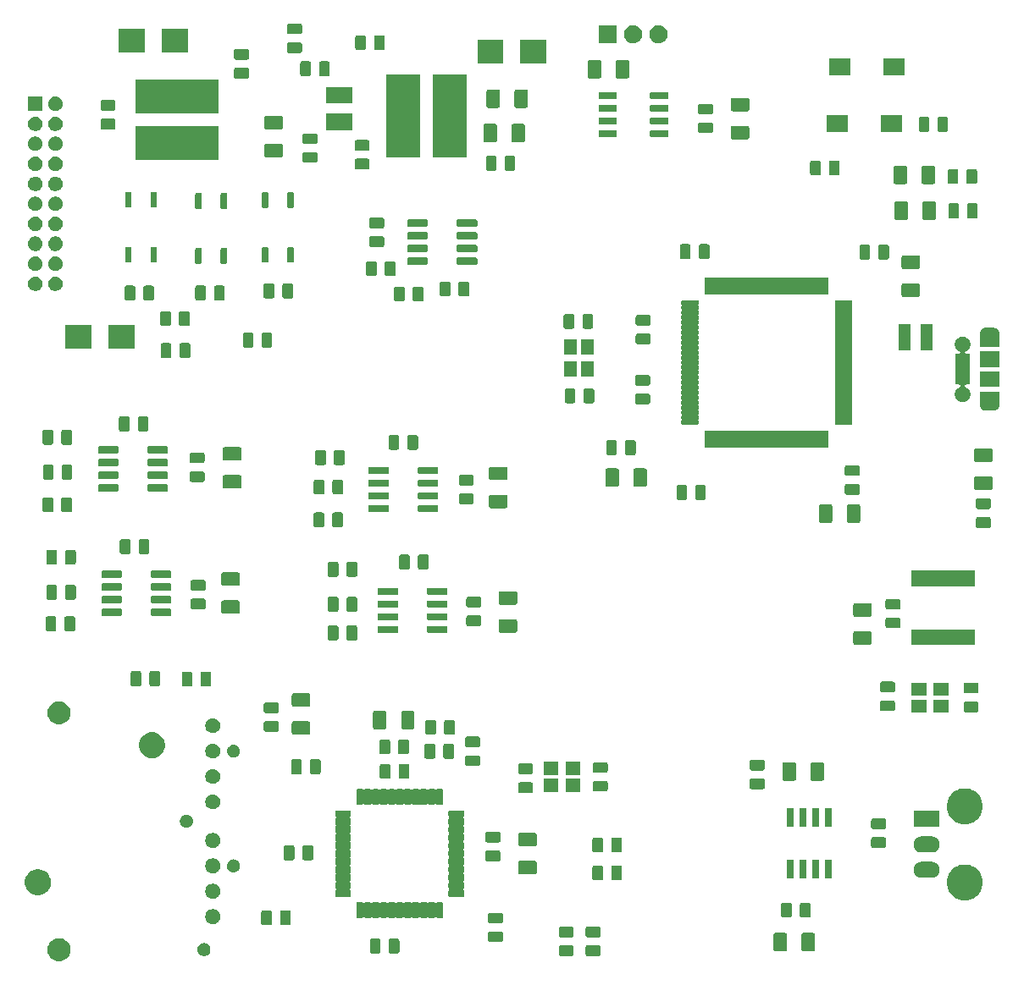
<source format=gts>
G04 #@! TF.GenerationSoftware,KiCad,Pcbnew,5.1.6-c6e7f7d~86~ubuntu16.04.1*
G04 #@! TF.CreationDate,2020-07-06T18:05:24+05:00*
G04 #@! TF.ProjectId,usb2most,75736232-6d6f-4737-942e-6b696361645f,rev?*
G04 #@! TF.SameCoordinates,Original*
G04 #@! TF.FileFunction,Soldermask,Top*
G04 #@! TF.FilePolarity,Negative*
%FSLAX46Y46*%
G04 Gerber Fmt 4.6, Leading zero omitted, Abs format (unit mm)*
G04 Created by KiCad (PCBNEW 5.1.6-c6e7f7d~86~ubuntu16.04.1) date 2020-07-06 18:05:24*
%MOMM*%
%LPD*%
G01*
G04 APERTURE LIST*
%ADD10C,0.100000*%
G04 APERTURE END LIST*
D10*
G36*
X24887324Y-113594731D02*
G01*
X25035443Y-113624194D01*
X25208821Y-113696010D01*
X25237079Y-113707715D01*
X25244729Y-113710884D01*
X25433082Y-113836737D01*
X25593263Y-113996918D01*
X25719116Y-114185271D01*
X25805806Y-114394557D01*
X25811287Y-114422111D01*
X25850000Y-114616734D01*
X25850000Y-114843266D01*
X25844782Y-114869497D01*
X25805806Y-115065443D01*
X25719116Y-115274729D01*
X25593263Y-115463082D01*
X25433082Y-115623263D01*
X25244729Y-115749116D01*
X25035443Y-115835806D01*
X24887324Y-115865269D01*
X24813266Y-115880000D01*
X24586734Y-115880000D01*
X24512676Y-115865269D01*
X24364557Y-115835806D01*
X24155271Y-115749116D01*
X23966918Y-115623263D01*
X23806737Y-115463082D01*
X23680884Y-115274729D01*
X23594194Y-115065443D01*
X23555218Y-114869497D01*
X23550000Y-114843266D01*
X23550000Y-114616734D01*
X23588713Y-114422111D01*
X23594194Y-114394557D01*
X23680884Y-114185271D01*
X23806737Y-113996918D01*
X23966918Y-113836737D01*
X24155271Y-113710884D01*
X24162922Y-113707715D01*
X24191179Y-113696010D01*
X24364557Y-113624194D01*
X24512676Y-113594731D01*
X24586734Y-113580000D01*
X24813266Y-113580000D01*
X24887324Y-113594731D01*
G37*
G36*
X39347738Y-114096653D02*
G01*
X39389598Y-114104979D01*
X39438596Y-114125275D01*
X39507889Y-114153977D01*
X39507890Y-114153978D01*
X39614351Y-114225112D01*
X39704888Y-114315649D01*
X39717993Y-114335263D01*
X39776023Y-114422111D01*
X39825021Y-114540403D01*
X39850000Y-114665979D01*
X39850000Y-114794021D01*
X39840204Y-114843266D01*
X39825936Y-114915000D01*
X39825021Y-114919597D01*
X39776023Y-115037889D01*
X39776022Y-115037890D01*
X39704888Y-115144351D01*
X39614351Y-115234888D01*
X39554727Y-115274727D01*
X39507889Y-115306023D01*
X39438596Y-115334725D01*
X39389598Y-115355021D01*
X39370896Y-115358741D01*
X39264021Y-115380000D01*
X39135979Y-115380000D01*
X39029104Y-115358741D01*
X39010402Y-115355021D01*
X38961404Y-115334725D01*
X38892111Y-115306023D01*
X38845273Y-115274727D01*
X38785649Y-115234888D01*
X38695112Y-115144351D01*
X38623978Y-115037890D01*
X38623977Y-115037889D01*
X38574979Y-114919597D01*
X38574065Y-114915000D01*
X38559796Y-114843266D01*
X38550000Y-114794021D01*
X38550000Y-114665979D01*
X38574979Y-114540403D01*
X38623977Y-114422111D01*
X38682007Y-114335263D01*
X38695112Y-114315649D01*
X38785649Y-114225112D01*
X38892110Y-114153978D01*
X38892111Y-114153977D01*
X38961404Y-114125275D01*
X39010402Y-114104979D01*
X39052262Y-114096653D01*
X39135979Y-114080000D01*
X39264021Y-114080000D01*
X39347738Y-114096653D01*
G37*
G36*
X78683867Y-114304556D02*
G01*
X78722448Y-114316259D01*
X78758001Y-114335263D01*
X78789163Y-114360837D01*
X78814737Y-114391999D01*
X78833741Y-114427552D01*
X78845444Y-114466133D01*
X78850000Y-114512390D01*
X78850000Y-115162610D01*
X78845444Y-115208867D01*
X78833741Y-115247448D01*
X78814737Y-115283001D01*
X78789163Y-115314163D01*
X78758001Y-115339737D01*
X78722448Y-115358741D01*
X78683867Y-115370444D01*
X78637610Y-115375000D01*
X77562390Y-115375000D01*
X77516133Y-115370444D01*
X77477552Y-115358741D01*
X77441999Y-115339737D01*
X77410837Y-115314163D01*
X77385263Y-115283001D01*
X77366259Y-115247448D01*
X77354556Y-115208867D01*
X77350000Y-115162610D01*
X77350000Y-114512390D01*
X77354556Y-114466133D01*
X77366259Y-114427552D01*
X77385263Y-114391999D01*
X77410837Y-114360837D01*
X77441999Y-114335263D01*
X77477552Y-114316259D01*
X77516133Y-114304556D01*
X77562390Y-114300000D01*
X78637610Y-114300000D01*
X78683867Y-114304556D01*
G37*
G36*
X75983867Y-114304556D02*
G01*
X76022448Y-114316259D01*
X76058001Y-114335263D01*
X76089163Y-114360837D01*
X76114737Y-114391999D01*
X76133741Y-114427552D01*
X76145444Y-114466133D01*
X76150000Y-114512390D01*
X76150000Y-115162610D01*
X76145444Y-115208867D01*
X76133741Y-115247448D01*
X76114737Y-115283001D01*
X76089163Y-115314163D01*
X76058001Y-115339737D01*
X76022448Y-115358741D01*
X75983867Y-115370444D01*
X75937610Y-115375000D01*
X74862390Y-115375000D01*
X74816133Y-115370444D01*
X74777552Y-115358741D01*
X74741999Y-115339737D01*
X74710837Y-115314163D01*
X74685263Y-115283001D01*
X74666259Y-115247448D01*
X74654556Y-115208867D01*
X74650000Y-115162610D01*
X74650000Y-114512390D01*
X74654556Y-114466133D01*
X74666259Y-114427552D01*
X74685263Y-114391999D01*
X74710837Y-114360837D01*
X74741999Y-114335263D01*
X74777552Y-114316259D01*
X74816133Y-114304556D01*
X74862390Y-114300000D01*
X75937610Y-114300000D01*
X75983867Y-114304556D01*
G37*
G36*
X56691367Y-113633556D02*
G01*
X56729948Y-113645259D01*
X56765501Y-113664263D01*
X56796663Y-113689837D01*
X56822237Y-113720999D01*
X56841241Y-113756552D01*
X56852944Y-113795133D01*
X56857500Y-113841390D01*
X56857500Y-114916610D01*
X56852944Y-114962867D01*
X56841241Y-115001448D01*
X56822237Y-115037001D01*
X56796663Y-115068163D01*
X56765501Y-115093737D01*
X56729948Y-115112741D01*
X56691367Y-115124444D01*
X56645110Y-115129000D01*
X55994890Y-115129000D01*
X55948633Y-115124444D01*
X55910052Y-115112741D01*
X55874499Y-115093737D01*
X55843337Y-115068163D01*
X55817763Y-115037001D01*
X55798759Y-115001448D01*
X55787056Y-114962867D01*
X55782500Y-114916610D01*
X55782500Y-113841390D01*
X55787056Y-113795133D01*
X55798759Y-113756552D01*
X55817763Y-113720999D01*
X55843337Y-113689837D01*
X55874499Y-113664263D01*
X55910052Y-113645259D01*
X55948633Y-113633556D01*
X55994890Y-113629000D01*
X56645110Y-113629000D01*
X56691367Y-113633556D01*
G37*
G36*
X58566367Y-113633556D02*
G01*
X58604948Y-113645259D01*
X58640501Y-113664263D01*
X58671663Y-113689837D01*
X58697237Y-113720999D01*
X58716241Y-113756552D01*
X58727944Y-113795133D01*
X58732500Y-113841390D01*
X58732500Y-114916610D01*
X58727944Y-114962867D01*
X58716241Y-115001448D01*
X58697237Y-115037001D01*
X58671663Y-115068163D01*
X58640501Y-115093737D01*
X58604948Y-115112741D01*
X58566367Y-115124444D01*
X58520110Y-115129000D01*
X57869890Y-115129000D01*
X57823633Y-115124444D01*
X57785052Y-115112741D01*
X57749499Y-115093737D01*
X57718337Y-115068163D01*
X57692763Y-115037001D01*
X57673759Y-115001448D01*
X57662056Y-114962867D01*
X57657500Y-114916610D01*
X57657500Y-113841390D01*
X57662056Y-113795133D01*
X57673759Y-113756552D01*
X57692763Y-113720999D01*
X57718337Y-113689837D01*
X57749499Y-113664263D01*
X57785052Y-113645259D01*
X57823633Y-113633556D01*
X57869890Y-113629000D01*
X58520110Y-113629000D01*
X58566367Y-113633556D01*
G37*
G36*
X100127925Y-113069340D02*
G01*
X100164391Y-113080402D01*
X100198001Y-113098367D01*
X100227458Y-113122542D01*
X100251633Y-113151999D01*
X100269598Y-113185609D01*
X100280660Y-113222075D01*
X100285000Y-113266141D01*
X100285000Y-114713859D01*
X100280660Y-114757925D01*
X100269598Y-114794391D01*
X100251633Y-114828001D01*
X100227458Y-114857458D01*
X100198001Y-114881633D01*
X100164391Y-114899598D01*
X100127925Y-114910660D01*
X100083859Y-114915000D01*
X99136141Y-114915000D01*
X99092075Y-114910660D01*
X99055609Y-114899598D01*
X99021999Y-114881633D01*
X98992542Y-114857458D01*
X98968367Y-114828001D01*
X98950402Y-114794391D01*
X98939340Y-114757925D01*
X98935000Y-114713859D01*
X98935000Y-113266141D01*
X98939340Y-113222075D01*
X98950402Y-113185609D01*
X98968367Y-113151999D01*
X98992542Y-113122542D01*
X99021999Y-113098367D01*
X99055609Y-113080402D01*
X99092075Y-113069340D01*
X99136141Y-113065000D01*
X100083859Y-113065000D01*
X100127925Y-113069340D01*
G37*
G36*
X97327925Y-113069340D02*
G01*
X97364391Y-113080402D01*
X97398001Y-113098367D01*
X97427458Y-113122542D01*
X97451633Y-113151999D01*
X97469598Y-113185609D01*
X97480660Y-113222075D01*
X97485000Y-113266141D01*
X97485000Y-114713859D01*
X97480660Y-114757925D01*
X97469598Y-114794391D01*
X97451633Y-114828001D01*
X97427458Y-114857458D01*
X97398001Y-114881633D01*
X97364391Y-114899598D01*
X97327925Y-114910660D01*
X97283859Y-114915000D01*
X96336141Y-114915000D01*
X96292075Y-114910660D01*
X96255609Y-114899598D01*
X96221999Y-114881633D01*
X96192542Y-114857458D01*
X96168367Y-114828001D01*
X96150402Y-114794391D01*
X96139340Y-114757925D01*
X96135000Y-114713859D01*
X96135000Y-113266141D01*
X96139340Y-113222075D01*
X96150402Y-113185609D01*
X96168367Y-113151999D01*
X96192542Y-113122542D01*
X96221999Y-113098367D01*
X96255609Y-113080402D01*
X96292075Y-113069340D01*
X96336141Y-113065000D01*
X97283859Y-113065000D01*
X97327925Y-113069340D01*
G37*
G36*
X68921867Y-112932056D02*
G01*
X68960448Y-112943759D01*
X68996001Y-112962763D01*
X69027163Y-112988337D01*
X69052737Y-113019499D01*
X69071741Y-113055052D01*
X69083444Y-113093633D01*
X69088000Y-113139890D01*
X69088000Y-113790110D01*
X69083444Y-113836367D01*
X69071741Y-113874948D01*
X69052737Y-113910501D01*
X69027163Y-113941663D01*
X68996001Y-113967237D01*
X68960448Y-113986241D01*
X68921867Y-113997944D01*
X68875610Y-114002500D01*
X67800390Y-114002500D01*
X67754133Y-113997944D01*
X67715552Y-113986241D01*
X67679999Y-113967237D01*
X67648837Y-113941663D01*
X67623263Y-113910501D01*
X67604259Y-113874948D01*
X67592556Y-113836367D01*
X67588000Y-113790110D01*
X67588000Y-113139890D01*
X67592556Y-113093633D01*
X67604259Y-113055052D01*
X67623263Y-113019499D01*
X67648837Y-112988337D01*
X67679999Y-112962763D01*
X67715552Y-112943759D01*
X67754133Y-112932056D01*
X67800390Y-112927500D01*
X68875610Y-112927500D01*
X68921867Y-112932056D01*
G37*
G36*
X75983867Y-112429556D02*
G01*
X76022448Y-112441259D01*
X76058001Y-112460263D01*
X76089163Y-112485837D01*
X76114737Y-112516999D01*
X76133741Y-112552552D01*
X76145444Y-112591133D01*
X76150000Y-112637390D01*
X76150000Y-113287610D01*
X76145444Y-113333867D01*
X76133741Y-113372448D01*
X76114737Y-113408001D01*
X76089163Y-113439163D01*
X76058001Y-113464737D01*
X76022448Y-113483741D01*
X75983867Y-113495444D01*
X75937610Y-113500000D01*
X74862390Y-113500000D01*
X74816133Y-113495444D01*
X74777552Y-113483741D01*
X74741999Y-113464737D01*
X74710837Y-113439163D01*
X74685263Y-113408001D01*
X74666259Y-113372448D01*
X74654556Y-113333867D01*
X74650000Y-113287610D01*
X74650000Y-112637390D01*
X74654556Y-112591133D01*
X74666259Y-112552552D01*
X74685263Y-112516999D01*
X74710837Y-112485837D01*
X74741999Y-112460263D01*
X74777552Y-112441259D01*
X74816133Y-112429556D01*
X74862390Y-112425000D01*
X75937610Y-112425000D01*
X75983867Y-112429556D01*
G37*
G36*
X78683867Y-112429556D02*
G01*
X78722448Y-112441259D01*
X78758001Y-112460263D01*
X78789163Y-112485837D01*
X78814737Y-112516999D01*
X78833741Y-112552552D01*
X78845444Y-112591133D01*
X78850000Y-112637390D01*
X78850000Y-113287610D01*
X78845444Y-113333867D01*
X78833741Y-113372448D01*
X78814737Y-113408001D01*
X78789163Y-113439163D01*
X78758001Y-113464737D01*
X78722448Y-113483741D01*
X78683867Y-113495444D01*
X78637610Y-113500000D01*
X77562390Y-113500000D01*
X77516133Y-113495444D01*
X77477552Y-113483741D01*
X77441999Y-113464737D01*
X77410837Y-113439163D01*
X77385263Y-113408001D01*
X77366259Y-113372448D01*
X77354556Y-113333867D01*
X77350000Y-113287610D01*
X77350000Y-112637390D01*
X77354556Y-112591133D01*
X77366259Y-112552552D01*
X77385263Y-112516999D01*
X77410837Y-112485837D01*
X77441999Y-112460263D01*
X77477552Y-112441259D01*
X77516133Y-112429556D01*
X77562390Y-112425000D01*
X78637610Y-112425000D01*
X78683867Y-112429556D01*
G37*
G36*
X45833867Y-110804556D02*
G01*
X45872448Y-110816259D01*
X45908001Y-110835263D01*
X45939163Y-110860837D01*
X45964737Y-110891999D01*
X45983741Y-110927552D01*
X45995444Y-110966133D01*
X46000000Y-111012390D01*
X46000000Y-112087610D01*
X45995444Y-112133867D01*
X45983741Y-112172448D01*
X45964737Y-112208001D01*
X45939163Y-112239163D01*
X45908001Y-112264737D01*
X45872448Y-112283741D01*
X45833867Y-112295444D01*
X45787610Y-112300000D01*
X45137390Y-112300000D01*
X45091133Y-112295444D01*
X45052552Y-112283741D01*
X45016999Y-112264737D01*
X44985837Y-112239163D01*
X44960263Y-112208001D01*
X44941259Y-112172448D01*
X44929556Y-112133867D01*
X44925000Y-112087610D01*
X44925000Y-111012390D01*
X44929556Y-110966133D01*
X44941259Y-110927552D01*
X44960263Y-110891999D01*
X44985837Y-110860837D01*
X45016999Y-110835263D01*
X45052552Y-110816259D01*
X45091133Y-110804556D01*
X45137390Y-110800000D01*
X45787610Y-110800000D01*
X45833867Y-110804556D01*
G37*
G36*
X47708867Y-110804556D02*
G01*
X47747448Y-110816259D01*
X47783001Y-110835263D01*
X47814163Y-110860837D01*
X47839737Y-110891999D01*
X47858741Y-110927552D01*
X47870444Y-110966133D01*
X47875000Y-111012390D01*
X47875000Y-112087610D01*
X47870444Y-112133867D01*
X47858741Y-112172448D01*
X47839737Y-112208001D01*
X47814163Y-112239163D01*
X47783001Y-112264737D01*
X47747448Y-112283741D01*
X47708867Y-112295444D01*
X47662610Y-112300000D01*
X47012390Y-112300000D01*
X46966133Y-112295444D01*
X46927552Y-112283741D01*
X46891999Y-112264737D01*
X46860837Y-112239163D01*
X46835263Y-112208001D01*
X46816259Y-112172448D01*
X46804556Y-112133867D01*
X46800000Y-112087610D01*
X46800000Y-111012390D01*
X46804556Y-110966133D01*
X46816259Y-110927552D01*
X46835263Y-110891999D01*
X46860837Y-110860837D01*
X46891999Y-110835263D01*
X46927552Y-110816259D01*
X46966133Y-110804556D01*
X47012390Y-110800000D01*
X47662610Y-110800000D01*
X47708867Y-110804556D01*
G37*
G36*
X40288766Y-110708821D02*
G01*
X40425257Y-110765358D01*
X40548097Y-110847437D01*
X40652563Y-110951903D01*
X40734642Y-111074743D01*
X40791179Y-111211234D01*
X40820000Y-111356130D01*
X40820000Y-111503870D01*
X40791179Y-111648766D01*
X40734642Y-111785257D01*
X40652563Y-111908097D01*
X40548097Y-112012563D01*
X40425257Y-112094642D01*
X40288766Y-112151179D01*
X40143870Y-112180000D01*
X39996130Y-112180000D01*
X39851234Y-112151179D01*
X39714743Y-112094642D01*
X39591903Y-112012563D01*
X39487437Y-111908097D01*
X39405358Y-111785257D01*
X39348821Y-111648766D01*
X39320000Y-111503870D01*
X39320000Y-111356130D01*
X39348821Y-111211234D01*
X39405358Y-111074743D01*
X39487437Y-110951903D01*
X39591903Y-110847437D01*
X39714743Y-110765358D01*
X39851234Y-110708821D01*
X39996130Y-110680000D01*
X40143870Y-110680000D01*
X40288766Y-110708821D01*
G37*
G36*
X68921867Y-111057056D02*
G01*
X68960448Y-111068759D01*
X68996001Y-111087763D01*
X69027163Y-111113337D01*
X69052737Y-111144499D01*
X69071741Y-111180052D01*
X69083444Y-111218633D01*
X69088000Y-111264890D01*
X69088000Y-111915110D01*
X69083444Y-111961367D01*
X69071741Y-111999948D01*
X69052737Y-112035501D01*
X69027163Y-112066663D01*
X68996001Y-112092237D01*
X68960448Y-112111241D01*
X68921867Y-112122944D01*
X68875610Y-112127500D01*
X67800390Y-112127500D01*
X67754133Y-112122944D01*
X67715552Y-112111241D01*
X67679999Y-112092237D01*
X67648837Y-112066663D01*
X67623263Y-112035501D01*
X67604259Y-111999948D01*
X67592556Y-111961367D01*
X67588000Y-111915110D01*
X67588000Y-111264890D01*
X67592556Y-111218633D01*
X67604259Y-111180052D01*
X67623263Y-111144499D01*
X67648837Y-111113337D01*
X67679999Y-111087763D01*
X67715552Y-111068759D01*
X67754133Y-111057056D01*
X67800390Y-111052500D01*
X68875610Y-111052500D01*
X68921867Y-111057056D01*
G37*
G36*
X55009592Y-109997514D02*
G01*
X55028235Y-110003170D01*
X55045422Y-110012357D01*
X55060483Y-110024717D01*
X55068576Y-110034578D01*
X55085903Y-110051905D01*
X55106278Y-110065518D01*
X55128917Y-110074895D01*
X55152950Y-110079675D01*
X55177454Y-110079675D01*
X55201487Y-110074894D01*
X55224126Y-110065516D01*
X55244500Y-110051902D01*
X55261824Y-110034578D01*
X55269917Y-110024717D01*
X55284978Y-110012357D01*
X55302165Y-110003170D01*
X55320808Y-109997514D01*
X55346338Y-109995000D01*
X55784062Y-109995000D01*
X55809592Y-109997514D01*
X55828235Y-110003170D01*
X55845422Y-110012357D01*
X55860483Y-110024717D01*
X55868576Y-110034578D01*
X55885903Y-110051905D01*
X55906278Y-110065518D01*
X55928917Y-110074895D01*
X55952950Y-110079675D01*
X55977454Y-110079675D01*
X56001487Y-110074894D01*
X56024126Y-110065516D01*
X56044500Y-110051902D01*
X56061824Y-110034578D01*
X56069917Y-110024717D01*
X56084978Y-110012357D01*
X56102165Y-110003170D01*
X56120808Y-109997514D01*
X56146338Y-109995000D01*
X56584062Y-109995000D01*
X56609592Y-109997514D01*
X56628235Y-110003170D01*
X56645422Y-110012357D01*
X56660483Y-110024717D01*
X56668576Y-110034578D01*
X56685903Y-110051905D01*
X56706278Y-110065518D01*
X56728917Y-110074895D01*
X56752950Y-110079675D01*
X56777454Y-110079675D01*
X56801487Y-110074894D01*
X56824126Y-110065516D01*
X56844500Y-110051902D01*
X56861824Y-110034578D01*
X56869917Y-110024717D01*
X56884978Y-110012357D01*
X56902165Y-110003170D01*
X56920808Y-109997514D01*
X56946338Y-109995000D01*
X57384062Y-109995000D01*
X57409592Y-109997514D01*
X57428235Y-110003170D01*
X57445422Y-110012357D01*
X57460483Y-110024717D01*
X57468576Y-110034578D01*
X57485903Y-110051905D01*
X57506278Y-110065518D01*
X57528917Y-110074895D01*
X57552950Y-110079675D01*
X57577454Y-110079675D01*
X57601487Y-110074894D01*
X57624126Y-110065516D01*
X57644500Y-110051902D01*
X57661824Y-110034578D01*
X57669917Y-110024717D01*
X57684978Y-110012357D01*
X57702165Y-110003170D01*
X57720808Y-109997514D01*
X57746338Y-109995000D01*
X58184062Y-109995000D01*
X58209592Y-109997514D01*
X58228235Y-110003170D01*
X58245422Y-110012357D01*
X58260483Y-110024717D01*
X58268576Y-110034578D01*
X58285903Y-110051905D01*
X58306278Y-110065518D01*
X58328917Y-110074895D01*
X58352950Y-110079675D01*
X58377454Y-110079675D01*
X58401487Y-110074894D01*
X58424126Y-110065516D01*
X58444500Y-110051902D01*
X58461824Y-110034578D01*
X58469917Y-110024717D01*
X58484978Y-110012357D01*
X58502165Y-110003170D01*
X58520808Y-109997514D01*
X58546338Y-109995000D01*
X58984062Y-109995000D01*
X59009592Y-109997514D01*
X59028235Y-110003170D01*
X59045422Y-110012357D01*
X59060483Y-110024717D01*
X59068576Y-110034578D01*
X59085903Y-110051905D01*
X59106278Y-110065518D01*
X59128917Y-110074895D01*
X59152950Y-110079675D01*
X59177454Y-110079675D01*
X59201487Y-110074894D01*
X59224126Y-110065516D01*
X59244500Y-110051902D01*
X59261824Y-110034578D01*
X59269917Y-110024717D01*
X59284978Y-110012357D01*
X59302165Y-110003170D01*
X59320808Y-109997514D01*
X59346338Y-109995000D01*
X59784062Y-109995000D01*
X59809592Y-109997514D01*
X59828235Y-110003170D01*
X59845422Y-110012357D01*
X59860483Y-110024717D01*
X59868576Y-110034578D01*
X59885903Y-110051905D01*
X59906278Y-110065518D01*
X59928917Y-110074895D01*
X59952950Y-110079675D01*
X59977454Y-110079675D01*
X60001487Y-110074894D01*
X60024126Y-110065516D01*
X60044500Y-110051902D01*
X60061824Y-110034578D01*
X60069917Y-110024717D01*
X60084978Y-110012357D01*
X60102165Y-110003170D01*
X60120808Y-109997514D01*
X60146338Y-109995000D01*
X60584062Y-109995000D01*
X60609592Y-109997514D01*
X60628235Y-110003170D01*
X60645422Y-110012357D01*
X60660483Y-110024717D01*
X60668576Y-110034578D01*
X60685903Y-110051905D01*
X60706278Y-110065518D01*
X60728917Y-110074895D01*
X60752950Y-110079675D01*
X60777454Y-110079675D01*
X60801487Y-110074894D01*
X60824126Y-110065516D01*
X60844500Y-110051902D01*
X60861824Y-110034578D01*
X60869917Y-110024717D01*
X60884978Y-110012357D01*
X60902165Y-110003170D01*
X60920808Y-109997514D01*
X60946338Y-109995000D01*
X61384062Y-109995000D01*
X61409592Y-109997514D01*
X61428235Y-110003170D01*
X61445422Y-110012357D01*
X61460483Y-110024717D01*
X61468576Y-110034578D01*
X61485903Y-110051905D01*
X61506278Y-110065518D01*
X61528917Y-110074895D01*
X61552950Y-110079675D01*
X61577454Y-110079675D01*
X61601487Y-110074894D01*
X61624126Y-110065516D01*
X61644500Y-110051902D01*
X61661824Y-110034578D01*
X61669917Y-110024717D01*
X61684978Y-110012357D01*
X61702165Y-110003170D01*
X61720808Y-109997514D01*
X61746338Y-109995000D01*
X62184062Y-109995000D01*
X62209592Y-109997514D01*
X62228235Y-110003170D01*
X62245422Y-110012357D01*
X62260483Y-110024717D01*
X62268576Y-110034578D01*
X62285903Y-110051905D01*
X62306278Y-110065518D01*
X62328917Y-110074895D01*
X62352950Y-110079675D01*
X62377454Y-110079675D01*
X62401487Y-110074894D01*
X62424126Y-110065516D01*
X62444500Y-110051902D01*
X62461824Y-110034578D01*
X62469917Y-110024717D01*
X62484978Y-110012357D01*
X62502165Y-110003170D01*
X62520808Y-109997514D01*
X62546338Y-109995000D01*
X62984062Y-109995000D01*
X63009592Y-109997514D01*
X63028235Y-110003170D01*
X63045422Y-110012357D01*
X63060483Y-110024717D01*
X63072843Y-110039778D01*
X63082030Y-110056965D01*
X63087686Y-110075608D01*
X63090200Y-110101138D01*
X63090200Y-111463862D01*
X63087686Y-111489392D01*
X63082030Y-111508035D01*
X63072843Y-111525222D01*
X63060483Y-111540283D01*
X63045422Y-111552643D01*
X63028235Y-111561830D01*
X63009592Y-111567486D01*
X62984062Y-111570000D01*
X62546338Y-111570000D01*
X62520808Y-111567486D01*
X62502165Y-111561830D01*
X62484978Y-111552643D01*
X62469917Y-111540283D01*
X62461824Y-111530422D01*
X62444497Y-111513095D01*
X62424122Y-111499482D01*
X62401483Y-111490105D01*
X62377450Y-111485325D01*
X62352946Y-111485325D01*
X62328913Y-111490106D01*
X62306274Y-111499484D01*
X62285900Y-111513098D01*
X62268576Y-111530422D01*
X62260483Y-111540283D01*
X62245422Y-111552643D01*
X62228235Y-111561830D01*
X62209592Y-111567486D01*
X62184062Y-111570000D01*
X61746338Y-111570000D01*
X61720808Y-111567486D01*
X61702165Y-111561830D01*
X61684978Y-111552643D01*
X61669917Y-111540283D01*
X61661824Y-111530422D01*
X61644497Y-111513095D01*
X61624122Y-111499482D01*
X61601483Y-111490105D01*
X61577450Y-111485325D01*
X61552946Y-111485325D01*
X61528913Y-111490106D01*
X61506274Y-111499484D01*
X61485900Y-111513098D01*
X61468576Y-111530422D01*
X61460483Y-111540283D01*
X61445422Y-111552643D01*
X61428235Y-111561830D01*
X61409592Y-111567486D01*
X61384062Y-111570000D01*
X60946338Y-111570000D01*
X60920808Y-111567486D01*
X60902165Y-111561830D01*
X60884978Y-111552643D01*
X60869917Y-111540283D01*
X60861824Y-111530422D01*
X60844497Y-111513095D01*
X60824122Y-111499482D01*
X60801483Y-111490105D01*
X60777450Y-111485325D01*
X60752946Y-111485325D01*
X60728913Y-111490106D01*
X60706274Y-111499484D01*
X60685900Y-111513098D01*
X60668576Y-111530422D01*
X60660483Y-111540283D01*
X60645422Y-111552643D01*
X60628235Y-111561830D01*
X60609592Y-111567486D01*
X60584062Y-111570000D01*
X60146338Y-111570000D01*
X60120808Y-111567486D01*
X60102165Y-111561830D01*
X60084978Y-111552643D01*
X60069917Y-111540283D01*
X60061824Y-111530422D01*
X60044497Y-111513095D01*
X60024122Y-111499482D01*
X60001483Y-111490105D01*
X59977450Y-111485325D01*
X59952946Y-111485325D01*
X59928913Y-111490106D01*
X59906274Y-111499484D01*
X59885900Y-111513098D01*
X59868576Y-111530422D01*
X59860483Y-111540283D01*
X59845422Y-111552643D01*
X59828235Y-111561830D01*
X59809592Y-111567486D01*
X59784062Y-111570000D01*
X59346338Y-111570000D01*
X59320808Y-111567486D01*
X59302165Y-111561830D01*
X59284978Y-111552643D01*
X59269917Y-111540283D01*
X59261824Y-111530422D01*
X59244497Y-111513095D01*
X59224122Y-111499482D01*
X59201483Y-111490105D01*
X59177450Y-111485325D01*
X59152946Y-111485325D01*
X59128913Y-111490106D01*
X59106274Y-111499484D01*
X59085900Y-111513098D01*
X59068576Y-111530422D01*
X59060483Y-111540283D01*
X59045422Y-111552643D01*
X59028235Y-111561830D01*
X59009592Y-111567486D01*
X58984062Y-111570000D01*
X58546338Y-111570000D01*
X58520808Y-111567486D01*
X58502165Y-111561830D01*
X58484978Y-111552643D01*
X58469917Y-111540283D01*
X58461824Y-111530422D01*
X58444497Y-111513095D01*
X58424122Y-111499482D01*
X58401483Y-111490105D01*
X58377450Y-111485325D01*
X58352946Y-111485325D01*
X58328913Y-111490106D01*
X58306274Y-111499484D01*
X58285900Y-111513098D01*
X58268576Y-111530422D01*
X58260483Y-111540283D01*
X58245422Y-111552643D01*
X58228235Y-111561830D01*
X58209592Y-111567486D01*
X58184062Y-111570000D01*
X57746338Y-111570000D01*
X57720808Y-111567486D01*
X57702165Y-111561830D01*
X57684978Y-111552643D01*
X57669917Y-111540283D01*
X57661824Y-111530422D01*
X57644497Y-111513095D01*
X57624122Y-111499482D01*
X57601483Y-111490105D01*
X57577450Y-111485325D01*
X57552946Y-111485325D01*
X57528913Y-111490106D01*
X57506274Y-111499484D01*
X57485900Y-111513098D01*
X57468576Y-111530422D01*
X57460483Y-111540283D01*
X57445422Y-111552643D01*
X57428235Y-111561830D01*
X57409592Y-111567486D01*
X57384062Y-111570000D01*
X56946338Y-111570000D01*
X56920808Y-111567486D01*
X56902165Y-111561830D01*
X56884978Y-111552643D01*
X56869917Y-111540283D01*
X56861824Y-111530422D01*
X56844497Y-111513095D01*
X56824122Y-111499482D01*
X56801483Y-111490105D01*
X56777450Y-111485325D01*
X56752946Y-111485325D01*
X56728913Y-111490106D01*
X56706274Y-111499484D01*
X56685900Y-111513098D01*
X56668576Y-111530422D01*
X56660483Y-111540283D01*
X56645422Y-111552643D01*
X56628235Y-111561830D01*
X56609592Y-111567486D01*
X56584062Y-111570000D01*
X56146338Y-111570000D01*
X56120808Y-111567486D01*
X56102165Y-111561830D01*
X56084978Y-111552643D01*
X56069917Y-111540283D01*
X56061824Y-111530422D01*
X56044497Y-111513095D01*
X56024122Y-111499482D01*
X56001483Y-111490105D01*
X55977450Y-111485325D01*
X55952946Y-111485325D01*
X55928913Y-111490106D01*
X55906274Y-111499484D01*
X55885900Y-111513098D01*
X55868576Y-111530422D01*
X55860483Y-111540283D01*
X55845422Y-111552643D01*
X55828235Y-111561830D01*
X55809592Y-111567486D01*
X55784062Y-111570000D01*
X55346338Y-111570000D01*
X55320808Y-111567486D01*
X55302165Y-111561830D01*
X55284978Y-111552643D01*
X55269917Y-111540283D01*
X55261824Y-111530422D01*
X55244497Y-111513095D01*
X55224122Y-111499482D01*
X55201483Y-111490105D01*
X55177450Y-111485325D01*
X55152946Y-111485325D01*
X55128913Y-111490106D01*
X55106274Y-111499484D01*
X55085900Y-111513098D01*
X55068576Y-111530422D01*
X55060483Y-111540283D01*
X55045422Y-111552643D01*
X55028235Y-111561830D01*
X55009592Y-111567486D01*
X54984062Y-111570000D01*
X54546338Y-111570000D01*
X54520808Y-111567486D01*
X54502165Y-111561830D01*
X54484978Y-111552643D01*
X54469917Y-111540283D01*
X54457557Y-111525222D01*
X54448370Y-111508035D01*
X54442714Y-111489392D01*
X54440200Y-111463862D01*
X54440200Y-110101138D01*
X54442714Y-110075608D01*
X54448370Y-110056965D01*
X54457557Y-110039778D01*
X54469917Y-110024717D01*
X54484978Y-110012357D01*
X54502165Y-110003170D01*
X54520808Y-109997514D01*
X54546338Y-109995000D01*
X54984062Y-109995000D01*
X55009592Y-109997514D01*
G37*
G36*
X99673367Y-110037556D02*
G01*
X99711948Y-110049259D01*
X99747501Y-110068263D01*
X99778663Y-110093837D01*
X99804237Y-110124999D01*
X99823241Y-110160552D01*
X99834944Y-110199133D01*
X99839500Y-110245390D01*
X99839500Y-111320610D01*
X99834944Y-111366867D01*
X99823241Y-111405448D01*
X99804237Y-111441001D01*
X99778663Y-111472163D01*
X99747501Y-111497737D01*
X99711948Y-111516741D01*
X99673367Y-111528444D01*
X99627110Y-111533000D01*
X98976890Y-111533000D01*
X98930633Y-111528444D01*
X98892052Y-111516741D01*
X98856499Y-111497737D01*
X98825337Y-111472163D01*
X98799763Y-111441001D01*
X98780759Y-111405448D01*
X98769056Y-111366867D01*
X98764500Y-111320610D01*
X98764500Y-110245390D01*
X98769056Y-110199133D01*
X98780759Y-110160552D01*
X98799763Y-110124999D01*
X98825337Y-110093837D01*
X98856499Y-110068263D01*
X98892052Y-110049259D01*
X98930633Y-110037556D01*
X98976890Y-110033000D01*
X99627110Y-110033000D01*
X99673367Y-110037556D01*
G37*
G36*
X97798367Y-110037556D02*
G01*
X97836948Y-110049259D01*
X97872501Y-110068263D01*
X97903663Y-110093837D01*
X97929237Y-110124999D01*
X97948241Y-110160552D01*
X97959944Y-110199133D01*
X97964500Y-110245390D01*
X97964500Y-111320610D01*
X97959944Y-111366867D01*
X97948241Y-111405448D01*
X97929237Y-111441001D01*
X97903663Y-111472163D01*
X97872501Y-111497737D01*
X97836948Y-111516741D01*
X97798367Y-111528444D01*
X97752110Y-111533000D01*
X97101890Y-111533000D01*
X97055633Y-111528444D01*
X97017052Y-111516741D01*
X96981499Y-111497737D01*
X96950337Y-111472163D01*
X96924763Y-111441001D01*
X96905759Y-111405448D01*
X96894056Y-111366867D01*
X96889500Y-111320610D01*
X96889500Y-110245390D01*
X96894056Y-110199133D01*
X96905759Y-110160552D01*
X96924763Y-110124999D01*
X96950337Y-110093837D01*
X96981499Y-110068263D01*
X97017052Y-110049259D01*
X97055633Y-110037556D01*
X97101890Y-110033000D01*
X97752110Y-110033000D01*
X97798367Y-110037556D01*
G37*
G36*
X115601163Y-106253587D02*
G01*
X115775041Y-106288173D01*
X116040481Y-106398122D01*
X116085149Y-106416624D01*
X116102620Y-106423861D01*
X116397433Y-106620849D01*
X116648151Y-106871567D01*
X116835062Y-107151299D01*
X116845140Y-107166382D01*
X116857245Y-107195606D01*
X116980827Y-107493959D01*
X117002080Y-107600804D01*
X117043294Y-107808000D01*
X117050000Y-107841716D01*
X117050000Y-108196284D01*
X116980827Y-108544041D01*
X116845139Y-108871620D01*
X116648151Y-109166433D01*
X116397433Y-109417151D01*
X116102620Y-109614139D01*
X115775041Y-109749827D01*
X115601163Y-109784413D01*
X115427286Y-109819000D01*
X115072714Y-109819000D01*
X114898837Y-109784413D01*
X114724959Y-109749827D01*
X114397380Y-109614139D01*
X114102567Y-109417151D01*
X113851849Y-109166433D01*
X113654861Y-108871620D01*
X113519173Y-108544041D01*
X113450000Y-108196284D01*
X113450000Y-107841716D01*
X113456707Y-107808000D01*
X113497920Y-107600804D01*
X113519173Y-107493959D01*
X113642755Y-107195606D01*
X113654860Y-107166382D01*
X113664938Y-107151299D01*
X113851849Y-106871567D01*
X114102567Y-106620849D01*
X114397380Y-106423861D01*
X114414852Y-106416624D01*
X114459519Y-106398122D01*
X114724959Y-106288173D01*
X114898837Y-106253587D01*
X115072714Y-106219000D01*
X115427286Y-106219000D01*
X115601163Y-106253587D01*
G37*
G36*
X40288766Y-108168821D02*
G01*
X40425257Y-108225358D01*
X40548097Y-108307437D01*
X40652563Y-108411903D01*
X40734642Y-108534743D01*
X40791179Y-108671234D01*
X40820000Y-108816130D01*
X40820000Y-108963870D01*
X40791179Y-109108766D01*
X40734642Y-109245257D01*
X40652563Y-109368097D01*
X40548097Y-109472563D01*
X40425257Y-109554642D01*
X40288766Y-109611179D01*
X40143870Y-109640000D01*
X39996130Y-109640000D01*
X39851234Y-109611179D01*
X39714743Y-109554642D01*
X39591903Y-109472563D01*
X39487437Y-109368097D01*
X39405358Y-109245257D01*
X39348821Y-109108766D01*
X39320000Y-108963870D01*
X39320000Y-108816130D01*
X39348821Y-108671234D01*
X39405358Y-108534743D01*
X39487437Y-108411903D01*
X39591903Y-108307437D01*
X39714743Y-108225358D01*
X39851234Y-108168821D01*
X39996130Y-108140000D01*
X40143870Y-108140000D01*
X40288766Y-108168821D01*
G37*
G36*
X53809592Y-100797514D02*
G01*
X53828235Y-100803170D01*
X53845422Y-100812357D01*
X53860483Y-100824717D01*
X53872843Y-100839778D01*
X53882030Y-100856965D01*
X53887686Y-100875608D01*
X53890200Y-100901138D01*
X53890200Y-101338862D01*
X53887686Y-101364392D01*
X53882030Y-101383035D01*
X53872843Y-101400222D01*
X53860483Y-101415283D01*
X53850622Y-101423376D01*
X53833295Y-101440703D01*
X53819682Y-101461078D01*
X53810305Y-101483717D01*
X53805525Y-101507750D01*
X53805525Y-101532254D01*
X53810306Y-101556287D01*
X53819684Y-101578926D01*
X53833298Y-101599300D01*
X53850622Y-101616624D01*
X53860483Y-101624717D01*
X53872843Y-101639778D01*
X53882030Y-101656965D01*
X53887686Y-101675608D01*
X53890200Y-101701138D01*
X53890200Y-102138862D01*
X53887686Y-102164392D01*
X53882030Y-102183035D01*
X53872843Y-102200222D01*
X53860483Y-102215283D01*
X53850622Y-102223376D01*
X53833295Y-102240703D01*
X53819682Y-102261078D01*
X53810305Y-102283717D01*
X53805525Y-102307750D01*
X53805525Y-102332254D01*
X53810306Y-102356287D01*
X53819684Y-102378926D01*
X53833298Y-102399300D01*
X53850622Y-102416624D01*
X53860483Y-102424717D01*
X53872843Y-102439778D01*
X53882030Y-102456965D01*
X53887686Y-102475608D01*
X53890200Y-102501138D01*
X53890200Y-102938862D01*
X53887686Y-102964392D01*
X53882030Y-102983035D01*
X53872843Y-103000222D01*
X53860483Y-103015283D01*
X53850622Y-103023376D01*
X53833295Y-103040703D01*
X53819682Y-103061078D01*
X53810305Y-103083717D01*
X53805525Y-103107750D01*
X53805525Y-103132254D01*
X53810306Y-103156287D01*
X53819684Y-103178926D01*
X53833298Y-103199300D01*
X53850622Y-103216624D01*
X53860483Y-103224717D01*
X53872843Y-103239778D01*
X53882030Y-103256965D01*
X53887686Y-103275608D01*
X53890200Y-103301138D01*
X53890200Y-103738862D01*
X53887686Y-103764392D01*
X53882030Y-103783035D01*
X53872843Y-103800222D01*
X53860483Y-103815283D01*
X53850622Y-103823376D01*
X53833295Y-103840703D01*
X53819682Y-103861078D01*
X53810305Y-103883717D01*
X53805525Y-103907750D01*
X53805525Y-103932254D01*
X53810306Y-103956287D01*
X53819684Y-103978926D01*
X53833298Y-103999300D01*
X53850622Y-104016624D01*
X53860483Y-104024717D01*
X53872843Y-104039778D01*
X53882030Y-104056965D01*
X53887686Y-104075608D01*
X53890200Y-104101138D01*
X53890200Y-104538862D01*
X53887686Y-104564392D01*
X53882030Y-104583035D01*
X53872843Y-104600222D01*
X53860483Y-104615283D01*
X53850622Y-104623376D01*
X53833295Y-104640703D01*
X53819682Y-104661078D01*
X53810305Y-104683717D01*
X53805525Y-104707750D01*
X53805525Y-104732254D01*
X53810306Y-104756287D01*
X53819684Y-104778926D01*
X53833298Y-104799300D01*
X53850622Y-104816624D01*
X53860483Y-104824717D01*
X53872843Y-104839778D01*
X53882030Y-104856965D01*
X53887686Y-104875608D01*
X53890200Y-104901138D01*
X53890200Y-105338862D01*
X53887686Y-105364392D01*
X53882030Y-105383035D01*
X53872843Y-105400222D01*
X53860483Y-105415283D01*
X53850622Y-105423376D01*
X53833295Y-105440703D01*
X53819682Y-105461078D01*
X53810305Y-105483717D01*
X53805525Y-105507750D01*
X53805525Y-105532254D01*
X53810306Y-105556287D01*
X53819684Y-105578926D01*
X53833298Y-105599300D01*
X53850622Y-105616624D01*
X53860483Y-105624717D01*
X53872843Y-105639778D01*
X53882030Y-105656965D01*
X53887686Y-105675608D01*
X53890200Y-105701138D01*
X53890200Y-106138862D01*
X53887686Y-106164392D01*
X53882030Y-106183035D01*
X53872843Y-106200222D01*
X53860483Y-106215283D01*
X53850622Y-106223376D01*
X53833295Y-106240703D01*
X53819682Y-106261078D01*
X53810305Y-106283717D01*
X53805525Y-106307750D01*
X53805525Y-106332254D01*
X53810306Y-106356287D01*
X53819684Y-106378926D01*
X53833298Y-106399300D01*
X53850622Y-106416624D01*
X53860483Y-106424717D01*
X53872843Y-106439778D01*
X53882030Y-106456965D01*
X53887686Y-106475608D01*
X53890200Y-106501138D01*
X53890200Y-106938862D01*
X53887686Y-106964392D01*
X53882030Y-106983035D01*
X53872843Y-107000222D01*
X53860483Y-107015283D01*
X53850622Y-107023376D01*
X53833295Y-107040703D01*
X53819682Y-107061078D01*
X53810305Y-107083717D01*
X53805525Y-107107750D01*
X53805525Y-107132254D01*
X53810306Y-107156287D01*
X53819684Y-107178926D01*
X53833298Y-107199300D01*
X53850622Y-107216624D01*
X53860483Y-107224717D01*
X53872843Y-107239778D01*
X53882030Y-107256965D01*
X53887686Y-107275608D01*
X53890200Y-107301138D01*
X53890200Y-107738862D01*
X53887686Y-107764392D01*
X53882030Y-107783035D01*
X53872843Y-107800222D01*
X53860483Y-107815283D01*
X53850622Y-107823376D01*
X53833295Y-107840703D01*
X53819682Y-107861078D01*
X53810305Y-107883717D01*
X53805525Y-107907750D01*
X53805525Y-107932254D01*
X53810306Y-107956287D01*
X53819684Y-107978926D01*
X53833298Y-107999300D01*
X53850622Y-108016624D01*
X53860483Y-108024717D01*
X53872843Y-108039778D01*
X53882030Y-108056965D01*
X53887686Y-108075608D01*
X53890200Y-108101138D01*
X53890200Y-108538862D01*
X53887686Y-108564392D01*
X53882030Y-108583035D01*
X53872843Y-108600222D01*
X53860483Y-108615283D01*
X53850622Y-108623376D01*
X53833295Y-108640703D01*
X53819682Y-108661078D01*
X53810305Y-108683717D01*
X53805525Y-108707750D01*
X53805525Y-108732254D01*
X53810306Y-108756287D01*
X53819684Y-108778926D01*
X53833298Y-108799300D01*
X53850622Y-108816624D01*
X53860483Y-108824717D01*
X53872843Y-108839778D01*
X53882030Y-108856965D01*
X53887686Y-108875608D01*
X53890200Y-108901138D01*
X53890200Y-109338862D01*
X53887686Y-109364392D01*
X53882030Y-109383035D01*
X53872843Y-109400222D01*
X53860483Y-109415283D01*
X53845422Y-109427643D01*
X53828235Y-109436830D01*
X53809592Y-109442486D01*
X53784062Y-109445000D01*
X52421338Y-109445000D01*
X52395808Y-109442486D01*
X52377165Y-109436830D01*
X52359978Y-109427643D01*
X52344917Y-109415283D01*
X52332557Y-109400222D01*
X52323370Y-109383035D01*
X52317714Y-109364392D01*
X52315200Y-109338862D01*
X52315200Y-108901138D01*
X52317714Y-108875608D01*
X52323370Y-108856965D01*
X52332557Y-108839778D01*
X52344917Y-108824717D01*
X52354778Y-108816624D01*
X52372105Y-108799297D01*
X52385718Y-108778922D01*
X52395095Y-108756283D01*
X52399875Y-108732250D01*
X52399875Y-108707746D01*
X52395094Y-108683713D01*
X52385716Y-108661074D01*
X52372102Y-108640700D01*
X52354778Y-108623376D01*
X52344917Y-108615283D01*
X52332557Y-108600222D01*
X52323370Y-108583035D01*
X52317714Y-108564392D01*
X52315200Y-108538862D01*
X52315200Y-108101138D01*
X52317714Y-108075608D01*
X52323370Y-108056965D01*
X52332557Y-108039778D01*
X52344917Y-108024717D01*
X52354778Y-108016624D01*
X52372105Y-107999297D01*
X52385718Y-107978922D01*
X52395095Y-107956283D01*
X52399875Y-107932250D01*
X52399875Y-107907746D01*
X52395094Y-107883713D01*
X52385716Y-107861074D01*
X52372102Y-107840700D01*
X52354778Y-107823376D01*
X52344917Y-107815283D01*
X52332557Y-107800222D01*
X52323370Y-107783035D01*
X52317714Y-107764392D01*
X52315200Y-107738862D01*
X52315200Y-107301138D01*
X52317714Y-107275608D01*
X52323370Y-107256965D01*
X52332557Y-107239778D01*
X52344917Y-107224717D01*
X52354778Y-107216624D01*
X52372105Y-107199297D01*
X52385718Y-107178922D01*
X52395095Y-107156283D01*
X52399875Y-107132250D01*
X52399875Y-107107746D01*
X52395094Y-107083713D01*
X52385716Y-107061074D01*
X52372102Y-107040700D01*
X52354778Y-107023376D01*
X52344917Y-107015283D01*
X52332557Y-107000222D01*
X52323370Y-106983035D01*
X52317714Y-106964392D01*
X52315200Y-106938862D01*
X52315200Y-106501138D01*
X52317714Y-106475608D01*
X52323370Y-106456965D01*
X52332557Y-106439778D01*
X52344917Y-106424717D01*
X52354778Y-106416624D01*
X52372105Y-106399297D01*
X52385718Y-106378922D01*
X52395095Y-106356283D01*
X52399875Y-106332250D01*
X52399875Y-106307746D01*
X52395094Y-106283713D01*
X52385716Y-106261074D01*
X52372102Y-106240700D01*
X52354778Y-106223376D01*
X52344917Y-106215283D01*
X52332557Y-106200222D01*
X52323370Y-106183035D01*
X52317714Y-106164392D01*
X52315200Y-106138862D01*
X52315200Y-105701138D01*
X52317714Y-105675608D01*
X52323370Y-105656965D01*
X52332557Y-105639778D01*
X52344917Y-105624717D01*
X52354778Y-105616624D01*
X52372105Y-105599297D01*
X52385718Y-105578922D01*
X52395095Y-105556283D01*
X52399875Y-105532250D01*
X52399875Y-105507746D01*
X52395094Y-105483713D01*
X52385716Y-105461074D01*
X52372102Y-105440700D01*
X52354778Y-105423376D01*
X52344917Y-105415283D01*
X52332557Y-105400222D01*
X52323370Y-105383035D01*
X52317714Y-105364392D01*
X52315200Y-105338862D01*
X52315200Y-104901138D01*
X52317714Y-104875608D01*
X52323370Y-104856965D01*
X52332557Y-104839778D01*
X52344917Y-104824717D01*
X52354778Y-104816624D01*
X52372105Y-104799297D01*
X52385718Y-104778922D01*
X52395095Y-104756283D01*
X52399875Y-104732250D01*
X52399875Y-104707746D01*
X52395094Y-104683713D01*
X52385716Y-104661074D01*
X52372102Y-104640700D01*
X52354778Y-104623376D01*
X52344917Y-104615283D01*
X52332557Y-104600222D01*
X52323370Y-104583035D01*
X52317714Y-104564392D01*
X52315200Y-104538862D01*
X52315200Y-104101138D01*
X52317714Y-104075608D01*
X52323370Y-104056965D01*
X52332557Y-104039778D01*
X52344917Y-104024717D01*
X52354778Y-104016624D01*
X52372105Y-103999297D01*
X52385718Y-103978922D01*
X52395095Y-103956283D01*
X52399875Y-103932250D01*
X52399875Y-103907746D01*
X52395094Y-103883713D01*
X52385716Y-103861074D01*
X52372102Y-103840700D01*
X52354778Y-103823376D01*
X52344917Y-103815283D01*
X52332557Y-103800222D01*
X52323370Y-103783035D01*
X52317714Y-103764392D01*
X52315200Y-103738862D01*
X52315200Y-103301138D01*
X52317714Y-103275608D01*
X52323370Y-103256965D01*
X52332557Y-103239778D01*
X52344917Y-103224717D01*
X52354778Y-103216624D01*
X52372105Y-103199297D01*
X52385718Y-103178922D01*
X52395095Y-103156283D01*
X52399875Y-103132250D01*
X52399875Y-103107746D01*
X52395094Y-103083713D01*
X52385716Y-103061074D01*
X52372102Y-103040700D01*
X52354778Y-103023376D01*
X52344917Y-103015283D01*
X52332557Y-103000222D01*
X52323370Y-102983035D01*
X52317714Y-102964392D01*
X52315200Y-102938862D01*
X52315200Y-102501138D01*
X52317714Y-102475608D01*
X52323370Y-102456965D01*
X52332557Y-102439778D01*
X52344917Y-102424717D01*
X52354778Y-102416624D01*
X52372105Y-102399297D01*
X52385718Y-102378922D01*
X52395095Y-102356283D01*
X52399875Y-102332250D01*
X52399875Y-102307746D01*
X52395094Y-102283713D01*
X52385716Y-102261074D01*
X52372102Y-102240700D01*
X52354778Y-102223376D01*
X52344917Y-102215283D01*
X52332557Y-102200222D01*
X52323370Y-102183035D01*
X52317714Y-102164392D01*
X52315200Y-102138862D01*
X52315200Y-101701138D01*
X52317714Y-101675608D01*
X52323370Y-101656965D01*
X52332557Y-101639778D01*
X52344917Y-101624717D01*
X52354778Y-101616624D01*
X52372105Y-101599297D01*
X52385718Y-101578922D01*
X52395095Y-101556283D01*
X52399875Y-101532250D01*
X52399875Y-101507746D01*
X52395094Y-101483713D01*
X52385716Y-101461074D01*
X52372102Y-101440700D01*
X52354778Y-101423376D01*
X52344917Y-101415283D01*
X52332557Y-101400222D01*
X52323370Y-101383035D01*
X52317714Y-101364392D01*
X52315200Y-101338862D01*
X52315200Y-100901138D01*
X52317714Y-100875608D01*
X52323370Y-100856965D01*
X52332557Y-100839778D01*
X52344917Y-100824717D01*
X52359978Y-100812357D01*
X52377165Y-100803170D01*
X52395808Y-100797514D01*
X52421338Y-100795000D01*
X53784062Y-100795000D01*
X53809592Y-100797514D01*
G37*
G36*
X65134592Y-100797514D02*
G01*
X65153235Y-100803170D01*
X65170422Y-100812357D01*
X65185483Y-100824717D01*
X65197843Y-100839778D01*
X65207030Y-100856965D01*
X65212686Y-100875608D01*
X65215200Y-100901138D01*
X65215200Y-101338862D01*
X65212686Y-101364392D01*
X65207030Y-101383035D01*
X65197843Y-101400222D01*
X65185483Y-101415283D01*
X65175622Y-101423376D01*
X65158295Y-101440703D01*
X65144682Y-101461078D01*
X65135305Y-101483717D01*
X65130525Y-101507750D01*
X65130525Y-101532254D01*
X65135306Y-101556287D01*
X65144684Y-101578926D01*
X65158298Y-101599300D01*
X65175622Y-101616624D01*
X65185483Y-101624717D01*
X65197843Y-101639778D01*
X65207030Y-101656965D01*
X65212686Y-101675608D01*
X65215200Y-101701138D01*
X65215200Y-102138862D01*
X65212686Y-102164392D01*
X65207030Y-102183035D01*
X65197843Y-102200222D01*
X65185483Y-102215283D01*
X65175622Y-102223376D01*
X65158295Y-102240703D01*
X65144682Y-102261078D01*
X65135305Y-102283717D01*
X65130525Y-102307750D01*
X65130525Y-102332254D01*
X65135306Y-102356287D01*
X65144684Y-102378926D01*
X65158298Y-102399300D01*
X65175622Y-102416624D01*
X65185483Y-102424717D01*
X65197843Y-102439778D01*
X65207030Y-102456965D01*
X65212686Y-102475608D01*
X65215200Y-102501138D01*
X65215200Y-102938862D01*
X65212686Y-102964392D01*
X65207030Y-102983035D01*
X65197843Y-103000222D01*
X65185483Y-103015283D01*
X65175622Y-103023376D01*
X65158295Y-103040703D01*
X65144682Y-103061078D01*
X65135305Y-103083717D01*
X65130525Y-103107750D01*
X65130525Y-103132254D01*
X65135306Y-103156287D01*
X65144684Y-103178926D01*
X65158298Y-103199300D01*
X65175622Y-103216624D01*
X65185483Y-103224717D01*
X65197843Y-103239778D01*
X65207030Y-103256965D01*
X65212686Y-103275608D01*
X65215200Y-103301138D01*
X65215200Y-103738862D01*
X65212686Y-103764392D01*
X65207030Y-103783035D01*
X65197843Y-103800222D01*
X65185483Y-103815283D01*
X65175622Y-103823376D01*
X65158295Y-103840703D01*
X65144682Y-103861078D01*
X65135305Y-103883717D01*
X65130525Y-103907750D01*
X65130525Y-103932254D01*
X65135306Y-103956287D01*
X65144684Y-103978926D01*
X65158298Y-103999300D01*
X65175622Y-104016624D01*
X65185483Y-104024717D01*
X65197843Y-104039778D01*
X65207030Y-104056965D01*
X65212686Y-104075608D01*
X65215200Y-104101138D01*
X65215200Y-104538862D01*
X65212686Y-104564392D01*
X65207030Y-104583035D01*
X65197843Y-104600222D01*
X65185483Y-104615283D01*
X65175622Y-104623376D01*
X65158295Y-104640703D01*
X65144682Y-104661078D01*
X65135305Y-104683717D01*
X65130525Y-104707750D01*
X65130525Y-104732254D01*
X65135306Y-104756287D01*
X65144684Y-104778926D01*
X65158298Y-104799300D01*
X65175622Y-104816624D01*
X65185483Y-104824717D01*
X65197843Y-104839778D01*
X65207030Y-104856965D01*
X65212686Y-104875608D01*
X65215200Y-104901138D01*
X65215200Y-105338862D01*
X65212686Y-105364392D01*
X65207030Y-105383035D01*
X65197843Y-105400222D01*
X65185483Y-105415283D01*
X65175622Y-105423376D01*
X65158295Y-105440703D01*
X65144682Y-105461078D01*
X65135305Y-105483717D01*
X65130525Y-105507750D01*
X65130525Y-105532254D01*
X65135306Y-105556287D01*
X65144684Y-105578926D01*
X65158298Y-105599300D01*
X65175622Y-105616624D01*
X65185483Y-105624717D01*
X65197843Y-105639778D01*
X65207030Y-105656965D01*
X65212686Y-105675608D01*
X65215200Y-105701138D01*
X65215200Y-106138862D01*
X65212686Y-106164392D01*
X65207030Y-106183035D01*
X65197843Y-106200222D01*
X65185483Y-106215283D01*
X65175622Y-106223376D01*
X65158295Y-106240703D01*
X65144682Y-106261078D01*
X65135305Y-106283717D01*
X65130525Y-106307750D01*
X65130525Y-106332254D01*
X65135306Y-106356287D01*
X65144684Y-106378926D01*
X65158298Y-106399300D01*
X65175622Y-106416624D01*
X65185483Y-106424717D01*
X65197843Y-106439778D01*
X65207030Y-106456965D01*
X65212686Y-106475608D01*
X65215200Y-106501138D01*
X65215200Y-106938862D01*
X65212686Y-106964392D01*
X65207030Y-106983035D01*
X65197843Y-107000222D01*
X65185483Y-107015283D01*
X65175622Y-107023376D01*
X65158295Y-107040703D01*
X65144682Y-107061078D01*
X65135305Y-107083717D01*
X65130525Y-107107750D01*
X65130525Y-107132254D01*
X65135306Y-107156287D01*
X65144684Y-107178926D01*
X65158298Y-107199300D01*
X65175622Y-107216624D01*
X65185483Y-107224717D01*
X65197843Y-107239778D01*
X65207030Y-107256965D01*
X65212686Y-107275608D01*
X65215200Y-107301138D01*
X65215200Y-107738862D01*
X65212686Y-107764392D01*
X65207030Y-107783035D01*
X65197843Y-107800222D01*
X65185483Y-107815283D01*
X65175622Y-107823376D01*
X65158295Y-107840703D01*
X65144682Y-107861078D01*
X65135305Y-107883717D01*
X65130525Y-107907750D01*
X65130525Y-107932254D01*
X65135306Y-107956287D01*
X65144684Y-107978926D01*
X65158298Y-107999300D01*
X65175622Y-108016624D01*
X65185483Y-108024717D01*
X65197843Y-108039778D01*
X65207030Y-108056965D01*
X65212686Y-108075608D01*
X65215200Y-108101138D01*
X65215200Y-108538862D01*
X65212686Y-108564392D01*
X65207030Y-108583035D01*
X65197843Y-108600222D01*
X65185483Y-108615283D01*
X65175622Y-108623376D01*
X65158295Y-108640703D01*
X65144682Y-108661078D01*
X65135305Y-108683717D01*
X65130525Y-108707750D01*
X65130525Y-108732254D01*
X65135306Y-108756287D01*
X65144684Y-108778926D01*
X65158298Y-108799300D01*
X65175622Y-108816624D01*
X65185483Y-108824717D01*
X65197843Y-108839778D01*
X65207030Y-108856965D01*
X65212686Y-108875608D01*
X65215200Y-108901138D01*
X65215200Y-109338862D01*
X65212686Y-109364392D01*
X65207030Y-109383035D01*
X65197843Y-109400222D01*
X65185483Y-109415283D01*
X65170422Y-109427643D01*
X65153235Y-109436830D01*
X65134592Y-109442486D01*
X65109062Y-109445000D01*
X63746338Y-109445000D01*
X63720808Y-109442486D01*
X63702165Y-109436830D01*
X63684978Y-109427643D01*
X63669917Y-109415283D01*
X63657557Y-109400222D01*
X63648370Y-109383035D01*
X63642714Y-109364392D01*
X63640200Y-109338862D01*
X63640200Y-108901138D01*
X63642714Y-108875608D01*
X63648370Y-108856965D01*
X63657557Y-108839778D01*
X63669917Y-108824717D01*
X63679778Y-108816624D01*
X63697105Y-108799297D01*
X63710718Y-108778922D01*
X63720095Y-108756283D01*
X63724875Y-108732250D01*
X63724875Y-108707746D01*
X63720094Y-108683713D01*
X63710716Y-108661074D01*
X63697102Y-108640700D01*
X63679778Y-108623376D01*
X63669917Y-108615283D01*
X63657557Y-108600222D01*
X63648370Y-108583035D01*
X63642714Y-108564392D01*
X63640200Y-108538862D01*
X63640200Y-108101138D01*
X63642714Y-108075608D01*
X63648370Y-108056965D01*
X63657557Y-108039778D01*
X63669917Y-108024717D01*
X63679778Y-108016624D01*
X63697105Y-107999297D01*
X63710718Y-107978922D01*
X63720095Y-107956283D01*
X63724875Y-107932250D01*
X63724875Y-107907746D01*
X63720094Y-107883713D01*
X63710716Y-107861074D01*
X63697102Y-107840700D01*
X63679778Y-107823376D01*
X63669917Y-107815283D01*
X63657557Y-107800222D01*
X63648370Y-107783035D01*
X63642714Y-107764392D01*
X63640200Y-107738862D01*
X63640200Y-107301138D01*
X63642714Y-107275608D01*
X63648370Y-107256965D01*
X63657557Y-107239778D01*
X63669917Y-107224717D01*
X63679778Y-107216624D01*
X63697105Y-107199297D01*
X63710718Y-107178922D01*
X63720095Y-107156283D01*
X63724875Y-107132250D01*
X63724875Y-107107746D01*
X63720094Y-107083713D01*
X63710716Y-107061074D01*
X63697102Y-107040700D01*
X63679778Y-107023376D01*
X63669917Y-107015283D01*
X63657557Y-107000222D01*
X63648370Y-106983035D01*
X63642714Y-106964392D01*
X63640200Y-106938862D01*
X63640200Y-106501138D01*
X63642714Y-106475608D01*
X63648370Y-106456965D01*
X63657557Y-106439778D01*
X63669917Y-106424717D01*
X63679778Y-106416624D01*
X63697105Y-106399297D01*
X63710718Y-106378922D01*
X63720095Y-106356283D01*
X63724875Y-106332250D01*
X63724875Y-106307746D01*
X63720094Y-106283713D01*
X63710716Y-106261074D01*
X63697102Y-106240700D01*
X63679778Y-106223376D01*
X63669917Y-106215283D01*
X63657557Y-106200222D01*
X63648370Y-106183035D01*
X63642714Y-106164392D01*
X63640200Y-106138862D01*
X63640200Y-105701138D01*
X63642714Y-105675608D01*
X63648370Y-105656965D01*
X63657557Y-105639778D01*
X63669917Y-105624717D01*
X63679778Y-105616624D01*
X63697105Y-105599297D01*
X63710718Y-105578922D01*
X63720095Y-105556283D01*
X63724875Y-105532250D01*
X63724875Y-105507746D01*
X63720094Y-105483713D01*
X63710716Y-105461074D01*
X63697102Y-105440700D01*
X63679778Y-105423376D01*
X63669917Y-105415283D01*
X63657557Y-105400222D01*
X63648370Y-105383035D01*
X63642714Y-105364392D01*
X63640200Y-105338862D01*
X63640200Y-104901138D01*
X63642714Y-104875608D01*
X63648370Y-104856965D01*
X63657557Y-104839778D01*
X63669917Y-104824717D01*
X63679778Y-104816624D01*
X63697105Y-104799297D01*
X63710718Y-104778922D01*
X63720095Y-104756283D01*
X63724875Y-104732250D01*
X63724875Y-104707746D01*
X63720094Y-104683713D01*
X63710716Y-104661074D01*
X63697102Y-104640700D01*
X63679778Y-104623376D01*
X63669917Y-104615283D01*
X63657557Y-104600222D01*
X63648370Y-104583035D01*
X63642714Y-104564392D01*
X63640200Y-104538862D01*
X63640200Y-104101138D01*
X63642714Y-104075608D01*
X63648370Y-104056965D01*
X63657557Y-104039778D01*
X63669917Y-104024717D01*
X63679778Y-104016624D01*
X63697105Y-103999297D01*
X63710718Y-103978922D01*
X63720095Y-103956283D01*
X63724875Y-103932250D01*
X63724875Y-103907746D01*
X63720094Y-103883713D01*
X63710716Y-103861074D01*
X63697102Y-103840700D01*
X63679778Y-103823376D01*
X63669917Y-103815283D01*
X63657557Y-103800222D01*
X63648370Y-103783035D01*
X63642714Y-103764392D01*
X63640200Y-103738862D01*
X63640200Y-103301138D01*
X63642714Y-103275608D01*
X63648370Y-103256965D01*
X63657557Y-103239778D01*
X63669917Y-103224717D01*
X63679778Y-103216624D01*
X63697105Y-103199297D01*
X63710718Y-103178922D01*
X63720095Y-103156283D01*
X63724875Y-103132250D01*
X63724875Y-103107746D01*
X63720094Y-103083713D01*
X63710716Y-103061074D01*
X63697102Y-103040700D01*
X63679778Y-103023376D01*
X63669917Y-103015283D01*
X63657557Y-103000222D01*
X63648370Y-102983035D01*
X63642714Y-102964392D01*
X63640200Y-102938862D01*
X63640200Y-102501138D01*
X63642714Y-102475608D01*
X63648370Y-102456965D01*
X63657557Y-102439778D01*
X63669917Y-102424717D01*
X63679778Y-102416624D01*
X63697105Y-102399297D01*
X63710718Y-102378922D01*
X63720095Y-102356283D01*
X63724875Y-102332250D01*
X63724875Y-102307746D01*
X63720094Y-102283713D01*
X63710716Y-102261074D01*
X63697102Y-102240700D01*
X63679778Y-102223376D01*
X63669917Y-102215283D01*
X63657557Y-102200222D01*
X63648370Y-102183035D01*
X63642714Y-102164392D01*
X63640200Y-102138862D01*
X63640200Y-101701138D01*
X63642714Y-101675608D01*
X63648370Y-101656965D01*
X63657557Y-101639778D01*
X63669917Y-101624717D01*
X63679778Y-101616624D01*
X63697105Y-101599297D01*
X63710718Y-101578922D01*
X63720095Y-101556283D01*
X63724875Y-101532250D01*
X63724875Y-101507746D01*
X63720094Y-101483713D01*
X63710716Y-101461074D01*
X63697102Y-101440700D01*
X63679778Y-101423376D01*
X63669917Y-101415283D01*
X63657557Y-101400222D01*
X63648370Y-101383035D01*
X63642714Y-101364392D01*
X63640200Y-101338862D01*
X63640200Y-100901138D01*
X63642714Y-100875608D01*
X63648370Y-100856965D01*
X63657557Y-100839778D01*
X63669917Y-100824717D01*
X63684978Y-100812357D01*
X63702165Y-100803170D01*
X63720808Y-100797514D01*
X63746338Y-100795000D01*
X65109062Y-100795000D01*
X65134592Y-100797514D01*
G37*
G36*
X22979196Y-106729958D02*
G01*
X23215781Y-106827955D01*
X23428702Y-106970224D01*
X23609776Y-107151298D01*
X23752045Y-107364219D01*
X23847891Y-107595610D01*
X23850042Y-107600805D01*
X23900000Y-107851960D01*
X23900000Y-108108040D01*
X23850042Y-108359195D01*
X23773477Y-108544041D01*
X23752045Y-108595781D01*
X23609776Y-108808702D01*
X23428702Y-108989776D01*
X23215781Y-109132045D01*
X22979196Y-109230042D01*
X22728040Y-109280000D01*
X22471960Y-109280000D01*
X22220804Y-109230042D01*
X21984219Y-109132045D01*
X21771298Y-108989776D01*
X21590224Y-108808702D01*
X21447955Y-108595781D01*
X21426524Y-108544041D01*
X21349958Y-108359195D01*
X21300000Y-108108040D01*
X21300000Y-107851960D01*
X21349958Y-107600805D01*
X21352110Y-107595610D01*
X21447955Y-107364219D01*
X21590224Y-107151298D01*
X21771298Y-106970224D01*
X21984219Y-106827955D01*
X22220804Y-106729958D01*
X22471960Y-106680000D01*
X22728040Y-106680000D01*
X22979196Y-106729958D01*
G37*
G36*
X78933867Y-106312556D02*
G01*
X78972448Y-106324259D01*
X79008001Y-106343263D01*
X79039163Y-106368837D01*
X79064737Y-106399999D01*
X79083741Y-106435552D01*
X79095444Y-106474133D01*
X79100000Y-106520390D01*
X79100000Y-107595610D01*
X79095444Y-107641867D01*
X79083741Y-107680448D01*
X79064737Y-107716001D01*
X79039163Y-107747163D01*
X79008001Y-107772737D01*
X78972448Y-107791741D01*
X78933867Y-107803444D01*
X78887610Y-107808000D01*
X78237390Y-107808000D01*
X78191133Y-107803444D01*
X78152552Y-107791741D01*
X78116999Y-107772737D01*
X78085837Y-107747163D01*
X78060263Y-107716001D01*
X78041259Y-107680448D01*
X78029556Y-107641867D01*
X78025000Y-107595610D01*
X78025000Y-106520390D01*
X78029556Y-106474133D01*
X78041259Y-106435552D01*
X78060263Y-106399999D01*
X78085837Y-106368837D01*
X78116999Y-106343263D01*
X78152552Y-106324259D01*
X78191133Y-106312556D01*
X78237390Y-106308000D01*
X78887610Y-106308000D01*
X78933867Y-106312556D01*
G37*
G36*
X80808867Y-106312556D02*
G01*
X80847448Y-106324259D01*
X80883001Y-106343263D01*
X80914163Y-106368837D01*
X80939737Y-106399999D01*
X80958741Y-106435552D01*
X80970444Y-106474133D01*
X80975000Y-106520390D01*
X80975000Y-107595610D01*
X80970444Y-107641867D01*
X80958741Y-107680448D01*
X80939737Y-107716001D01*
X80914163Y-107747163D01*
X80883001Y-107772737D01*
X80847448Y-107791741D01*
X80808867Y-107803444D01*
X80762610Y-107808000D01*
X80112390Y-107808000D01*
X80066133Y-107803444D01*
X80027552Y-107791741D01*
X79991999Y-107772737D01*
X79960837Y-107747163D01*
X79935263Y-107716001D01*
X79916259Y-107680448D01*
X79904556Y-107641867D01*
X79900000Y-107595610D01*
X79900000Y-106520390D01*
X79904556Y-106474133D01*
X79916259Y-106435552D01*
X79935263Y-106399999D01*
X79960837Y-106368837D01*
X79991999Y-106343263D01*
X80027552Y-106324259D01*
X80066133Y-106312556D01*
X80112390Y-106308000D01*
X80762610Y-106308000D01*
X80808867Y-106312556D01*
G37*
G36*
X98061327Y-105735754D02*
G01*
X98082322Y-105742123D01*
X98101664Y-105752462D01*
X98118622Y-105766378D01*
X98132538Y-105783336D01*
X98142877Y-105802678D01*
X98149246Y-105823673D01*
X98152000Y-105851638D01*
X98152000Y-107464362D01*
X98149246Y-107492327D01*
X98142877Y-107513322D01*
X98132538Y-107532664D01*
X98118622Y-107549622D01*
X98101664Y-107563538D01*
X98082322Y-107573877D01*
X98061327Y-107580246D01*
X98033362Y-107583000D01*
X97570638Y-107583000D01*
X97542673Y-107580246D01*
X97521678Y-107573877D01*
X97502336Y-107563538D01*
X97485378Y-107549622D01*
X97471462Y-107532664D01*
X97461123Y-107513322D01*
X97454754Y-107492327D01*
X97452000Y-107464362D01*
X97452000Y-105851638D01*
X97454754Y-105823673D01*
X97461123Y-105802678D01*
X97471462Y-105783336D01*
X97485378Y-105766378D01*
X97502336Y-105752462D01*
X97521678Y-105742123D01*
X97542673Y-105735754D01*
X97570638Y-105733000D01*
X98033362Y-105733000D01*
X98061327Y-105735754D01*
G37*
G36*
X101871327Y-105735754D02*
G01*
X101892322Y-105742123D01*
X101911664Y-105752462D01*
X101928622Y-105766378D01*
X101942538Y-105783336D01*
X101952877Y-105802678D01*
X101959246Y-105823673D01*
X101962000Y-105851638D01*
X101962000Y-107464362D01*
X101959246Y-107492327D01*
X101952877Y-107513322D01*
X101942538Y-107532664D01*
X101928622Y-107549622D01*
X101911664Y-107563538D01*
X101892322Y-107573877D01*
X101871327Y-107580246D01*
X101843362Y-107583000D01*
X101380638Y-107583000D01*
X101352673Y-107580246D01*
X101331678Y-107573877D01*
X101312336Y-107563538D01*
X101295378Y-107549622D01*
X101281462Y-107532664D01*
X101271123Y-107513322D01*
X101264754Y-107492327D01*
X101262000Y-107464362D01*
X101262000Y-105851638D01*
X101264754Y-105823673D01*
X101271123Y-105802678D01*
X101281462Y-105783336D01*
X101295378Y-105766378D01*
X101312336Y-105752462D01*
X101331678Y-105742123D01*
X101352673Y-105735754D01*
X101380638Y-105733000D01*
X101843362Y-105733000D01*
X101871327Y-105735754D01*
G37*
G36*
X100601327Y-105735754D02*
G01*
X100622322Y-105742123D01*
X100641664Y-105752462D01*
X100658622Y-105766378D01*
X100672538Y-105783336D01*
X100682877Y-105802678D01*
X100689246Y-105823673D01*
X100692000Y-105851638D01*
X100692000Y-107464362D01*
X100689246Y-107492327D01*
X100682877Y-107513322D01*
X100672538Y-107532664D01*
X100658622Y-107549622D01*
X100641664Y-107563538D01*
X100622322Y-107573877D01*
X100601327Y-107580246D01*
X100573362Y-107583000D01*
X100110638Y-107583000D01*
X100082673Y-107580246D01*
X100061678Y-107573877D01*
X100042336Y-107563538D01*
X100025378Y-107549622D01*
X100011462Y-107532664D01*
X100001123Y-107513322D01*
X99994754Y-107492327D01*
X99992000Y-107464362D01*
X99992000Y-105851638D01*
X99994754Y-105823673D01*
X100001123Y-105802678D01*
X100011462Y-105783336D01*
X100025378Y-105766378D01*
X100042336Y-105752462D01*
X100061678Y-105742123D01*
X100082673Y-105735754D01*
X100110638Y-105733000D01*
X100573362Y-105733000D01*
X100601327Y-105735754D01*
G37*
G36*
X99331327Y-105735754D02*
G01*
X99352322Y-105742123D01*
X99371664Y-105752462D01*
X99388622Y-105766378D01*
X99402538Y-105783336D01*
X99412877Y-105802678D01*
X99419246Y-105823673D01*
X99422000Y-105851638D01*
X99422000Y-107464362D01*
X99419246Y-107492327D01*
X99412877Y-107513322D01*
X99402538Y-107532664D01*
X99388622Y-107549622D01*
X99371664Y-107563538D01*
X99352322Y-107573877D01*
X99331327Y-107580246D01*
X99303362Y-107583000D01*
X98840638Y-107583000D01*
X98812673Y-107580246D01*
X98791678Y-107573877D01*
X98772336Y-107563538D01*
X98755378Y-107549622D01*
X98741462Y-107532664D01*
X98731123Y-107513322D01*
X98724754Y-107492327D01*
X98722000Y-107464362D01*
X98722000Y-105851638D01*
X98724754Y-105823673D01*
X98731123Y-105802678D01*
X98741462Y-105783336D01*
X98755378Y-105766378D01*
X98772336Y-105752462D01*
X98791678Y-105742123D01*
X98812673Y-105735754D01*
X98840638Y-105733000D01*
X99303362Y-105733000D01*
X99331327Y-105735754D01*
G37*
G36*
X112018471Y-105952859D02*
G01*
X112096827Y-105960576D01*
X112247628Y-106006321D01*
X112247630Y-106006322D01*
X112386605Y-106080606D01*
X112508422Y-106180578D01*
X112608394Y-106302395D01*
X112669451Y-106416624D01*
X112682679Y-106441372D01*
X112728424Y-106592173D01*
X112743870Y-106749000D01*
X112728424Y-106905827D01*
X112687153Y-107041878D01*
X112682678Y-107056630D01*
X112608394Y-107195605D01*
X112508422Y-107317422D01*
X112386605Y-107417394D01*
X112298734Y-107464362D01*
X112247628Y-107491679D01*
X112096827Y-107537424D01*
X112018471Y-107545141D01*
X111979294Y-107549000D01*
X110900706Y-107549000D01*
X110861529Y-107545141D01*
X110783173Y-107537424D01*
X110632372Y-107491679D01*
X110581266Y-107464362D01*
X110493395Y-107417394D01*
X110371578Y-107317422D01*
X110271606Y-107195605D01*
X110197322Y-107056630D01*
X110192847Y-107041878D01*
X110151576Y-106905827D01*
X110136130Y-106749000D01*
X110151576Y-106592173D01*
X110197321Y-106441372D01*
X110210549Y-106416624D01*
X110271606Y-106302395D01*
X110371578Y-106180578D01*
X110493395Y-106080606D01*
X110632370Y-106006322D01*
X110632372Y-106006321D01*
X110783173Y-105960576D01*
X110861529Y-105952859D01*
X110900706Y-105949000D01*
X111979294Y-105949000D01*
X112018471Y-105952859D01*
G37*
G36*
X72317925Y-105859340D02*
G01*
X72354391Y-105870402D01*
X72388001Y-105888367D01*
X72417458Y-105912542D01*
X72441633Y-105941999D01*
X72459598Y-105975609D01*
X72470660Y-106012075D01*
X72475000Y-106056141D01*
X72475000Y-107003859D01*
X72470660Y-107047925D01*
X72459598Y-107084391D01*
X72441633Y-107118001D01*
X72417458Y-107147458D01*
X72388001Y-107171633D01*
X72354391Y-107189598D01*
X72317925Y-107200660D01*
X72273859Y-107205000D01*
X70826141Y-107205000D01*
X70782075Y-107200660D01*
X70745609Y-107189598D01*
X70711999Y-107171633D01*
X70682542Y-107147458D01*
X70658367Y-107118001D01*
X70640402Y-107084391D01*
X70629340Y-107047925D01*
X70625000Y-107003859D01*
X70625000Y-106056141D01*
X70629340Y-106012075D01*
X70640402Y-105975609D01*
X70658367Y-105941999D01*
X70682542Y-105912542D01*
X70711999Y-105888367D01*
X70745609Y-105870402D01*
X70782075Y-105859340D01*
X70826141Y-105855000D01*
X72273859Y-105855000D01*
X72317925Y-105859340D01*
G37*
G36*
X40288766Y-105628821D02*
G01*
X40425257Y-105685358D01*
X40548097Y-105767437D01*
X40652563Y-105871903D01*
X40734642Y-105994743D01*
X40791179Y-106131234D01*
X40820000Y-106276130D01*
X40820000Y-106423870D01*
X40791179Y-106568766D01*
X40734642Y-106705257D01*
X40652563Y-106828097D01*
X40548097Y-106932563D01*
X40425257Y-107014642D01*
X40288766Y-107071179D01*
X40143870Y-107100000D01*
X39996130Y-107100000D01*
X39851234Y-107071179D01*
X39714743Y-107014642D01*
X39591903Y-106932563D01*
X39487437Y-106828097D01*
X39405358Y-106705257D01*
X39348821Y-106568766D01*
X39320000Y-106423870D01*
X39320000Y-106276130D01*
X39348821Y-106131234D01*
X39405358Y-105994743D01*
X39487437Y-105871903D01*
X39591903Y-105767437D01*
X39714743Y-105685358D01*
X39851234Y-105628821D01*
X39996130Y-105600000D01*
X40143870Y-105600000D01*
X40288766Y-105628821D01*
G37*
G36*
X42297738Y-105716653D02*
G01*
X42339598Y-105724979D01*
X42388596Y-105745275D01*
X42457889Y-105773977D01*
X42489107Y-105794836D01*
X42564351Y-105845112D01*
X42654888Y-105935649D01*
X42671543Y-105960576D01*
X42726023Y-106042111D01*
X42754725Y-106111404D01*
X42775021Y-106160402D01*
X42777483Y-106172780D01*
X42800000Y-106285979D01*
X42800000Y-106414021D01*
X42794560Y-106441370D01*
X42775021Y-106539598D01*
X42759632Y-106576750D01*
X42726023Y-106657889D01*
X42726022Y-106657890D01*
X42654888Y-106764351D01*
X42564351Y-106854888D01*
X42539387Y-106871568D01*
X42457889Y-106926023D01*
X42412832Y-106944686D01*
X42339598Y-106975021D01*
X42299309Y-106983035D01*
X42214021Y-107000000D01*
X42085979Y-107000000D01*
X42000691Y-106983035D01*
X41960402Y-106975021D01*
X41887168Y-106944686D01*
X41842111Y-106926023D01*
X41760613Y-106871568D01*
X41735649Y-106854888D01*
X41645112Y-106764351D01*
X41573978Y-106657890D01*
X41573977Y-106657889D01*
X41540368Y-106576750D01*
X41524979Y-106539598D01*
X41505440Y-106441370D01*
X41500000Y-106414021D01*
X41500000Y-106285979D01*
X41522517Y-106172780D01*
X41524979Y-106160402D01*
X41545275Y-106111404D01*
X41573977Y-106042111D01*
X41628457Y-105960576D01*
X41645112Y-105935649D01*
X41735649Y-105845112D01*
X41810893Y-105794836D01*
X41842111Y-105773977D01*
X41911404Y-105745275D01*
X41960402Y-105724979D01*
X42002262Y-105716653D01*
X42085979Y-105700000D01*
X42214021Y-105700000D01*
X42297738Y-105716653D01*
G37*
G36*
X68663867Y-104824556D02*
G01*
X68702448Y-104836259D01*
X68738001Y-104855263D01*
X68769163Y-104880837D01*
X68794737Y-104911999D01*
X68813741Y-104947552D01*
X68825444Y-104986133D01*
X68830000Y-105032390D01*
X68830000Y-105682610D01*
X68825444Y-105728867D01*
X68813741Y-105767448D01*
X68794737Y-105803001D01*
X68769163Y-105834163D01*
X68738001Y-105859737D01*
X68702448Y-105878741D01*
X68663867Y-105890444D01*
X68617610Y-105895000D01*
X67542390Y-105895000D01*
X67496133Y-105890444D01*
X67457552Y-105878741D01*
X67421999Y-105859737D01*
X67390837Y-105834163D01*
X67365263Y-105803001D01*
X67346259Y-105767448D01*
X67334556Y-105728867D01*
X67330000Y-105682610D01*
X67330000Y-105032390D01*
X67334556Y-104986133D01*
X67346259Y-104947552D01*
X67365263Y-104911999D01*
X67390837Y-104880837D01*
X67421999Y-104855263D01*
X67457552Y-104836259D01*
X67496133Y-104824556D01*
X67542390Y-104820000D01*
X68617610Y-104820000D01*
X68663867Y-104824556D01*
G37*
G36*
X49951367Y-104304556D02*
G01*
X49989948Y-104316259D01*
X50025501Y-104335263D01*
X50056663Y-104360837D01*
X50082237Y-104391999D01*
X50101241Y-104427552D01*
X50112944Y-104466133D01*
X50117500Y-104512390D01*
X50117500Y-105587610D01*
X50112944Y-105633867D01*
X50101241Y-105672448D01*
X50082237Y-105708001D01*
X50056663Y-105739163D01*
X50025501Y-105764737D01*
X49989948Y-105783741D01*
X49951367Y-105795444D01*
X49905110Y-105800000D01*
X49254890Y-105800000D01*
X49208633Y-105795444D01*
X49170052Y-105783741D01*
X49134499Y-105764737D01*
X49103337Y-105739163D01*
X49077763Y-105708001D01*
X49058759Y-105672448D01*
X49047056Y-105633867D01*
X49042500Y-105587610D01*
X49042500Y-104512390D01*
X49047056Y-104466133D01*
X49058759Y-104427552D01*
X49077763Y-104391999D01*
X49103337Y-104360837D01*
X49134499Y-104335263D01*
X49170052Y-104316259D01*
X49208633Y-104304556D01*
X49254890Y-104300000D01*
X49905110Y-104300000D01*
X49951367Y-104304556D01*
G37*
G36*
X48076367Y-104304556D02*
G01*
X48114948Y-104316259D01*
X48150501Y-104335263D01*
X48181663Y-104360837D01*
X48207237Y-104391999D01*
X48226241Y-104427552D01*
X48237944Y-104466133D01*
X48242500Y-104512390D01*
X48242500Y-105587610D01*
X48237944Y-105633867D01*
X48226241Y-105672448D01*
X48207237Y-105708001D01*
X48181663Y-105739163D01*
X48150501Y-105764737D01*
X48114948Y-105783741D01*
X48076367Y-105795444D01*
X48030110Y-105800000D01*
X47379890Y-105800000D01*
X47333633Y-105795444D01*
X47295052Y-105783741D01*
X47259499Y-105764737D01*
X47228337Y-105739163D01*
X47202763Y-105708001D01*
X47183759Y-105672448D01*
X47172056Y-105633867D01*
X47167500Y-105587610D01*
X47167500Y-104512390D01*
X47172056Y-104466133D01*
X47183759Y-104427552D01*
X47202763Y-104391999D01*
X47228337Y-104360837D01*
X47259499Y-104335263D01*
X47295052Y-104316259D01*
X47333633Y-104304556D01*
X47379890Y-104300000D01*
X48030110Y-104300000D01*
X48076367Y-104304556D01*
G37*
G36*
X78933867Y-103518556D02*
G01*
X78972448Y-103530259D01*
X79008001Y-103549263D01*
X79039163Y-103574837D01*
X79064737Y-103605999D01*
X79083741Y-103641552D01*
X79095444Y-103680133D01*
X79100000Y-103726390D01*
X79100000Y-104801610D01*
X79095444Y-104847867D01*
X79083741Y-104886448D01*
X79064737Y-104922001D01*
X79039163Y-104953163D01*
X79008001Y-104978737D01*
X78972448Y-104997741D01*
X78933867Y-105009444D01*
X78887610Y-105014000D01*
X78237390Y-105014000D01*
X78191133Y-105009444D01*
X78152552Y-104997741D01*
X78116999Y-104978737D01*
X78085837Y-104953163D01*
X78060263Y-104922001D01*
X78041259Y-104886448D01*
X78029556Y-104847867D01*
X78025000Y-104801610D01*
X78025000Y-103726390D01*
X78029556Y-103680133D01*
X78041259Y-103641552D01*
X78060263Y-103605999D01*
X78085837Y-103574837D01*
X78116999Y-103549263D01*
X78152552Y-103530259D01*
X78191133Y-103518556D01*
X78237390Y-103514000D01*
X78887610Y-103514000D01*
X78933867Y-103518556D01*
G37*
G36*
X80808867Y-103518556D02*
G01*
X80847448Y-103530259D01*
X80883001Y-103549263D01*
X80914163Y-103574837D01*
X80939737Y-103605999D01*
X80958741Y-103641552D01*
X80970444Y-103680133D01*
X80975000Y-103726390D01*
X80975000Y-104801610D01*
X80970444Y-104847867D01*
X80958741Y-104886448D01*
X80939737Y-104922001D01*
X80914163Y-104953163D01*
X80883001Y-104978737D01*
X80847448Y-104997741D01*
X80808867Y-105009444D01*
X80762610Y-105014000D01*
X80112390Y-105014000D01*
X80066133Y-105009444D01*
X80027552Y-104997741D01*
X79991999Y-104978737D01*
X79960837Y-104953163D01*
X79935263Y-104922001D01*
X79916259Y-104886448D01*
X79904556Y-104847867D01*
X79900000Y-104801610D01*
X79900000Y-103726390D01*
X79904556Y-103680133D01*
X79916259Y-103641552D01*
X79935263Y-103605999D01*
X79960837Y-103574837D01*
X79991999Y-103549263D01*
X80027552Y-103530259D01*
X80066133Y-103518556D01*
X80112390Y-103514000D01*
X80762610Y-103514000D01*
X80808867Y-103518556D01*
G37*
G36*
X112018471Y-103412859D02*
G01*
X112096827Y-103420576D01*
X112247628Y-103466321D01*
X112247630Y-103466322D01*
X112386605Y-103540606D01*
X112508422Y-103640578D01*
X112608394Y-103762395D01*
X112652547Y-103845000D01*
X112682679Y-103901372D01*
X112728424Y-104052173D01*
X112743870Y-104209000D01*
X112728424Y-104365827D01*
X112682679Y-104516628D01*
X112682678Y-104516630D01*
X112608394Y-104655605D01*
X112508422Y-104777422D01*
X112386605Y-104877394D01*
X112255349Y-104947552D01*
X112247628Y-104951679D01*
X112096827Y-104997424D01*
X112018471Y-105005141D01*
X111979294Y-105009000D01*
X110900706Y-105009000D01*
X110861529Y-105005141D01*
X110783173Y-104997424D01*
X110632372Y-104951679D01*
X110624651Y-104947552D01*
X110493395Y-104877394D01*
X110371578Y-104777422D01*
X110271606Y-104655605D01*
X110197322Y-104516630D01*
X110197321Y-104516628D01*
X110151576Y-104365827D01*
X110136130Y-104209000D01*
X110151576Y-104052173D01*
X110197321Y-103901372D01*
X110227453Y-103845000D01*
X110271606Y-103762395D01*
X110371578Y-103640578D01*
X110493395Y-103540606D01*
X110632370Y-103466322D01*
X110632372Y-103466321D01*
X110783173Y-103420576D01*
X110861529Y-103412859D01*
X110900706Y-103409000D01*
X111979294Y-103409000D01*
X112018471Y-103412859D01*
G37*
G36*
X107223867Y-103497056D02*
G01*
X107262448Y-103508759D01*
X107298001Y-103527763D01*
X107329163Y-103553337D01*
X107354737Y-103584499D01*
X107373741Y-103620052D01*
X107385444Y-103658633D01*
X107390000Y-103704890D01*
X107390000Y-104355110D01*
X107385444Y-104401367D01*
X107373741Y-104439948D01*
X107354737Y-104475501D01*
X107329163Y-104506663D01*
X107298001Y-104532237D01*
X107262448Y-104551241D01*
X107223867Y-104562944D01*
X107177610Y-104567500D01*
X106102390Y-104567500D01*
X106056133Y-104562944D01*
X106017552Y-104551241D01*
X105981999Y-104532237D01*
X105950837Y-104506663D01*
X105925263Y-104475501D01*
X105906259Y-104439948D01*
X105894556Y-104401367D01*
X105890000Y-104355110D01*
X105890000Y-103704890D01*
X105894556Y-103658633D01*
X105906259Y-103620052D01*
X105925263Y-103584499D01*
X105950837Y-103553337D01*
X105981999Y-103527763D01*
X106017552Y-103508759D01*
X106056133Y-103497056D01*
X106102390Y-103492500D01*
X107177610Y-103492500D01*
X107223867Y-103497056D01*
G37*
G36*
X40288766Y-103088821D02*
G01*
X40425257Y-103145358D01*
X40548097Y-103227437D01*
X40652563Y-103331903D01*
X40734642Y-103454743D01*
X40791179Y-103591234D01*
X40820000Y-103736130D01*
X40820000Y-103883870D01*
X40791179Y-104028766D01*
X40734642Y-104165257D01*
X40652563Y-104288097D01*
X40548097Y-104392563D01*
X40425257Y-104474642D01*
X40288766Y-104531179D01*
X40143870Y-104560000D01*
X39996130Y-104560000D01*
X39851234Y-104531179D01*
X39714743Y-104474642D01*
X39591903Y-104392563D01*
X39487437Y-104288097D01*
X39405358Y-104165257D01*
X39348821Y-104028766D01*
X39320000Y-103883870D01*
X39320000Y-103736130D01*
X39348821Y-103591234D01*
X39405358Y-103454743D01*
X39487437Y-103331903D01*
X39591903Y-103227437D01*
X39714743Y-103145358D01*
X39851234Y-103088821D01*
X39996130Y-103060000D01*
X40143870Y-103060000D01*
X40288766Y-103088821D01*
G37*
G36*
X72317925Y-103059340D02*
G01*
X72354391Y-103070402D01*
X72388001Y-103088367D01*
X72417458Y-103112542D01*
X72441633Y-103141999D01*
X72459598Y-103175609D01*
X72470660Y-103212075D01*
X72475000Y-103256141D01*
X72475000Y-104203859D01*
X72470660Y-104247925D01*
X72459598Y-104284391D01*
X72441633Y-104318001D01*
X72417458Y-104347458D01*
X72388001Y-104371633D01*
X72354391Y-104389598D01*
X72317925Y-104400660D01*
X72273859Y-104405000D01*
X70826141Y-104405000D01*
X70782075Y-104400660D01*
X70745609Y-104389598D01*
X70711999Y-104371633D01*
X70682542Y-104347458D01*
X70658367Y-104318001D01*
X70640402Y-104284391D01*
X70629340Y-104247925D01*
X70625000Y-104203859D01*
X70625000Y-103256141D01*
X70629340Y-103212075D01*
X70640402Y-103175609D01*
X70658367Y-103141999D01*
X70682542Y-103112542D01*
X70711999Y-103088367D01*
X70745609Y-103070402D01*
X70782075Y-103059340D01*
X70826141Y-103055000D01*
X72273859Y-103055000D01*
X72317925Y-103059340D01*
G37*
G36*
X68663867Y-102949556D02*
G01*
X68702448Y-102961259D01*
X68738001Y-102980263D01*
X68769163Y-103005837D01*
X68794737Y-103036999D01*
X68813741Y-103072552D01*
X68825444Y-103111133D01*
X68830000Y-103157390D01*
X68830000Y-103807610D01*
X68825444Y-103853867D01*
X68813741Y-103892448D01*
X68794737Y-103928001D01*
X68769163Y-103959163D01*
X68738001Y-103984737D01*
X68702448Y-104003741D01*
X68663867Y-104015444D01*
X68617610Y-104020000D01*
X67542390Y-104020000D01*
X67496133Y-104015444D01*
X67457552Y-104003741D01*
X67421999Y-103984737D01*
X67390837Y-103959163D01*
X67365263Y-103928001D01*
X67346259Y-103892448D01*
X67334556Y-103853867D01*
X67330000Y-103807610D01*
X67330000Y-103157390D01*
X67334556Y-103111133D01*
X67346259Y-103072552D01*
X67365263Y-103036999D01*
X67390837Y-103005837D01*
X67421999Y-102980263D01*
X67457552Y-102961259D01*
X67496133Y-102949556D01*
X67542390Y-102945000D01*
X68617610Y-102945000D01*
X68663867Y-102949556D01*
G37*
G36*
X107223867Y-101622056D02*
G01*
X107262448Y-101633759D01*
X107298001Y-101652763D01*
X107329163Y-101678337D01*
X107354737Y-101709499D01*
X107373741Y-101745052D01*
X107385444Y-101783633D01*
X107390000Y-101829890D01*
X107390000Y-102480110D01*
X107385444Y-102526367D01*
X107373741Y-102564948D01*
X107354737Y-102600501D01*
X107329163Y-102631663D01*
X107298001Y-102657237D01*
X107262448Y-102676241D01*
X107223867Y-102687944D01*
X107177610Y-102692500D01*
X106102390Y-102692500D01*
X106056133Y-102687944D01*
X106017552Y-102676241D01*
X105981999Y-102657237D01*
X105950837Y-102631663D01*
X105925263Y-102600501D01*
X105906259Y-102564948D01*
X105894556Y-102526367D01*
X105890000Y-102480110D01*
X105890000Y-101829890D01*
X105894556Y-101783633D01*
X105906259Y-101745052D01*
X105925263Y-101709499D01*
X105950837Y-101678337D01*
X105981999Y-101652763D01*
X106017552Y-101633759D01*
X106056133Y-101622056D01*
X106102390Y-101617500D01*
X107177610Y-101617500D01*
X107223867Y-101622056D01*
G37*
G36*
X37597738Y-101246653D02*
G01*
X37639598Y-101254979D01*
X37688596Y-101275275D01*
X37757889Y-101303977D01*
X37757890Y-101303978D01*
X37864351Y-101375112D01*
X37954888Y-101465649D01*
X37999389Y-101532250D01*
X38026023Y-101572111D01*
X38054725Y-101641404D01*
X38075021Y-101690402D01*
X38082062Y-101725798D01*
X38100000Y-101815979D01*
X38100000Y-101944021D01*
X38083347Y-102027738D01*
X38075021Y-102069598D01*
X38056545Y-102114202D01*
X38026023Y-102187889D01*
X38018599Y-102199000D01*
X37954888Y-102294351D01*
X37864351Y-102384888D01*
X37806189Y-102423750D01*
X37757889Y-102456023D01*
X37688596Y-102484725D01*
X37639598Y-102505021D01*
X37597738Y-102513347D01*
X37514021Y-102530000D01*
X37385979Y-102530000D01*
X37302262Y-102513347D01*
X37260402Y-102505021D01*
X37211404Y-102484725D01*
X37142111Y-102456023D01*
X37093811Y-102423750D01*
X37035649Y-102384888D01*
X36945112Y-102294351D01*
X36881401Y-102199000D01*
X36873977Y-102187889D01*
X36843455Y-102114202D01*
X36824979Y-102069598D01*
X36816653Y-102027738D01*
X36800000Y-101944021D01*
X36800000Y-101815979D01*
X36817938Y-101725798D01*
X36824979Y-101690402D01*
X36845275Y-101641404D01*
X36873977Y-101572111D01*
X36900611Y-101532250D01*
X36945112Y-101465649D01*
X37035649Y-101375112D01*
X37142110Y-101303978D01*
X37142111Y-101303977D01*
X37211404Y-101275275D01*
X37260402Y-101254979D01*
X37302262Y-101246653D01*
X37385979Y-101230000D01*
X37514021Y-101230000D01*
X37597738Y-101246653D01*
G37*
G36*
X112740000Y-102469000D02*
G01*
X110140000Y-102469000D01*
X110140000Y-100869000D01*
X112740000Y-100869000D01*
X112740000Y-102469000D01*
G37*
G36*
X100601327Y-100585754D02*
G01*
X100622322Y-100592123D01*
X100641664Y-100602462D01*
X100658622Y-100616378D01*
X100672538Y-100633336D01*
X100682877Y-100652678D01*
X100689246Y-100673673D01*
X100692000Y-100701638D01*
X100692000Y-102314362D01*
X100689246Y-102342327D01*
X100682877Y-102363322D01*
X100672538Y-102382664D01*
X100658622Y-102399622D01*
X100641664Y-102413538D01*
X100622322Y-102423877D01*
X100601327Y-102430246D01*
X100573362Y-102433000D01*
X100110638Y-102433000D01*
X100082673Y-102430246D01*
X100061678Y-102423877D01*
X100042336Y-102413538D01*
X100025378Y-102399622D01*
X100011462Y-102382664D01*
X100001123Y-102363322D01*
X99994754Y-102342327D01*
X99992000Y-102314362D01*
X99992000Y-100701638D01*
X99994754Y-100673673D01*
X100001123Y-100652678D01*
X100011462Y-100633336D01*
X100025378Y-100616378D01*
X100042336Y-100602462D01*
X100061678Y-100592123D01*
X100082673Y-100585754D01*
X100110638Y-100583000D01*
X100573362Y-100583000D01*
X100601327Y-100585754D01*
G37*
G36*
X101871327Y-100585754D02*
G01*
X101892322Y-100592123D01*
X101911664Y-100602462D01*
X101928622Y-100616378D01*
X101942538Y-100633336D01*
X101952877Y-100652678D01*
X101959246Y-100673673D01*
X101962000Y-100701638D01*
X101962000Y-102314362D01*
X101959246Y-102342327D01*
X101952877Y-102363322D01*
X101942538Y-102382664D01*
X101928622Y-102399622D01*
X101911664Y-102413538D01*
X101892322Y-102423877D01*
X101871327Y-102430246D01*
X101843362Y-102433000D01*
X101380638Y-102433000D01*
X101352673Y-102430246D01*
X101331678Y-102423877D01*
X101312336Y-102413538D01*
X101295378Y-102399622D01*
X101281462Y-102382664D01*
X101271123Y-102363322D01*
X101264754Y-102342327D01*
X101262000Y-102314362D01*
X101262000Y-100701638D01*
X101264754Y-100673673D01*
X101271123Y-100652678D01*
X101281462Y-100633336D01*
X101295378Y-100616378D01*
X101312336Y-100602462D01*
X101331678Y-100592123D01*
X101352673Y-100585754D01*
X101380638Y-100583000D01*
X101843362Y-100583000D01*
X101871327Y-100585754D01*
G37*
G36*
X98061327Y-100585754D02*
G01*
X98082322Y-100592123D01*
X98101664Y-100602462D01*
X98118622Y-100616378D01*
X98132538Y-100633336D01*
X98142877Y-100652678D01*
X98149246Y-100673673D01*
X98152000Y-100701638D01*
X98152000Y-102314362D01*
X98149246Y-102342327D01*
X98142877Y-102363322D01*
X98132538Y-102382664D01*
X98118622Y-102399622D01*
X98101664Y-102413538D01*
X98082322Y-102423877D01*
X98061327Y-102430246D01*
X98033362Y-102433000D01*
X97570638Y-102433000D01*
X97542673Y-102430246D01*
X97521678Y-102423877D01*
X97502336Y-102413538D01*
X97485378Y-102399622D01*
X97471462Y-102382664D01*
X97461123Y-102363322D01*
X97454754Y-102342327D01*
X97452000Y-102314362D01*
X97452000Y-100701638D01*
X97454754Y-100673673D01*
X97461123Y-100652678D01*
X97471462Y-100633336D01*
X97485378Y-100616378D01*
X97502336Y-100602462D01*
X97521678Y-100592123D01*
X97542673Y-100585754D01*
X97570638Y-100583000D01*
X98033362Y-100583000D01*
X98061327Y-100585754D01*
G37*
G36*
X99331327Y-100585754D02*
G01*
X99352322Y-100592123D01*
X99371664Y-100602462D01*
X99388622Y-100616378D01*
X99402538Y-100633336D01*
X99412877Y-100652678D01*
X99419246Y-100673673D01*
X99422000Y-100701638D01*
X99422000Y-102314362D01*
X99419246Y-102342327D01*
X99412877Y-102363322D01*
X99402538Y-102382664D01*
X99388622Y-102399622D01*
X99371664Y-102413538D01*
X99352322Y-102423877D01*
X99331327Y-102430246D01*
X99303362Y-102433000D01*
X98840638Y-102433000D01*
X98812673Y-102430246D01*
X98791678Y-102423877D01*
X98772336Y-102413538D01*
X98755378Y-102399622D01*
X98741462Y-102382664D01*
X98731123Y-102363322D01*
X98724754Y-102342327D01*
X98722000Y-102314362D01*
X98722000Y-100701638D01*
X98724754Y-100673673D01*
X98731123Y-100652678D01*
X98741462Y-100633336D01*
X98755378Y-100616378D01*
X98772336Y-100602462D01*
X98791678Y-100592123D01*
X98812673Y-100585754D01*
X98840638Y-100583000D01*
X99303362Y-100583000D01*
X99331327Y-100585754D01*
G37*
G36*
X115586465Y-98630663D02*
G01*
X115775041Y-98668173D01*
X116035691Y-98776138D01*
X116100687Y-98803060D01*
X116102620Y-98803861D01*
X116397433Y-99000849D01*
X116648151Y-99251567D01*
X116845139Y-99546380D01*
X116980827Y-99873959D01*
X116981259Y-99876131D01*
X117050000Y-100221714D01*
X117050000Y-100576286D01*
X117025066Y-100701638D01*
X116980827Y-100924041D01*
X116845139Y-101251620D01*
X116648151Y-101546433D01*
X116397433Y-101797151D01*
X116102620Y-101994139D01*
X115775041Y-102129827D01*
X115601271Y-102164392D01*
X115427286Y-102199000D01*
X115072714Y-102199000D01*
X114898729Y-102164392D01*
X114724959Y-102129827D01*
X114397380Y-101994139D01*
X114102567Y-101797151D01*
X113851849Y-101546433D01*
X113654861Y-101251620D01*
X113519173Y-100924041D01*
X113474934Y-100701638D01*
X113450000Y-100576286D01*
X113450000Y-100221714D01*
X113518741Y-99876131D01*
X113519173Y-99873959D01*
X113654861Y-99546380D01*
X113851849Y-99251567D01*
X114102567Y-99000849D01*
X114397380Y-98803861D01*
X114399314Y-98803060D01*
X114464309Y-98776138D01*
X114724959Y-98668173D01*
X114913535Y-98630663D01*
X115072714Y-98599000D01*
X115427286Y-98599000D01*
X115586465Y-98630663D01*
G37*
G36*
X40288766Y-99228821D02*
G01*
X40425257Y-99285358D01*
X40548097Y-99367437D01*
X40652563Y-99471903D01*
X40734642Y-99594743D01*
X40791179Y-99731234D01*
X40820000Y-99876130D01*
X40820000Y-100023870D01*
X40791179Y-100168766D01*
X40734642Y-100305257D01*
X40652563Y-100428097D01*
X40548097Y-100532563D01*
X40425257Y-100614642D01*
X40288766Y-100671179D01*
X40143870Y-100700000D01*
X39996130Y-100700000D01*
X39851234Y-100671179D01*
X39714743Y-100614642D01*
X39591903Y-100532563D01*
X39487437Y-100428097D01*
X39405358Y-100305257D01*
X39348821Y-100168766D01*
X39320000Y-100023870D01*
X39320000Y-99876130D01*
X39348821Y-99731234D01*
X39405358Y-99594743D01*
X39487437Y-99471903D01*
X39591903Y-99367437D01*
X39714743Y-99285358D01*
X39851234Y-99228821D01*
X39996130Y-99200000D01*
X40143870Y-99200000D01*
X40288766Y-99228821D01*
G37*
G36*
X55009592Y-98672514D02*
G01*
X55028235Y-98678170D01*
X55045422Y-98687357D01*
X55060483Y-98699717D01*
X55068576Y-98709578D01*
X55085903Y-98726905D01*
X55106278Y-98740518D01*
X55128917Y-98749895D01*
X55152950Y-98754675D01*
X55177454Y-98754675D01*
X55201487Y-98749894D01*
X55224126Y-98740516D01*
X55244500Y-98726902D01*
X55261824Y-98709578D01*
X55269917Y-98699717D01*
X55284978Y-98687357D01*
X55302165Y-98678170D01*
X55320808Y-98672514D01*
X55346338Y-98670000D01*
X55784062Y-98670000D01*
X55809592Y-98672514D01*
X55828235Y-98678170D01*
X55845422Y-98687357D01*
X55860483Y-98699717D01*
X55868576Y-98709578D01*
X55885903Y-98726905D01*
X55906278Y-98740518D01*
X55928917Y-98749895D01*
X55952950Y-98754675D01*
X55977454Y-98754675D01*
X56001487Y-98749894D01*
X56024126Y-98740516D01*
X56044500Y-98726902D01*
X56061824Y-98709578D01*
X56069917Y-98699717D01*
X56084978Y-98687357D01*
X56102165Y-98678170D01*
X56120808Y-98672514D01*
X56146338Y-98670000D01*
X56584062Y-98670000D01*
X56609592Y-98672514D01*
X56628235Y-98678170D01*
X56645422Y-98687357D01*
X56660483Y-98699717D01*
X56668576Y-98709578D01*
X56685903Y-98726905D01*
X56706278Y-98740518D01*
X56728917Y-98749895D01*
X56752950Y-98754675D01*
X56777454Y-98754675D01*
X56801487Y-98749894D01*
X56824126Y-98740516D01*
X56844500Y-98726902D01*
X56861824Y-98709578D01*
X56869917Y-98699717D01*
X56884978Y-98687357D01*
X56902165Y-98678170D01*
X56920808Y-98672514D01*
X56946338Y-98670000D01*
X57384062Y-98670000D01*
X57409592Y-98672514D01*
X57428235Y-98678170D01*
X57445422Y-98687357D01*
X57460483Y-98699717D01*
X57468576Y-98709578D01*
X57485903Y-98726905D01*
X57506278Y-98740518D01*
X57528917Y-98749895D01*
X57552950Y-98754675D01*
X57577454Y-98754675D01*
X57601487Y-98749894D01*
X57624126Y-98740516D01*
X57644500Y-98726902D01*
X57661824Y-98709578D01*
X57669917Y-98699717D01*
X57684978Y-98687357D01*
X57702165Y-98678170D01*
X57720808Y-98672514D01*
X57746338Y-98670000D01*
X58184062Y-98670000D01*
X58209592Y-98672514D01*
X58228235Y-98678170D01*
X58245422Y-98687357D01*
X58260483Y-98699717D01*
X58268576Y-98709578D01*
X58285903Y-98726905D01*
X58306278Y-98740518D01*
X58328917Y-98749895D01*
X58352950Y-98754675D01*
X58377454Y-98754675D01*
X58401487Y-98749894D01*
X58424126Y-98740516D01*
X58444500Y-98726902D01*
X58461824Y-98709578D01*
X58469917Y-98699717D01*
X58484978Y-98687357D01*
X58502165Y-98678170D01*
X58520808Y-98672514D01*
X58546338Y-98670000D01*
X58984062Y-98670000D01*
X59009592Y-98672514D01*
X59028235Y-98678170D01*
X59045422Y-98687357D01*
X59060483Y-98699717D01*
X59068576Y-98709578D01*
X59085903Y-98726905D01*
X59106278Y-98740518D01*
X59128917Y-98749895D01*
X59152950Y-98754675D01*
X59177454Y-98754675D01*
X59201487Y-98749894D01*
X59224126Y-98740516D01*
X59244500Y-98726902D01*
X59261824Y-98709578D01*
X59269917Y-98699717D01*
X59284978Y-98687357D01*
X59302165Y-98678170D01*
X59320808Y-98672514D01*
X59346338Y-98670000D01*
X59784062Y-98670000D01*
X59809592Y-98672514D01*
X59828235Y-98678170D01*
X59845422Y-98687357D01*
X59860483Y-98699717D01*
X59868576Y-98709578D01*
X59885903Y-98726905D01*
X59906278Y-98740518D01*
X59928917Y-98749895D01*
X59952950Y-98754675D01*
X59977454Y-98754675D01*
X60001487Y-98749894D01*
X60024126Y-98740516D01*
X60044500Y-98726902D01*
X60061824Y-98709578D01*
X60069917Y-98699717D01*
X60084978Y-98687357D01*
X60102165Y-98678170D01*
X60120808Y-98672514D01*
X60146338Y-98670000D01*
X60584062Y-98670000D01*
X60609592Y-98672514D01*
X60628235Y-98678170D01*
X60645422Y-98687357D01*
X60660483Y-98699717D01*
X60668576Y-98709578D01*
X60685903Y-98726905D01*
X60706278Y-98740518D01*
X60728917Y-98749895D01*
X60752950Y-98754675D01*
X60777454Y-98754675D01*
X60801487Y-98749894D01*
X60824126Y-98740516D01*
X60844500Y-98726902D01*
X60861824Y-98709578D01*
X60869917Y-98699717D01*
X60884978Y-98687357D01*
X60902165Y-98678170D01*
X60920808Y-98672514D01*
X60946338Y-98670000D01*
X61384062Y-98670000D01*
X61409592Y-98672514D01*
X61428235Y-98678170D01*
X61445422Y-98687357D01*
X61460483Y-98699717D01*
X61468576Y-98709578D01*
X61485903Y-98726905D01*
X61506278Y-98740518D01*
X61528917Y-98749895D01*
X61552950Y-98754675D01*
X61577454Y-98754675D01*
X61601487Y-98749894D01*
X61624126Y-98740516D01*
X61644500Y-98726902D01*
X61661824Y-98709578D01*
X61669917Y-98699717D01*
X61684978Y-98687357D01*
X61702165Y-98678170D01*
X61720808Y-98672514D01*
X61746338Y-98670000D01*
X62184062Y-98670000D01*
X62209592Y-98672514D01*
X62228235Y-98678170D01*
X62245422Y-98687357D01*
X62260483Y-98699717D01*
X62268576Y-98709578D01*
X62285903Y-98726905D01*
X62306278Y-98740518D01*
X62328917Y-98749895D01*
X62352950Y-98754675D01*
X62377454Y-98754675D01*
X62401487Y-98749894D01*
X62424126Y-98740516D01*
X62444500Y-98726902D01*
X62461824Y-98709578D01*
X62469917Y-98699717D01*
X62484978Y-98687357D01*
X62502165Y-98678170D01*
X62520808Y-98672514D01*
X62546338Y-98670000D01*
X62984062Y-98670000D01*
X63009592Y-98672514D01*
X63028235Y-98678170D01*
X63045422Y-98687357D01*
X63060483Y-98699717D01*
X63072843Y-98714778D01*
X63082030Y-98731965D01*
X63087686Y-98750608D01*
X63090200Y-98776138D01*
X63090200Y-100138862D01*
X63087686Y-100164392D01*
X63082030Y-100183035D01*
X63072843Y-100200222D01*
X63060483Y-100215283D01*
X63045422Y-100227643D01*
X63028235Y-100236830D01*
X63009592Y-100242486D01*
X62984062Y-100245000D01*
X62546338Y-100245000D01*
X62520808Y-100242486D01*
X62502165Y-100236830D01*
X62484978Y-100227643D01*
X62469917Y-100215283D01*
X62461824Y-100205422D01*
X62444497Y-100188095D01*
X62424122Y-100174482D01*
X62401483Y-100165105D01*
X62377450Y-100160325D01*
X62352946Y-100160325D01*
X62328913Y-100165106D01*
X62306274Y-100174484D01*
X62285900Y-100188098D01*
X62268576Y-100205422D01*
X62260483Y-100215283D01*
X62245422Y-100227643D01*
X62228235Y-100236830D01*
X62209592Y-100242486D01*
X62184062Y-100245000D01*
X61746338Y-100245000D01*
X61720808Y-100242486D01*
X61702165Y-100236830D01*
X61684978Y-100227643D01*
X61669917Y-100215283D01*
X61661824Y-100205422D01*
X61644497Y-100188095D01*
X61624122Y-100174482D01*
X61601483Y-100165105D01*
X61577450Y-100160325D01*
X61552946Y-100160325D01*
X61528913Y-100165106D01*
X61506274Y-100174484D01*
X61485900Y-100188098D01*
X61468576Y-100205422D01*
X61460483Y-100215283D01*
X61445422Y-100227643D01*
X61428235Y-100236830D01*
X61409592Y-100242486D01*
X61384062Y-100245000D01*
X60946338Y-100245000D01*
X60920808Y-100242486D01*
X60902165Y-100236830D01*
X60884978Y-100227643D01*
X60869917Y-100215283D01*
X60861824Y-100205422D01*
X60844497Y-100188095D01*
X60824122Y-100174482D01*
X60801483Y-100165105D01*
X60777450Y-100160325D01*
X60752946Y-100160325D01*
X60728913Y-100165106D01*
X60706274Y-100174484D01*
X60685900Y-100188098D01*
X60668576Y-100205422D01*
X60660483Y-100215283D01*
X60645422Y-100227643D01*
X60628235Y-100236830D01*
X60609592Y-100242486D01*
X60584062Y-100245000D01*
X60146338Y-100245000D01*
X60120808Y-100242486D01*
X60102165Y-100236830D01*
X60084978Y-100227643D01*
X60069917Y-100215283D01*
X60061824Y-100205422D01*
X60044497Y-100188095D01*
X60024122Y-100174482D01*
X60001483Y-100165105D01*
X59977450Y-100160325D01*
X59952946Y-100160325D01*
X59928913Y-100165106D01*
X59906274Y-100174484D01*
X59885900Y-100188098D01*
X59868576Y-100205422D01*
X59860483Y-100215283D01*
X59845422Y-100227643D01*
X59828235Y-100236830D01*
X59809592Y-100242486D01*
X59784062Y-100245000D01*
X59346338Y-100245000D01*
X59320808Y-100242486D01*
X59302165Y-100236830D01*
X59284978Y-100227643D01*
X59269917Y-100215283D01*
X59261824Y-100205422D01*
X59244497Y-100188095D01*
X59224122Y-100174482D01*
X59201483Y-100165105D01*
X59177450Y-100160325D01*
X59152946Y-100160325D01*
X59128913Y-100165106D01*
X59106274Y-100174484D01*
X59085900Y-100188098D01*
X59068576Y-100205422D01*
X59060483Y-100215283D01*
X59045422Y-100227643D01*
X59028235Y-100236830D01*
X59009592Y-100242486D01*
X58984062Y-100245000D01*
X58546338Y-100245000D01*
X58520808Y-100242486D01*
X58502165Y-100236830D01*
X58484978Y-100227643D01*
X58469917Y-100215283D01*
X58461824Y-100205422D01*
X58444497Y-100188095D01*
X58424122Y-100174482D01*
X58401483Y-100165105D01*
X58377450Y-100160325D01*
X58352946Y-100160325D01*
X58328913Y-100165106D01*
X58306274Y-100174484D01*
X58285900Y-100188098D01*
X58268576Y-100205422D01*
X58260483Y-100215283D01*
X58245422Y-100227643D01*
X58228235Y-100236830D01*
X58209592Y-100242486D01*
X58184062Y-100245000D01*
X57746338Y-100245000D01*
X57720808Y-100242486D01*
X57702165Y-100236830D01*
X57684978Y-100227643D01*
X57669917Y-100215283D01*
X57661824Y-100205422D01*
X57644497Y-100188095D01*
X57624122Y-100174482D01*
X57601483Y-100165105D01*
X57577450Y-100160325D01*
X57552946Y-100160325D01*
X57528913Y-100165106D01*
X57506274Y-100174484D01*
X57485900Y-100188098D01*
X57468576Y-100205422D01*
X57460483Y-100215283D01*
X57445422Y-100227643D01*
X57428235Y-100236830D01*
X57409592Y-100242486D01*
X57384062Y-100245000D01*
X56946338Y-100245000D01*
X56920808Y-100242486D01*
X56902165Y-100236830D01*
X56884978Y-100227643D01*
X56869917Y-100215283D01*
X56861824Y-100205422D01*
X56844497Y-100188095D01*
X56824122Y-100174482D01*
X56801483Y-100165105D01*
X56777450Y-100160325D01*
X56752946Y-100160325D01*
X56728913Y-100165106D01*
X56706274Y-100174484D01*
X56685900Y-100188098D01*
X56668576Y-100205422D01*
X56660483Y-100215283D01*
X56645422Y-100227643D01*
X56628235Y-100236830D01*
X56609592Y-100242486D01*
X56584062Y-100245000D01*
X56146338Y-100245000D01*
X56120808Y-100242486D01*
X56102165Y-100236830D01*
X56084978Y-100227643D01*
X56069917Y-100215283D01*
X56061824Y-100205422D01*
X56044497Y-100188095D01*
X56024122Y-100174482D01*
X56001483Y-100165105D01*
X55977450Y-100160325D01*
X55952946Y-100160325D01*
X55928913Y-100165106D01*
X55906274Y-100174484D01*
X55885900Y-100188098D01*
X55868576Y-100205422D01*
X55860483Y-100215283D01*
X55845422Y-100227643D01*
X55828235Y-100236830D01*
X55809592Y-100242486D01*
X55784062Y-100245000D01*
X55346338Y-100245000D01*
X55320808Y-100242486D01*
X55302165Y-100236830D01*
X55284978Y-100227643D01*
X55269917Y-100215283D01*
X55261824Y-100205422D01*
X55244497Y-100188095D01*
X55224122Y-100174482D01*
X55201483Y-100165105D01*
X55177450Y-100160325D01*
X55152946Y-100160325D01*
X55128913Y-100165106D01*
X55106274Y-100174484D01*
X55085900Y-100188098D01*
X55068576Y-100205422D01*
X55060483Y-100215283D01*
X55045422Y-100227643D01*
X55028235Y-100236830D01*
X55009592Y-100242486D01*
X54984062Y-100245000D01*
X54546338Y-100245000D01*
X54520808Y-100242486D01*
X54502165Y-100236830D01*
X54484978Y-100227643D01*
X54469917Y-100215283D01*
X54457557Y-100200222D01*
X54448370Y-100183035D01*
X54442714Y-100164392D01*
X54440200Y-100138862D01*
X54440200Y-98776138D01*
X54442714Y-98750608D01*
X54448370Y-98731965D01*
X54457557Y-98714778D01*
X54469917Y-98699717D01*
X54484978Y-98687357D01*
X54502165Y-98678170D01*
X54520808Y-98672514D01*
X54546338Y-98670000D01*
X54984062Y-98670000D01*
X55009592Y-98672514D01*
G37*
G36*
X71933867Y-97992056D02*
G01*
X71972448Y-98003759D01*
X72008001Y-98022763D01*
X72039163Y-98048337D01*
X72064737Y-98079499D01*
X72083741Y-98115052D01*
X72095444Y-98153633D01*
X72100000Y-98199890D01*
X72100000Y-98850110D01*
X72095444Y-98896367D01*
X72083741Y-98934948D01*
X72064737Y-98970501D01*
X72039163Y-99001663D01*
X72008001Y-99027237D01*
X71972448Y-99046241D01*
X71933867Y-99057944D01*
X71887610Y-99062500D01*
X70812390Y-99062500D01*
X70766133Y-99057944D01*
X70727552Y-99046241D01*
X70691999Y-99027237D01*
X70660837Y-99001663D01*
X70635263Y-98970501D01*
X70616259Y-98934948D01*
X70604556Y-98896367D01*
X70600000Y-98850110D01*
X70600000Y-98199890D01*
X70604556Y-98153633D01*
X70616259Y-98115052D01*
X70635263Y-98079499D01*
X70660837Y-98048337D01*
X70691999Y-98022763D01*
X70727552Y-98003759D01*
X70766133Y-97992056D01*
X70812390Y-97987500D01*
X71887610Y-97987500D01*
X71933867Y-97992056D01*
G37*
G36*
X76840000Y-98960000D02*
G01*
X75340000Y-98960000D01*
X75340000Y-97660000D01*
X76840000Y-97660000D01*
X76840000Y-98960000D01*
G37*
G36*
X74640000Y-98960000D02*
G01*
X73140000Y-98960000D01*
X73140000Y-97660000D01*
X74640000Y-97660000D01*
X74640000Y-98960000D01*
G37*
G36*
X79393867Y-97852056D02*
G01*
X79432448Y-97863759D01*
X79468001Y-97882763D01*
X79499163Y-97908337D01*
X79524737Y-97939499D01*
X79543741Y-97975052D01*
X79555444Y-98013633D01*
X79560000Y-98059890D01*
X79560000Y-98710110D01*
X79555444Y-98756367D01*
X79543741Y-98794948D01*
X79524737Y-98830501D01*
X79499163Y-98861663D01*
X79468001Y-98887237D01*
X79432448Y-98906241D01*
X79393867Y-98917944D01*
X79347610Y-98922500D01*
X78272390Y-98922500D01*
X78226133Y-98917944D01*
X78187552Y-98906241D01*
X78151999Y-98887237D01*
X78120837Y-98861663D01*
X78095263Y-98830501D01*
X78076259Y-98794948D01*
X78064556Y-98756367D01*
X78060000Y-98710110D01*
X78060000Y-98059890D01*
X78064556Y-98013633D01*
X78076259Y-97975052D01*
X78095263Y-97939499D01*
X78120837Y-97908337D01*
X78151999Y-97882763D01*
X78187552Y-97863759D01*
X78226133Y-97852056D01*
X78272390Y-97847500D01*
X79347610Y-97847500D01*
X79393867Y-97852056D01*
G37*
G36*
X95085867Y-97621056D02*
G01*
X95124448Y-97632759D01*
X95160001Y-97651763D01*
X95191163Y-97677337D01*
X95216737Y-97708499D01*
X95235741Y-97744052D01*
X95247444Y-97782633D01*
X95252000Y-97828890D01*
X95252000Y-98479110D01*
X95247444Y-98525367D01*
X95235741Y-98563948D01*
X95216737Y-98599501D01*
X95191163Y-98630663D01*
X95160001Y-98656237D01*
X95124448Y-98675241D01*
X95085867Y-98686944D01*
X95039610Y-98691500D01*
X93964390Y-98691500D01*
X93918133Y-98686944D01*
X93879552Y-98675241D01*
X93843999Y-98656237D01*
X93812837Y-98630663D01*
X93787263Y-98599501D01*
X93768259Y-98563948D01*
X93756556Y-98525367D01*
X93752000Y-98479110D01*
X93752000Y-97828890D01*
X93756556Y-97782633D01*
X93768259Y-97744052D01*
X93787263Y-97708499D01*
X93812837Y-97677337D01*
X93843999Y-97651763D01*
X93879552Y-97632759D01*
X93918133Y-97621056D01*
X93964390Y-97616500D01*
X95039610Y-97616500D01*
X95085867Y-97621056D01*
G37*
G36*
X40288766Y-96688821D02*
G01*
X40425257Y-96745358D01*
X40548097Y-96827437D01*
X40652563Y-96931903D01*
X40734642Y-97054743D01*
X40791179Y-97191234D01*
X40820000Y-97336130D01*
X40820000Y-97483870D01*
X40791179Y-97628766D01*
X40734642Y-97765257D01*
X40652563Y-97888097D01*
X40548097Y-97992563D01*
X40425257Y-98074642D01*
X40288766Y-98131179D01*
X40143870Y-98160000D01*
X39996130Y-98160000D01*
X39851234Y-98131179D01*
X39714743Y-98074642D01*
X39591903Y-97992563D01*
X39487437Y-97888097D01*
X39405358Y-97765257D01*
X39348821Y-97628766D01*
X39320000Y-97483870D01*
X39320000Y-97336130D01*
X39348821Y-97191234D01*
X39405358Y-97054743D01*
X39487437Y-96931903D01*
X39591903Y-96827437D01*
X39714743Y-96745358D01*
X39851234Y-96688821D01*
X39996130Y-96660000D01*
X40143870Y-96660000D01*
X40288766Y-96688821D01*
G37*
G36*
X98217925Y-95999340D02*
G01*
X98254391Y-96010402D01*
X98288001Y-96028367D01*
X98317458Y-96052542D01*
X98341633Y-96081999D01*
X98359598Y-96115609D01*
X98370660Y-96152075D01*
X98375000Y-96196141D01*
X98375000Y-97643859D01*
X98370660Y-97687925D01*
X98359598Y-97724391D01*
X98341633Y-97758001D01*
X98317458Y-97787458D01*
X98288001Y-97811633D01*
X98254391Y-97829598D01*
X98217925Y-97840660D01*
X98173859Y-97845000D01*
X97226141Y-97845000D01*
X97182075Y-97840660D01*
X97145609Y-97829598D01*
X97111999Y-97811633D01*
X97082542Y-97787458D01*
X97058367Y-97758001D01*
X97040402Y-97724391D01*
X97029340Y-97687925D01*
X97025000Y-97643859D01*
X97025000Y-96196141D01*
X97029340Y-96152075D01*
X97040402Y-96115609D01*
X97058367Y-96081999D01*
X97082542Y-96052542D01*
X97111999Y-96028367D01*
X97145609Y-96010402D01*
X97182075Y-95999340D01*
X97226141Y-95995000D01*
X98173859Y-95995000D01*
X98217925Y-95999340D01*
G37*
G36*
X101017925Y-95999340D02*
G01*
X101054391Y-96010402D01*
X101088001Y-96028367D01*
X101117458Y-96052542D01*
X101141633Y-96081999D01*
X101159598Y-96115609D01*
X101170660Y-96152075D01*
X101175000Y-96196141D01*
X101175000Y-97643859D01*
X101170660Y-97687925D01*
X101159598Y-97724391D01*
X101141633Y-97758001D01*
X101117458Y-97787458D01*
X101088001Y-97811633D01*
X101054391Y-97829598D01*
X101017925Y-97840660D01*
X100973859Y-97845000D01*
X100026141Y-97845000D01*
X99982075Y-97840660D01*
X99945609Y-97829598D01*
X99911999Y-97811633D01*
X99882542Y-97787458D01*
X99858367Y-97758001D01*
X99840402Y-97724391D01*
X99829340Y-97687925D01*
X99825000Y-97643859D01*
X99825000Y-96196141D01*
X99829340Y-96152075D01*
X99840402Y-96115609D01*
X99858367Y-96081999D01*
X99882542Y-96052542D01*
X99911999Y-96028367D01*
X99945609Y-96010402D01*
X99982075Y-95999340D01*
X100026141Y-95995000D01*
X100973859Y-95995000D01*
X101017925Y-95999340D01*
G37*
G36*
X59558867Y-96154556D02*
G01*
X59597448Y-96166259D01*
X59633001Y-96185263D01*
X59664163Y-96210837D01*
X59689737Y-96241999D01*
X59708741Y-96277552D01*
X59720444Y-96316133D01*
X59725000Y-96362390D01*
X59725000Y-97437610D01*
X59720444Y-97483867D01*
X59708741Y-97522448D01*
X59689737Y-97558001D01*
X59664163Y-97589163D01*
X59633001Y-97614737D01*
X59597448Y-97633741D01*
X59558867Y-97645444D01*
X59512610Y-97650000D01*
X58862390Y-97650000D01*
X58816133Y-97645444D01*
X58777552Y-97633741D01*
X58741999Y-97614737D01*
X58710837Y-97589163D01*
X58685263Y-97558001D01*
X58666259Y-97522448D01*
X58654556Y-97483867D01*
X58650000Y-97437610D01*
X58650000Y-96362390D01*
X58654556Y-96316133D01*
X58666259Y-96277552D01*
X58685263Y-96241999D01*
X58710837Y-96210837D01*
X58741999Y-96185263D01*
X58777552Y-96166259D01*
X58816133Y-96154556D01*
X58862390Y-96150000D01*
X59512610Y-96150000D01*
X59558867Y-96154556D01*
G37*
G36*
X57683867Y-96154556D02*
G01*
X57722448Y-96166259D01*
X57758001Y-96185263D01*
X57789163Y-96210837D01*
X57814737Y-96241999D01*
X57833741Y-96277552D01*
X57845444Y-96316133D01*
X57850000Y-96362390D01*
X57850000Y-97437610D01*
X57845444Y-97483867D01*
X57833741Y-97522448D01*
X57814737Y-97558001D01*
X57789163Y-97589163D01*
X57758001Y-97614737D01*
X57722448Y-97633741D01*
X57683867Y-97645444D01*
X57637610Y-97650000D01*
X56987390Y-97650000D01*
X56941133Y-97645444D01*
X56902552Y-97633741D01*
X56866999Y-97614737D01*
X56835837Y-97589163D01*
X56810263Y-97558001D01*
X56791259Y-97522448D01*
X56779556Y-97483867D01*
X56775000Y-97437610D01*
X56775000Y-96362390D01*
X56779556Y-96316133D01*
X56791259Y-96277552D01*
X56810263Y-96241999D01*
X56835837Y-96210837D01*
X56866999Y-96185263D01*
X56902552Y-96166259D01*
X56941133Y-96154556D01*
X56987390Y-96150000D01*
X57637610Y-96150000D01*
X57683867Y-96154556D01*
G37*
G36*
X76840000Y-97260000D02*
G01*
X75340000Y-97260000D01*
X75340000Y-95960000D01*
X76840000Y-95960000D01*
X76840000Y-97260000D01*
G37*
G36*
X74640000Y-97260000D02*
G01*
X73140000Y-97260000D01*
X73140000Y-95960000D01*
X74640000Y-95960000D01*
X74640000Y-97260000D01*
G37*
G36*
X50698867Y-95694556D02*
G01*
X50737448Y-95706259D01*
X50773001Y-95725263D01*
X50804163Y-95750837D01*
X50829737Y-95781999D01*
X50848741Y-95817552D01*
X50860444Y-95856133D01*
X50865000Y-95902390D01*
X50865000Y-96977610D01*
X50860444Y-97023867D01*
X50848741Y-97062448D01*
X50829737Y-97098001D01*
X50804163Y-97129163D01*
X50773001Y-97154737D01*
X50737448Y-97173741D01*
X50698867Y-97185444D01*
X50652610Y-97190000D01*
X50002390Y-97190000D01*
X49956133Y-97185444D01*
X49917552Y-97173741D01*
X49881999Y-97154737D01*
X49850837Y-97129163D01*
X49825263Y-97098001D01*
X49806259Y-97062448D01*
X49794556Y-97023867D01*
X49790000Y-96977610D01*
X49790000Y-95902390D01*
X49794556Y-95856133D01*
X49806259Y-95817552D01*
X49825263Y-95781999D01*
X49850837Y-95750837D01*
X49881999Y-95725263D01*
X49917552Y-95706259D01*
X49956133Y-95694556D01*
X50002390Y-95690000D01*
X50652610Y-95690000D01*
X50698867Y-95694556D01*
G37*
G36*
X48823867Y-95694556D02*
G01*
X48862448Y-95706259D01*
X48898001Y-95725263D01*
X48929163Y-95750837D01*
X48954737Y-95781999D01*
X48973741Y-95817552D01*
X48985444Y-95856133D01*
X48990000Y-95902390D01*
X48990000Y-96977610D01*
X48985444Y-97023867D01*
X48973741Y-97062448D01*
X48954737Y-97098001D01*
X48929163Y-97129163D01*
X48898001Y-97154737D01*
X48862448Y-97173741D01*
X48823867Y-97185444D01*
X48777610Y-97190000D01*
X48127390Y-97190000D01*
X48081133Y-97185444D01*
X48042552Y-97173741D01*
X48006999Y-97154737D01*
X47975837Y-97129163D01*
X47950263Y-97098001D01*
X47931259Y-97062448D01*
X47919556Y-97023867D01*
X47915000Y-96977610D01*
X47915000Y-95902390D01*
X47919556Y-95856133D01*
X47931259Y-95817552D01*
X47950263Y-95781999D01*
X47975837Y-95750837D01*
X48006999Y-95725263D01*
X48042552Y-95706259D01*
X48081133Y-95694556D01*
X48127390Y-95690000D01*
X48777610Y-95690000D01*
X48823867Y-95694556D01*
G37*
G36*
X71933867Y-96117056D02*
G01*
X71972448Y-96128759D01*
X72008001Y-96147763D01*
X72039163Y-96173337D01*
X72064737Y-96204499D01*
X72083741Y-96240052D01*
X72095444Y-96278633D01*
X72100000Y-96324890D01*
X72100000Y-96975110D01*
X72095444Y-97021367D01*
X72083741Y-97059948D01*
X72064737Y-97095501D01*
X72039163Y-97126663D01*
X72008001Y-97152237D01*
X71972448Y-97171241D01*
X71933867Y-97182944D01*
X71887610Y-97187500D01*
X70812390Y-97187500D01*
X70766133Y-97182944D01*
X70727552Y-97171241D01*
X70691999Y-97152237D01*
X70660837Y-97126663D01*
X70635263Y-97095501D01*
X70616259Y-97059948D01*
X70604556Y-97021367D01*
X70600000Y-96975110D01*
X70600000Y-96324890D01*
X70604556Y-96278633D01*
X70616259Y-96240052D01*
X70635263Y-96204499D01*
X70660837Y-96173337D01*
X70691999Y-96147763D01*
X70727552Y-96128759D01*
X70766133Y-96117056D01*
X70812390Y-96112500D01*
X71887610Y-96112500D01*
X71933867Y-96117056D01*
G37*
G36*
X79393867Y-95977056D02*
G01*
X79432448Y-95988759D01*
X79468001Y-96007763D01*
X79499163Y-96033337D01*
X79524737Y-96064499D01*
X79543741Y-96100052D01*
X79555444Y-96138633D01*
X79560000Y-96184890D01*
X79560000Y-96835110D01*
X79555444Y-96881367D01*
X79543741Y-96919948D01*
X79524737Y-96955501D01*
X79499163Y-96986663D01*
X79468001Y-97012237D01*
X79432448Y-97031241D01*
X79393867Y-97042944D01*
X79347610Y-97047500D01*
X78272390Y-97047500D01*
X78226133Y-97042944D01*
X78187552Y-97031241D01*
X78151999Y-97012237D01*
X78120837Y-96986663D01*
X78095263Y-96955501D01*
X78076259Y-96919948D01*
X78064556Y-96881367D01*
X78060000Y-96835110D01*
X78060000Y-96184890D01*
X78064556Y-96138633D01*
X78076259Y-96100052D01*
X78095263Y-96064499D01*
X78120837Y-96033337D01*
X78151999Y-96007763D01*
X78187552Y-95988759D01*
X78226133Y-95977056D01*
X78272390Y-95972500D01*
X79347610Y-95972500D01*
X79393867Y-95977056D01*
G37*
G36*
X95085867Y-95746056D02*
G01*
X95124448Y-95757759D01*
X95160001Y-95776763D01*
X95191163Y-95802337D01*
X95216737Y-95833499D01*
X95235741Y-95869052D01*
X95247444Y-95907633D01*
X95252000Y-95953890D01*
X95252000Y-96604110D01*
X95247444Y-96650367D01*
X95235741Y-96688948D01*
X95216737Y-96724501D01*
X95191163Y-96755663D01*
X95160001Y-96781237D01*
X95124448Y-96800241D01*
X95085867Y-96811944D01*
X95039610Y-96816500D01*
X93964390Y-96816500D01*
X93918133Y-96811944D01*
X93879552Y-96800241D01*
X93843999Y-96781237D01*
X93812837Y-96755663D01*
X93787263Y-96724501D01*
X93768259Y-96688948D01*
X93756556Y-96650367D01*
X93752000Y-96604110D01*
X93752000Y-95953890D01*
X93756556Y-95907633D01*
X93768259Y-95869052D01*
X93787263Y-95833499D01*
X93812837Y-95802337D01*
X93843999Y-95776763D01*
X93879552Y-95757759D01*
X93918133Y-95746056D01*
X93964390Y-95741500D01*
X95039610Y-95741500D01*
X95085867Y-95746056D01*
G37*
G36*
X66635867Y-95302056D02*
G01*
X66674448Y-95313759D01*
X66710001Y-95332763D01*
X66741163Y-95358337D01*
X66766737Y-95389499D01*
X66785741Y-95425052D01*
X66797444Y-95463633D01*
X66802000Y-95509890D01*
X66802000Y-96160110D01*
X66797444Y-96206367D01*
X66785741Y-96244948D01*
X66766737Y-96280501D01*
X66741163Y-96311663D01*
X66710001Y-96337237D01*
X66674448Y-96356241D01*
X66635867Y-96367944D01*
X66589610Y-96372500D01*
X65514390Y-96372500D01*
X65468133Y-96367944D01*
X65429552Y-96356241D01*
X65393999Y-96337237D01*
X65362837Y-96311663D01*
X65337263Y-96280501D01*
X65318259Y-96244948D01*
X65306556Y-96206367D01*
X65302000Y-96160110D01*
X65302000Y-95509890D01*
X65306556Y-95463633D01*
X65318259Y-95425052D01*
X65337263Y-95389499D01*
X65362837Y-95358337D01*
X65393999Y-95332763D01*
X65429552Y-95313759D01*
X65468133Y-95302056D01*
X65514390Y-95297500D01*
X66589610Y-95297500D01*
X66635867Y-95302056D01*
G37*
G36*
X64032367Y-94142556D02*
G01*
X64070948Y-94154259D01*
X64106501Y-94173263D01*
X64137663Y-94198837D01*
X64163237Y-94229999D01*
X64182241Y-94265552D01*
X64193944Y-94304133D01*
X64198500Y-94350390D01*
X64198500Y-95425610D01*
X64193944Y-95471867D01*
X64182241Y-95510448D01*
X64163237Y-95546001D01*
X64137663Y-95577163D01*
X64106501Y-95602737D01*
X64070948Y-95621741D01*
X64032367Y-95633444D01*
X63986110Y-95638000D01*
X63335890Y-95638000D01*
X63289633Y-95633444D01*
X63251052Y-95621741D01*
X63215499Y-95602737D01*
X63184337Y-95577163D01*
X63158763Y-95546001D01*
X63139759Y-95510448D01*
X63128056Y-95471867D01*
X63123500Y-95425610D01*
X63123500Y-94350390D01*
X63128056Y-94304133D01*
X63139759Y-94265552D01*
X63158763Y-94229999D01*
X63184337Y-94198837D01*
X63215499Y-94173263D01*
X63251052Y-94154259D01*
X63289633Y-94142556D01*
X63335890Y-94138000D01*
X63986110Y-94138000D01*
X64032367Y-94142556D01*
G37*
G36*
X62157367Y-94142556D02*
G01*
X62195948Y-94154259D01*
X62231501Y-94173263D01*
X62262663Y-94198837D01*
X62288237Y-94229999D01*
X62307241Y-94265552D01*
X62318944Y-94304133D01*
X62323500Y-94350390D01*
X62323500Y-95425610D01*
X62318944Y-95471867D01*
X62307241Y-95510448D01*
X62288237Y-95546001D01*
X62262663Y-95577163D01*
X62231501Y-95602737D01*
X62195948Y-95621741D01*
X62157367Y-95633444D01*
X62111110Y-95638000D01*
X61460890Y-95638000D01*
X61414633Y-95633444D01*
X61376052Y-95621741D01*
X61340499Y-95602737D01*
X61309337Y-95577163D01*
X61283763Y-95546001D01*
X61264759Y-95510448D01*
X61253056Y-95471867D01*
X61248500Y-95425610D01*
X61248500Y-94350390D01*
X61253056Y-94304133D01*
X61264759Y-94265552D01*
X61283763Y-94229999D01*
X61309337Y-94198837D01*
X61340499Y-94173263D01*
X61376052Y-94154259D01*
X61414633Y-94142556D01*
X61460890Y-94138000D01*
X62111110Y-94138000D01*
X62157367Y-94142556D01*
G37*
G36*
X40288766Y-94148821D02*
G01*
X40425257Y-94205358D01*
X40548097Y-94287437D01*
X40652563Y-94391903D01*
X40734642Y-94514743D01*
X40791179Y-94651234D01*
X40820000Y-94796130D01*
X40820000Y-94943870D01*
X40791179Y-95088766D01*
X40734642Y-95225257D01*
X40652563Y-95348097D01*
X40548097Y-95452563D01*
X40425257Y-95534642D01*
X40288766Y-95591179D01*
X40143870Y-95620000D01*
X39996130Y-95620000D01*
X39851234Y-95591179D01*
X39714743Y-95534642D01*
X39591903Y-95452563D01*
X39487437Y-95348097D01*
X39405358Y-95225257D01*
X39348821Y-95088766D01*
X39320000Y-94943870D01*
X39320000Y-94796130D01*
X39348821Y-94651234D01*
X39405358Y-94514743D01*
X39487437Y-94391903D01*
X39591903Y-94287437D01*
X39714743Y-94205358D01*
X39851234Y-94148821D01*
X39996130Y-94120000D01*
X40143870Y-94120000D01*
X40288766Y-94148821D01*
G37*
G36*
X34201645Y-92994641D02*
G01*
X34379196Y-93029958D01*
X34615781Y-93127955D01*
X34828702Y-93270224D01*
X35009776Y-93451298D01*
X35152045Y-93664219D01*
X35205388Y-93792999D01*
X35250042Y-93900805D01*
X35300000Y-94151960D01*
X35300000Y-94408040D01*
X35286274Y-94477043D01*
X35250042Y-94659196D01*
X35152045Y-94895781D01*
X35009776Y-95108702D01*
X34828702Y-95289776D01*
X34615781Y-95432045D01*
X34379196Y-95530042D01*
X34298964Y-95546001D01*
X34128040Y-95580000D01*
X33871960Y-95580000D01*
X33701036Y-95546001D01*
X33620804Y-95530042D01*
X33384219Y-95432045D01*
X33171298Y-95289776D01*
X32990224Y-95108702D01*
X32847955Y-94895781D01*
X32749958Y-94659196D01*
X32713726Y-94477043D01*
X32700000Y-94408040D01*
X32700000Y-94151960D01*
X32749958Y-93900805D01*
X32794613Y-93792999D01*
X32847955Y-93664219D01*
X32990224Y-93451298D01*
X33171298Y-93270224D01*
X33384219Y-93127955D01*
X33620804Y-93029958D01*
X33798355Y-92994641D01*
X33871960Y-92980000D01*
X34128040Y-92980000D01*
X34201645Y-92994641D01*
G37*
G36*
X42297738Y-94236653D02*
G01*
X42339598Y-94244979D01*
X42369681Y-94257440D01*
X42457889Y-94293977D01*
X42493216Y-94317582D01*
X42564351Y-94365112D01*
X42654888Y-94455649D01*
X42694372Y-94514742D01*
X42726023Y-94562111D01*
X42754725Y-94631404D01*
X42775021Y-94680402D01*
X42800000Y-94805981D01*
X42800000Y-94934019D01*
X42775021Y-95059598D01*
X42754725Y-95108596D01*
X42726023Y-95177889D01*
X42714031Y-95195836D01*
X42654888Y-95284351D01*
X42564351Y-95374888D01*
X42501415Y-95416940D01*
X42457889Y-95446023D01*
X42395496Y-95471867D01*
X42339598Y-95495021D01*
X42297738Y-95503347D01*
X42214021Y-95520000D01*
X42085979Y-95520000D01*
X42002262Y-95503347D01*
X41960402Y-95495021D01*
X41904504Y-95471867D01*
X41842111Y-95446023D01*
X41798585Y-95416940D01*
X41735649Y-95374888D01*
X41645112Y-95284351D01*
X41585969Y-95195836D01*
X41573977Y-95177889D01*
X41545275Y-95108596D01*
X41524979Y-95059598D01*
X41500000Y-94934019D01*
X41500000Y-94805981D01*
X41524979Y-94680402D01*
X41545275Y-94631404D01*
X41573977Y-94562111D01*
X41605628Y-94514742D01*
X41645112Y-94455649D01*
X41735649Y-94365112D01*
X41806784Y-94317582D01*
X41842111Y-94293977D01*
X41930319Y-94257440D01*
X41960402Y-94244979D01*
X42002262Y-94236653D01*
X42085979Y-94220000D01*
X42214021Y-94220000D01*
X42297738Y-94236653D01*
G37*
G36*
X57642567Y-93705556D02*
G01*
X57681148Y-93717259D01*
X57716701Y-93736263D01*
X57747863Y-93761837D01*
X57773437Y-93792999D01*
X57792441Y-93828552D01*
X57804144Y-93867133D01*
X57808700Y-93913390D01*
X57808700Y-94988610D01*
X57804144Y-95034867D01*
X57792441Y-95073448D01*
X57773437Y-95109001D01*
X57747863Y-95140163D01*
X57716701Y-95165737D01*
X57681148Y-95184741D01*
X57642567Y-95196444D01*
X57596310Y-95201000D01*
X56946090Y-95201000D01*
X56899833Y-95196444D01*
X56861252Y-95184741D01*
X56825699Y-95165737D01*
X56794537Y-95140163D01*
X56768963Y-95109001D01*
X56749959Y-95073448D01*
X56738256Y-95034867D01*
X56733700Y-94988610D01*
X56733700Y-93913390D01*
X56738256Y-93867133D01*
X56749959Y-93828552D01*
X56768963Y-93792999D01*
X56794537Y-93761837D01*
X56825699Y-93736263D01*
X56861252Y-93717259D01*
X56899833Y-93705556D01*
X56946090Y-93701000D01*
X57596310Y-93701000D01*
X57642567Y-93705556D01*
G37*
G36*
X59517567Y-93705556D02*
G01*
X59556148Y-93717259D01*
X59591701Y-93736263D01*
X59622863Y-93761837D01*
X59648437Y-93792999D01*
X59667441Y-93828552D01*
X59679144Y-93867133D01*
X59683700Y-93913390D01*
X59683700Y-94988610D01*
X59679144Y-95034867D01*
X59667441Y-95073448D01*
X59648437Y-95109001D01*
X59622863Y-95140163D01*
X59591701Y-95165737D01*
X59556148Y-95184741D01*
X59517567Y-95196444D01*
X59471310Y-95201000D01*
X58821090Y-95201000D01*
X58774833Y-95196444D01*
X58736252Y-95184741D01*
X58700699Y-95165737D01*
X58669537Y-95140163D01*
X58643963Y-95109001D01*
X58624959Y-95073448D01*
X58613256Y-95034867D01*
X58608700Y-94988610D01*
X58608700Y-93913390D01*
X58613256Y-93867133D01*
X58624959Y-93828552D01*
X58643963Y-93792999D01*
X58669537Y-93761837D01*
X58700699Y-93736263D01*
X58736252Y-93717259D01*
X58774833Y-93705556D01*
X58821090Y-93701000D01*
X59471310Y-93701000D01*
X59517567Y-93705556D01*
G37*
G36*
X66635867Y-93427056D02*
G01*
X66674448Y-93438759D01*
X66710001Y-93457763D01*
X66741163Y-93483337D01*
X66766737Y-93514499D01*
X66785741Y-93550052D01*
X66797444Y-93588633D01*
X66802000Y-93634890D01*
X66802000Y-94285110D01*
X66797444Y-94331367D01*
X66785741Y-94369948D01*
X66766737Y-94405501D01*
X66741163Y-94436663D01*
X66710001Y-94462237D01*
X66674448Y-94481241D01*
X66635867Y-94492944D01*
X66589610Y-94497500D01*
X65514390Y-94497500D01*
X65468133Y-94492944D01*
X65429552Y-94481241D01*
X65393999Y-94462237D01*
X65362837Y-94436663D01*
X65337263Y-94405501D01*
X65318259Y-94369948D01*
X65306556Y-94331367D01*
X65302000Y-94285110D01*
X65302000Y-93634890D01*
X65306556Y-93588633D01*
X65318259Y-93550052D01*
X65337263Y-93514499D01*
X65362837Y-93483337D01*
X65393999Y-93457763D01*
X65429552Y-93438759D01*
X65468133Y-93427056D01*
X65514390Y-93422500D01*
X66589610Y-93422500D01*
X66635867Y-93427056D01*
G37*
G36*
X64112367Y-91752556D02*
G01*
X64150948Y-91764259D01*
X64186501Y-91783263D01*
X64217663Y-91808837D01*
X64243237Y-91839999D01*
X64262241Y-91875552D01*
X64273944Y-91914133D01*
X64278500Y-91960390D01*
X64278500Y-93035610D01*
X64273944Y-93081867D01*
X64262241Y-93120448D01*
X64243237Y-93156001D01*
X64217663Y-93187163D01*
X64186501Y-93212737D01*
X64150948Y-93231741D01*
X64112367Y-93243444D01*
X64066110Y-93248000D01*
X63415890Y-93248000D01*
X63369633Y-93243444D01*
X63331052Y-93231741D01*
X63295499Y-93212737D01*
X63264337Y-93187163D01*
X63238763Y-93156001D01*
X63219759Y-93120448D01*
X63208056Y-93081867D01*
X63203500Y-93035610D01*
X63203500Y-91960390D01*
X63208056Y-91914133D01*
X63219759Y-91875552D01*
X63238763Y-91839999D01*
X63264337Y-91808837D01*
X63295499Y-91783263D01*
X63331052Y-91764259D01*
X63369633Y-91752556D01*
X63415890Y-91748000D01*
X64066110Y-91748000D01*
X64112367Y-91752556D01*
G37*
G36*
X62237367Y-91752556D02*
G01*
X62275948Y-91764259D01*
X62311501Y-91783263D01*
X62342663Y-91808837D01*
X62368237Y-91839999D01*
X62387241Y-91875552D01*
X62398944Y-91914133D01*
X62403500Y-91960390D01*
X62403500Y-93035610D01*
X62398944Y-93081867D01*
X62387241Y-93120448D01*
X62368237Y-93156001D01*
X62342663Y-93187163D01*
X62311501Y-93212737D01*
X62275948Y-93231741D01*
X62237367Y-93243444D01*
X62191110Y-93248000D01*
X61540890Y-93248000D01*
X61494633Y-93243444D01*
X61456052Y-93231741D01*
X61420499Y-93212737D01*
X61389337Y-93187163D01*
X61363763Y-93156001D01*
X61344759Y-93120448D01*
X61333056Y-93081867D01*
X61328500Y-93035610D01*
X61328500Y-91960390D01*
X61333056Y-91914133D01*
X61344759Y-91875552D01*
X61363763Y-91839999D01*
X61389337Y-91808837D01*
X61420499Y-91783263D01*
X61456052Y-91764259D01*
X61494633Y-91752556D01*
X61540890Y-91748000D01*
X62191110Y-91748000D01*
X62237367Y-91752556D01*
G37*
G36*
X49667925Y-91899340D02*
G01*
X49704391Y-91910402D01*
X49738001Y-91928367D01*
X49767458Y-91952542D01*
X49791633Y-91981999D01*
X49809598Y-92015609D01*
X49820660Y-92052075D01*
X49825000Y-92096141D01*
X49825000Y-93043859D01*
X49820660Y-93087925D01*
X49809598Y-93124391D01*
X49791633Y-93158001D01*
X49767458Y-93187458D01*
X49738001Y-93211633D01*
X49704391Y-93229598D01*
X49667925Y-93240660D01*
X49623859Y-93245000D01*
X48176141Y-93245000D01*
X48132075Y-93240660D01*
X48095609Y-93229598D01*
X48061999Y-93211633D01*
X48032542Y-93187458D01*
X48008367Y-93158001D01*
X47990402Y-93124391D01*
X47979340Y-93087925D01*
X47975000Y-93043859D01*
X47975000Y-92096141D01*
X47979340Y-92052075D01*
X47990402Y-92015609D01*
X48008367Y-91981999D01*
X48032542Y-91952542D01*
X48061999Y-91928367D01*
X48095609Y-91910402D01*
X48132075Y-91899340D01*
X48176141Y-91895000D01*
X49623859Y-91895000D01*
X49667925Y-91899340D01*
G37*
G36*
X40288766Y-91608821D02*
G01*
X40425257Y-91665358D01*
X40548097Y-91747437D01*
X40652563Y-91851903D01*
X40734642Y-91974743D01*
X40791179Y-92111234D01*
X40820000Y-92256130D01*
X40820000Y-92403870D01*
X40791179Y-92548766D01*
X40734642Y-92685257D01*
X40652563Y-92808097D01*
X40548097Y-92912563D01*
X40425257Y-92994642D01*
X40288766Y-93051179D01*
X40143870Y-93080000D01*
X39996130Y-93080000D01*
X39851234Y-93051179D01*
X39714743Y-92994642D01*
X39591903Y-92912563D01*
X39487437Y-92808097D01*
X39405358Y-92685257D01*
X39348821Y-92548766D01*
X39320000Y-92403870D01*
X39320000Y-92256130D01*
X39348821Y-92111234D01*
X39405358Y-91974743D01*
X39487437Y-91851903D01*
X39591903Y-91747437D01*
X39714743Y-91665358D01*
X39851234Y-91608821D01*
X39996130Y-91580000D01*
X40143870Y-91580000D01*
X40288766Y-91608821D01*
G37*
G36*
X46513867Y-91884556D02*
G01*
X46552448Y-91896259D01*
X46588001Y-91915263D01*
X46619163Y-91940837D01*
X46644737Y-91971999D01*
X46663741Y-92007552D01*
X46675444Y-92046133D01*
X46680000Y-92092390D01*
X46680000Y-92742610D01*
X46675444Y-92788867D01*
X46663741Y-92827448D01*
X46644737Y-92863001D01*
X46619163Y-92894163D01*
X46588001Y-92919737D01*
X46552448Y-92938741D01*
X46513867Y-92950444D01*
X46467610Y-92955000D01*
X45392390Y-92955000D01*
X45346133Y-92950444D01*
X45307552Y-92938741D01*
X45271999Y-92919737D01*
X45240837Y-92894163D01*
X45215263Y-92863001D01*
X45196259Y-92827448D01*
X45184556Y-92788867D01*
X45180000Y-92742610D01*
X45180000Y-92092390D01*
X45184556Y-92046133D01*
X45196259Y-92007552D01*
X45215263Y-91971999D01*
X45240837Y-91940837D01*
X45271999Y-91915263D01*
X45307552Y-91896259D01*
X45346133Y-91884556D01*
X45392390Y-91880000D01*
X46467610Y-91880000D01*
X46513867Y-91884556D01*
G37*
G36*
X60095925Y-90837940D02*
G01*
X60132391Y-90849002D01*
X60166001Y-90866967D01*
X60195458Y-90891142D01*
X60219633Y-90920599D01*
X60237598Y-90954209D01*
X60248660Y-90990675D01*
X60253000Y-91034741D01*
X60253000Y-92482459D01*
X60248660Y-92526525D01*
X60237598Y-92562991D01*
X60219633Y-92596601D01*
X60195458Y-92626058D01*
X60166001Y-92650233D01*
X60132391Y-92668198D01*
X60095925Y-92679260D01*
X60051859Y-92683600D01*
X59104141Y-92683600D01*
X59060075Y-92679260D01*
X59023609Y-92668198D01*
X58989999Y-92650233D01*
X58960542Y-92626058D01*
X58936367Y-92596601D01*
X58918402Y-92562991D01*
X58907340Y-92526525D01*
X58903000Y-92482459D01*
X58903000Y-91034741D01*
X58907340Y-90990675D01*
X58918402Y-90954209D01*
X58936367Y-90920599D01*
X58960542Y-90891142D01*
X58989999Y-90866967D01*
X59023609Y-90849002D01*
X59060075Y-90837940D01*
X59104141Y-90833600D01*
X60051859Y-90833600D01*
X60095925Y-90837940D01*
G37*
G36*
X57295925Y-90837940D02*
G01*
X57332391Y-90849002D01*
X57366001Y-90866967D01*
X57395458Y-90891142D01*
X57419633Y-90920599D01*
X57437598Y-90954209D01*
X57448660Y-90990675D01*
X57453000Y-91034741D01*
X57453000Y-92482459D01*
X57448660Y-92526525D01*
X57437598Y-92562991D01*
X57419633Y-92596601D01*
X57395458Y-92626058D01*
X57366001Y-92650233D01*
X57332391Y-92668198D01*
X57295925Y-92679260D01*
X57251859Y-92683600D01*
X56304141Y-92683600D01*
X56260075Y-92679260D01*
X56223609Y-92668198D01*
X56189999Y-92650233D01*
X56160542Y-92626058D01*
X56136367Y-92596601D01*
X56118402Y-92562991D01*
X56107340Y-92526525D01*
X56103000Y-92482459D01*
X56103000Y-91034741D01*
X56107340Y-90990675D01*
X56118402Y-90954209D01*
X56136367Y-90920599D01*
X56160542Y-90891142D01*
X56189999Y-90866967D01*
X56223609Y-90849002D01*
X56260075Y-90837940D01*
X56304141Y-90833600D01*
X57251859Y-90833600D01*
X57295925Y-90837940D01*
G37*
G36*
X24873588Y-89891999D02*
G01*
X25035443Y-89924194D01*
X25185173Y-89986215D01*
X25217244Y-89999499D01*
X25244729Y-90010884D01*
X25433082Y-90136737D01*
X25593263Y-90296918D01*
X25719116Y-90485271D01*
X25805806Y-90694557D01*
X25850000Y-90916735D01*
X25850000Y-91143265D01*
X25805806Y-91365443D01*
X25719116Y-91574729D01*
X25593263Y-91763082D01*
X25433082Y-91923263D01*
X25244729Y-92049116D01*
X25244728Y-92049117D01*
X25244727Y-92049117D01*
X25214409Y-92061675D01*
X25035443Y-92135806D01*
X24888675Y-92165000D01*
X24813266Y-92180000D01*
X24586734Y-92180000D01*
X24511325Y-92165000D01*
X24364557Y-92135806D01*
X24185591Y-92061675D01*
X24155273Y-92049117D01*
X24155272Y-92049117D01*
X24155271Y-92049116D01*
X23966918Y-91923263D01*
X23806737Y-91763082D01*
X23680884Y-91574729D01*
X23594194Y-91365443D01*
X23550000Y-91143265D01*
X23550000Y-90916735D01*
X23594194Y-90694557D01*
X23680884Y-90485271D01*
X23806737Y-90296918D01*
X23966918Y-90136737D01*
X24155271Y-90010884D01*
X24182757Y-89999499D01*
X24214827Y-89986215D01*
X24364557Y-89924194D01*
X24526412Y-89891999D01*
X24586734Y-89880000D01*
X24813266Y-89880000D01*
X24873588Y-89891999D01*
G37*
G36*
X46513867Y-90009556D02*
G01*
X46552448Y-90021259D01*
X46588001Y-90040263D01*
X46619163Y-90065837D01*
X46644737Y-90096999D01*
X46663741Y-90132552D01*
X46675444Y-90171133D01*
X46680000Y-90217390D01*
X46680000Y-90867610D01*
X46675444Y-90913867D01*
X46663741Y-90952448D01*
X46644737Y-90988001D01*
X46619163Y-91019163D01*
X46588001Y-91044737D01*
X46552448Y-91063741D01*
X46513867Y-91075444D01*
X46467610Y-91080000D01*
X45392390Y-91080000D01*
X45346133Y-91075444D01*
X45307552Y-91063741D01*
X45271999Y-91044737D01*
X45240837Y-91019163D01*
X45215263Y-90988001D01*
X45196259Y-90952448D01*
X45184556Y-90913867D01*
X45180000Y-90867610D01*
X45180000Y-90217390D01*
X45184556Y-90171133D01*
X45196259Y-90132552D01*
X45215263Y-90096999D01*
X45240837Y-90065837D01*
X45271999Y-90040263D01*
X45307552Y-90021259D01*
X45346133Y-90009556D01*
X45392390Y-90005000D01*
X46467610Y-90005000D01*
X46513867Y-90009556D01*
G37*
G36*
X111400000Y-91020000D02*
G01*
X109900000Y-91020000D01*
X109900000Y-89720000D01*
X111400000Y-89720000D01*
X111400000Y-91020000D01*
G37*
G36*
X113600000Y-91020000D02*
G01*
X112100000Y-91020000D01*
X112100000Y-89720000D01*
X113600000Y-89720000D01*
X113600000Y-91020000D01*
G37*
G36*
X116453867Y-89912056D02*
G01*
X116492448Y-89923759D01*
X116528001Y-89942763D01*
X116559163Y-89968337D01*
X116584737Y-89999499D01*
X116603741Y-90035052D01*
X116615444Y-90073633D01*
X116620000Y-90119890D01*
X116620000Y-90770110D01*
X116615444Y-90816367D01*
X116603741Y-90854948D01*
X116584737Y-90890501D01*
X116559163Y-90921663D01*
X116528001Y-90947237D01*
X116492448Y-90966241D01*
X116453867Y-90977944D01*
X116407610Y-90982500D01*
X115332390Y-90982500D01*
X115286133Y-90977944D01*
X115247552Y-90966241D01*
X115211999Y-90947237D01*
X115180837Y-90921663D01*
X115155263Y-90890501D01*
X115136259Y-90854948D01*
X115124556Y-90816367D01*
X115120000Y-90770110D01*
X115120000Y-90119890D01*
X115124556Y-90073633D01*
X115136259Y-90035052D01*
X115155263Y-89999499D01*
X115180837Y-89968337D01*
X115211999Y-89942763D01*
X115247552Y-89923759D01*
X115286133Y-89912056D01*
X115332390Y-89907500D01*
X116407610Y-89907500D01*
X116453867Y-89912056D01*
G37*
G36*
X108103867Y-89804556D02*
G01*
X108142448Y-89816259D01*
X108178001Y-89835263D01*
X108209163Y-89860837D01*
X108234737Y-89891999D01*
X108253741Y-89927552D01*
X108265444Y-89966133D01*
X108270000Y-90012390D01*
X108270000Y-90662610D01*
X108265444Y-90708867D01*
X108253741Y-90747448D01*
X108234737Y-90783001D01*
X108209163Y-90814163D01*
X108178001Y-90839737D01*
X108142448Y-90858741D01*
X108103867Y-90870444D01*
X108057610Y-90875000D01*
X106982390Y-90875000D01*
X106936133Y-90870444D01*
X106897552Y-90858741D01*
X106861999Y-90839737D01*
X106830837Y-90814163D01*
X106805263Y-90783001D01*
X106786259Y-90747448D01*
X106774556Y-90708867D01*
X106770000Y-90662610D01*
X106770000Y-90012390D01*
X106774556Y-89966133D01*
X106786259Y-89927552D01*
X106805263Y-89891999D01*
X106830837Y-89860837D01*
X106861999Y-89835263D01*
X106897552Y-89816259D01*
X106936133Y-89804556D01*
X106982390Y-89800000D01*
X108057610Y-89800000D01*
X108103867Y-89804556D01*
G37*
G36*
X49667925Y-89099340D02*
G01*
X49704391Y-89110402D01*
X49738001Y-89128367D01*
X49767458Y-89152542D01*
X49791633Y-89181999D01*
X49809598Y-89215609D01*
X49820660Y-89252075D01*
X49825000Y-89296141D01*
X49825000Y-90243859D01*
X49820660Y-90287925D01*
X49809598Y-90324391D01*
X49791633Y-90358001D01*
X49767458Y-90387458D01*
X49738001Y-90411633D01*
X49704391Y-90429598D01*
X49667925Y-90440660D01*
X49623859Y-90445000D01*
X48176141Y-90445000D01*
X48132075Y-90440660D01*
X48095609Y-90429598D01*
X48061999Y-90411633D01*
X48032542Y-90387458D01*
X48008367Y-90358001D01*
X47990402Y-90324391D01*
X47979340Y-90287925D01*
X47975000Y-90243859D01*
X47975000Y-89296141D01*
X47979340Y-89252075D01*
X47990402Y-89215609D01*
X48008367Y-89181999D01*
X48032542Y-89152542D01*
X48061999Y-89128367D01*
X48095609Y-89110402D01*
X48132075Y-89099340D01*
X48176141Y-89095000D01*
X49623859Y-89095000D01*
X49667925Y-89099340D01*
G37*
G36*
X113600000Y-89320000D02*
G01*
X112100000Y-89320000D01*
X112100000Y-88020000D01*
X113600000Y-88020000D01*
X113600000Y-89320000D01*
G37*
G36*
X111400000Y-89320000D02*
G01*
X109900000Y-89320000D01*
X109900000Y-88020000D01*
X111400000Y-88020000D01*
X111400000Y-89320000D01*
G37*
G36*
X116453867Y-88037056D02*
G01*
X116492448Y-88048759D01*
X116528001Y-88067763D01*
X116559163Y-88093337D01*
X116584737Y-88124499D01*
X116603741Y-88160052D01*
X116615444Y-88198633D01*
X116620000Y-88244890D01*
X116620000Y-88895110D01*
X116615444Y-88941367D01*
X116603741Y-88979948D01*
X116584737Y-89015501D01*
X116559163Y-89046663D01*
X116528001Y-89072237D01*
X116492448Y-89091241D01*
X116453867Y-89102944D01*
X116407610Y-89107500D01*
X115332390Y-89107500D01*
X115286133Y-89102944D01*
X115247552Y-89091241D01*
X115211999Y-89072237D01*
X115180837Y-89046663D01*
X115155263Y-89015501D01*
X115136259Y-88979948D01*
X115124556Y-88941367D01*
X115120000Y-88895110D01*
X115120000Y-88244890D01*
X115124556Y-88198633D01*
X115136259Y-88160052D01*
X115155263Y-88124499D01*
X115180837Y-88093337D01*
X115211999Y-88067763D01*
X115247552Y-88048759D01*
X115286133Y-88037056D01*
X115332390Y-88032500D01*
X116407610Y-88032500D01*
X116453867Y-88037056D01*
G37*
G36*
X108103867Y-87929556D02*
G01*
X108142448Y-87941259D01*
X108178001Y-87960263D01*
X108209163Y-87985837D01*
X108234737Y-88016999D01*
X108253741Y-88052552D01*
X108265444Y-88091133D01*
X108270000Y-88137390D01*
X108270000Y-88787610D01*
X108265444Y-88833867D01*
X108253741Y-88872448D01*
X108234737Y-88908001D01*
X108209163Y-88939163D01*
X108178001Y-88964737D01*
X108142448Y-88983741D01*
X108103867Y-88995444D01*
X108057610Y-89000000D01*
X106982390Y-89000000D01*
X106936133Y-88995444D01*
X106897552Y-88983741D01*
X106861999Y-88964737D01*
X106830837Y-88939163D01*
X106805263Y-88908001D01*
X106786259Y-88872448D01*
X106774556Y-88833867D01*
X106770000Y-88787610D01*
X106770000Y-88137390D01*
X106774556Y-88091133D01*
X106786259Y-88052552D01*
X106805263Y-88016999D01*
X106830837Y-87985837D01*
X106861999Y-87960263D01*
X106897552Y-87941259D01*
X106936133Y-87929556D01*
X106982390Y-87925000D01*
X108057610Y-87925000D01*
X108103867Y-87929556D01*
G37*
G36*
X37881367Y-86934556D02*
G01*
X37919948Y-86946259D01*
X37955501Y-86965263D01*
X37986663Y-86990837D01*
X38012237Y-87021999D01*
X38031241Y-87057552D01*
X38042944Y-87096133D01*
X38047500Y-87142390D01*
X38047500Y-88217610D01*
X38042944Y-88263867D01*
X38031241Y-88302448D01*
X38012237Y-88338001D01*
X37986663Y-88369163D01*
X37955501Y-88394737D01*
X37919948Y-88413741D01*
X37881367Y-88425444D01*
X37835110Y-88430000D01*
X37184890Y-88430000D01*
X37138633Y-88425444D01*
X37100052Y-88413741D01*
X37064499Y-88394737D01*
X37033337Y-88369163D01*
X37007763Y-88338001D01*
X36988759Y-88302448D01*
X36977056Y-88263867D01*
X36972500Y-88217610D01*
X36972500Y-87142390D01*
X36977056Y-87096133D01*
X36988759Y-87057552D01*
X37007763Y-87021999D01*
X37033337Y-86990837D01*
X37064499Y-86965263D01*
X37100052Y-86946259D01*
X37138633Y-86934556D01*
X37184890Y-86930000D01*
X37835110Y-86930000D01*
X37881367Y-86934556D01*
G37*
G36*
X39756367Y-86934556D02*
G01*
X39794948Y-86946259D01*
X39830501Y-86965263D01*
X39861663Y-86990837D01*
X39887237Y-87021999D01*
X39906241Y-87057552D01*
X39917944Y-87096133D01*
X39922500Y-87142390D01*
X39922500Y-88217610D01*
X39917944Y-88263867D01*
X39906241Y-88302448D01*
X39887237Y-88338001D01*
X39861663Y-88369163D01*
X39830501Y-88394737D01*
X39794948Y-88413741D01*
X39756367Y-88425444D01*
X39710110Y-88430000D01*
X39059890Y-88430000D01*
X39013633Y-88425444D01*
X38975052Y-88413741D01*
X38939499Y-88394737D01*
X38908337Y-88369163D01*
X38882763Y-88338001D01*
X38863759Y-88302448D01*
X38852056Y-88263867D01*
X38847500Y-88217610D01*
X38847500Y-87142390D01*
X38852056Y-87096133D01*
X38863759Y-87057552D01*
X38882763Y-87021999D01*
X38908337Y-86990837D01*
X38939499Y-86965263D01*
X38975052Y-86946259D01*
X39013633Y-86934556D01*
X39059890Y-86930000D01*
X39710110Y-86930000D01*
X39756367Y-86934556D01*
G37*
G36*
X32773867Y-86874556D02*
G01*
X32812448Y-86886259D01*
X32848001Y-86905263D01*
X32879163Y-86930837D01*
X32904737Y-86961999D01*
X32923741Y-86997552D01*
X32935444Y-87036133D01*
X32940000Y-87082390D01*
X32940000Y-88157610D01*
X32935444Y-88203867D01*
X32923741Y-88242448D01*
X32904737Y-88278001D01*
X32879163Y-88309163D01*
X32848001Y-88334737D01*
X32812448Y-88353741D01*
X32773867Y-88365444D01*
X32727610Y-88370000D01*
X32077390Y-88370000D01*
X32031133Y-88365444D01*
X31992552Y-88353741D01*
X31956999Y-88334737D01*
X31925837Y-88309163D01*
X31900263Y-88278001D01*
X31881259Y-88242448D01*
X31869556Y-88203867D01*
X31865000Y-88157610D01*
X31865000Y-87082390D01*
X31869556Y-87036133D01*
X31881259Y-86997552D01*
X31900263Y-86961999D01*
X31925837Y-86930837D01*
X31956999Y-86905263D01*
X31992552Y-86886259D01*
X32031133Y-86874556D01*
X32077390Y-86870000D01*
X32727610Y-86870000D01*
X32773867Y-86874556D01*
G37*
G36*
X34648867Y-86874556D02*
G01*
X34687448Y-86886259D01*
X34723001Y-86905263D01*
X34754163Y-86930837D01*
X34779737Y-86961999D01*
X34798741Y-86997552D01*
X34810444Y-87036133D01*
X34815000Y-87082390D01*
X34815000Y-88157610D01*
X34810444Y-88203867D01*
X34798741Y-88242448D01*
X34779737Y-88278001D01*
X34754163Y-88309163D01*
X34723001Y-88334737D01*
X34687448Y-88353741D01*
X34648867Y-88365444D01*
X34602610Y-88370000D01*
X33952390Y-88370000D01*
X33906133Y-88365444D01*
X33867552Y-88353741D01*
X33831999Y-88334737D01*
X33800837Y-88309163D01*
X33775263Y-88278001D01*
X33756259Y-88242448D01*
X33744556Y-88203867D01*
X33740000Y-88157610D01*
X33740000Y-87082390D01*
X33744556Y-87036133D01*
X33756259Y-86997552D01*
X33775263Y-86961999D01*
X33800837Y-86930837D01*
X33831999Y-86905263D01*
X33867552Y-86886259D01*
X33906133Y-86874556D01*
X33952390Y-86870000D01*
X34602610Y-86870000D01*
X34648867Y-86874556D01*
G37*
G36*
X116280000Y-84275000D02*
G01*
X109880000Y-84275000D01*
X109880000Y-82725000D01*
X116280000Y-82725000D01*
X116280000Y-84275000D01*
G37*
G36*
X105797925Y-82879340D02*
G01*
X105834391Y-82890402D01*
X105868001Y-82908367D01*
X105897458Y-82932542D01*
X105921633Y-82961999D01*
X105939598Y-82995609D01*
X105950660Y-83032075D01*
X105955000Y-83076141D01*
X105955000Y-84023859D01*
X105950660Y-84067925D01*
X105939598Y-84104391D01*
X105921633Y-84138001D01*
X105897458Y-84167458D01*
X105868001Y-84191633D01*
X105834391Y-84209598D01*
X105797925Y-84220660D01*
X105753859Y-84225000D01*
X104306141Y-84225000D01*
X104262075Y-84220660D01*
X104225609Y-84209598D01*
X104191999Y-84191633D01*
X104162542Y-84167458D01*
X104138367Y-84138001D01*
X104120402Y-84104391D01*
X104109340Y-84067925D01*
X104105000Y-84023859D01*
X104105000Y-83076141D01*
X104109340Y-83032075D01*
X104120402Y-82995609D01*
X104138367Y-82961999D01*
X104162542Y-82932542D01*
X104191999Y-82908367D01*
X104225609Y-82890402D01*
X104262075Y-82879340D01*
X104306141Y-82875000D01*
X105753859Y-82875000D01*
X105797925Y-82879340D01*
G37*
G36*
X52476367Y-82304556D02*
G01*
X52514948Y-82316259D01*
X52550501Y-82335263D01*
X52581663Y-82360837D01*
X52607237Y-82391999D01*
X52626241Y-82427552D01*
X52637944Y-82466133D01*
X52642500Y-82512390D01*
X52642500Y-83587610D01*
X52637944Y-83633867D01*
X52626241Y-83672448D01*
X52607237Y-83708001D01*
X52581663Y-83739163D01*
X52550501Y-83764737D01*
X52514948Y-83783741D01*
X52476367Y-83795444D01*
X52430110Y-83800000D01*
X51779890Y-83800000D01*
X51733633Y-83795444D01*
X51695052Y-83783741D01*
X51659499Y-83764737D01*
X51628337Y-83739163D01*
X51602763Y-83708001D01*
X51583759Y-83672448D01*
X51572056Y-83633867D01*
X51567500Y-83587610D01*
X51567500Y-82512390D01*
X51572056Y-82466133D01*
X51583759Y-82427552D01*
X51602763Y-82391999D01*
X51628337Y-82360837D01*
X51659499Y-82335263D01*
X51695052Y-82316259D01*
X51733633Y-82304556D01*
X51779890Y-82300000D01*
X52430110Y-82300000D01*
X52476367Y-82304556D01*
G37*
G36*
X54351367Y-82304556D02*
G01*
X54389948Y-82316259D01*
X54425501Y-82335263D01*
X54456663Y-82360837D01*
X54482237Y-82391999D01*
X54501241Y-82427552D01*
X54512944Y-82466133D01*
X54517500Y-82512390D01*
X54517500Y-83587610D01*
X54512944Y-83633867D01*
X54501241Y-83672448D01*
X54482237Y-83708001D01*
X54456663Y-83739163D01*
X54425501Y-83764737D01*
X54389948Y-83783741D01*
X54351367Y-83795444D01*
X54305110Y-83800000D01*
X53654890Y-83800000D01*
X53608633Y-83795444D01*
X53570052Y-83783741D01*
X53534499Y-83764737D01*
X53503337Y-83739163D01*
X53477763Y-83708001D01*
X53458759Y-83672448D01*
X53447056Y-83633867D01*
X53442500Y-83587610D01*
X53442500Y-82512390D01*
X53447056Y-82466133D01*
X53458759Y-82427552D01*
X53477763Y-82391999D01*
X53503337Y-82360837D01*
X53534499Y-82335263D01*
X53570052Y-82316259D01*
X53608633Y-82304556D01*
X53654890Y-82300000D01*
X54305110Y-82300000D01*
X54351367Y-82304556D01*
G37*
G36*
X63459327Y-82347754D02*
G01*
X63480322Y-82354123D01*
X63499664Y-82364462D01*
X63516622Y-82378378D01*
X63530538Y-82395336D01*
X63540877Y-82414678D01*
X63547246Y-82435673D01*
X63550000Y-82463638D01*
X63550000Y-82926362D01*
X63547246Y-82954327D01*
X63540877Y-82975322D01*
X63530538Y-82994664D01*
X63516622Y-83011622D01*
X63499664Y-83025538D01*
X63480322Y-83035877D01*
X63459327Y-83042246D01*
X63431362Y-83045000D01*
X61618638Y-83045000D01*
X61590673Y-83042246D01*
X61569678Y-83035877D01*
X61550336Y-83025538D01*
X61533378Y-83011622D01*
X61519462Y-82994664D01*
X61509123Y-82975322D01*
X61502754Y-82954327D01*
X61500000Y-82926362D01*
X61500000Y-82463638D01*
X61502754Y-82435673D01*
X61509123Y-82414678D01*
X61519462Y-82395336D01*
X61533378Y-82378378D01*
X61550336Y-82364462D01*
X61569678Y-82354123D01*
X61590673Y-82347754D01*
X61618638Y-82345000D01*
X63431362Y-82345000D01*
X63459327Y-82347754D01*
G37*
G36*
X58509327Y-82347754D02*
G01*
X58530322Y-82354123D01*
X58549664Y-82364462D01*
X58566622Y-82378378D01*
X58580538Y-82395336D01*
X58590877Y-82414678D01*
X58597246Y-82435673D01*
X58600000Y-82463638D01*
X58600000Y-82926362D01*
X58597246Y-82954327D01*
X58590877Y-82975322D01*
X58580538Y-82994664D01*
X58566622Y-83011622D01*
X58549664Y-83025538D01*
X58530322Y-83035877D01*
X58509327Y-83042246D01*
X58481362Y-83045000D01*
X56668638Y-83045000D01*
X56640673Y-83042246D01*
X56619678Y-83035877D01*
X56600336Y-83025538D01*
X56583378Y-83011622D01*
X56569462Y-82994664D01*
X56559123Y-82975322D01*
X56552754Y-82954327D01*
X56550000Y-82926362D01*
X56550000Y-82463638D01*
X56552754Y-82435673D01*
X56559123Y-82414678D01*
X56569462Y-82395336D01*
X56583378Y-82378378D01*
X56600336Y-82364462D01*
X56619678Y-82354123D01*
X56640673Y-82347754D01*
X56668638Y-82345000D01*
X58481362Y-82345000D01*
X58509327Y-82347754D01*
G37*
G36*
X70347925Y-81679340D02*
G01*
X70384391Y-81690402D01*
X70418001Y-81708367D01*
X70447458Y-81732542D01*
X70471633Y-81761999D01*
X70489598Y-81795609D01*
X70500660Y-81832075D01*
X70505000Y-81876141D01*
X70505000Y-82823859D01*
X70500660Y-82867925D01*
X70489598Y-82904391D01*
X70471633Y-82938001D01*
X70447458Y-82967458D01*
X70418001Y-82991633D01*
X70384391Y-83009598D01*
X70347925Y-83020660D01*
X70303859Y-83025000D01*
X68856141Y-83025000D01*
X68812075Y-83020660D01*
X68775609Y-83009598D01*
X68741999Y-82991633D01*
X68712542Y-82967458D01*
X68688367Y-82938001D01*
X68670402Y-82904391D01*
X68659340Y-82867925D01*
X68655000Y-82823859D01*
X68655000Y-81876141D01*
X68659340Y-81832075D01*
X68670402Y-81795609D01*
X68688367Y-81761999D01*
X68712542Y-81732542D01*
X68741999Y-81708367D01*
X68775609Y-81690402D01*
X68812075Y-81679340D01*
X68856141Y-81675000D01*
X70303859Y-81675000D01*
X70347925Y-81679340D01*
G37*
G36*
X24273867Y-81394556D02*
G01*
X24312448Y-81406259D01*
X24348001Y-81425263D01*
X24379163Y-81450837D01*
X24404737Y-81481999D01*
X24423741Y-81517552D01*
X24435444Y-81556133D01*
X24440000Y-81602390D01*
X24440000Y-82677610D01*
X24435444Y-82723867D01*
X24423741Y-82762448D01*
X24404737Y-82798001D01*
X24379163Y-82829163D01*
X24348001Y-82854737D01*
X24312448Y-82873741D01*
X24273867Y-82885444D01*
X24227610Y-82890000D01*
X23577390Y-82890000D01*
X23531133Y-82885444D01*
X23492552Y-82873741D01*
X23456999Y-82854737D01*
X23425837Y-82829163D01*
X23400263Y-82798001D01*
X23381259Y-82762448D01*
X23369556Y-82723867D01*
X23365000Y-82677610D01*
X23365000Y-81602390D01*
X23369556Y-81556133D01*
X23381259Y-81517552D01*
X23400263Y-81481999D01*
X23425837Y-81450837D01*
X23456999Y-81425263D01*
X23492552Y-81406259D01*
X23531133Y-81394556D01*
X23577390Y-81390000D01*
X24227610Y-81390000D01*
X24273867Y-81394556D01*
G37*
G36*
X26148867Y-81394556D02*
G01*
X26187448Y-81406259D01*
X26223001Y-81425263D01*
X26254163Y-81450837D01*
X26279737Y-81481999D01*
X26298741Y-81517552D01*
X26310444Y-81556133D01*
X26315000Y-81602390D01*
X26315000Y-82677610D01*
X26310444Y-82723867D01*
X26298741Y-82762448D01*
X26279737Y-82798001D01*
X26254163Y-82829163D01*
X26223001Y-82854737D01*
X26187448Y-82873741D01*
X26148867Y-82885444D01*
X26102610Y-82890000D01*
X25452390Y-82890000D01*
X25406133Y-82885444D01*
X25367552Y-82873741D01*
X25331999Y-82854737D01*
X25300837Y-82829163D01*
X25275263Y-82798001D01*
X25256259Y-82762448D01*
X25244556Y-82723867D01*
X25240000Y-82677610D01*
X25240000Y-81602390D01*
X25244556Y-81556133D01*
X25256259Y-81517552D01*
X25275263Y-81481999D01*
X25300837Y-81450837D01*
X25331999Y-81425263D01*
X25367552Y-81406259D01*
X25406133Y-81394556D01*
X25452390Y-81390000D01*
X26102610Y-81390000D01*
X26148867Y-81394556D01*
G37*
G36*
X108663867Y-81517056D02*
G01*
X108702448Y-81528759D01*
X108738001Y-81547763D01*
X108769163Y-81573337D01*
X108794737Y-81604499D01*
X108813741Y-81640052D01*
X108825444Y-81678633D01*
X108830000Y-81724890D01*
X108830000Y-82375110D01*
X108825444Y-82421367D01*
X108813741Y-82459948D01*
X108794737Y-82495501D01*
X108769163Y-82526663D01*
X108738001Y-82552237D01*
X108702448Y-82571241D01*
X108663867Y-82582944D01*
X108617610Y-82587500D01*
X107542390Y-82587500D01*
X107496133Y-82582944D01*
X107457552Y-82571241D01*
X107421999Y-82552237D01*
X107390837Y-82526663D01*
X107365263Y-82495501D01*
X107346259Y-82459948D01*
X107334556Y-82421367D01*
X107330000Y-82375110D01*
X107330000Y-81724890D01*
X107334556Y-81678633D01*
X107346259Y-81640052D01*
X107365263Y-81604499D01*
X107390837Y-81573337D01*
X107421999Y-81547763D01*
X107457552Y-81528759D01*
X107496133Y-81517056D01*
X107542390Y-81512500D01*
X108617610Y-81512500D01*
X108663867Y-81517056D01*
G37*
G36*
X66753867Y-81304556D02*
G01*
X66792448Y-81316259D01*
X66828001Y-81335263D01*
X66859163Y-81360837D01*
X66884737Y-81391999D01*
X66903741Y-81427552D01*
X66915444Y-81466133D01*
X66920000Y-81512390D01*
X66920000Y-82162610D01*
X66915444Y-82208867D01*
X66903741Y-82247448D01*
X66884737Y-82283001D01*
X66859163Y-82314163D01*
X66828001Y-82339737D01*
X66792448Y-82358741D01*
X66753867Y-82370444D01*
X66707610Y-82375000D01*
X65632390Y-82375000D01*
X65586133Y-82370444D01*
X65547552Y-82358741D01*
X65511999Y-82339737D01*
X65480837Y-82314163D01*
X65455263Y-82283001D01*
X65436259Y-82247448D01*
X65424556Y-82208867D01*
X65420000Y-82162610D01*
X65420000Y-81512390D01*
X65424556Y-81466133D01*
X65436259Y-81427552D01*
X65455263Y-81391999D01*
X65480837Y-81360837D01*
X65511999Y-81335263D01*
X65547552Y-81316259D01*
X65586133Y-81304556D01*
X65632390Y-81300000D01*
X66707610Y-81300000D01*
X66753867Y-81304556D01*
G37*
G36*
X58509327Y-81077754D02*
G01*
X58530322Y-81084123D01*
X58549664Y-81094462D01*
X58566622Y-81108378D01*
X58580538Y-81125336D01*
X58590877Y-81144678D01*
X58597246Y-81165673D01*
X58600000Y-81193638D01*
X58600000Y-81656362D01*
X58597246Y-81684327D01*
X58590877Y-81705322D01*
X58580538Y-81724664D01*
X58566622Y-81741622D01*
X58549664Y-81755538D01*
X58530322Y-81765877D01*
X58509327Y-81772246D01*
X58481362Y-81775000D01*
X56668638Y-81775000D01*
X56640673Y-81772246D01*
X56619678Y-81765877D01*
X56600336Y-81755538D01*
X56583378Y-81741622D01*
X56569462Y-81724664D01*
X56559123Y-81705322D01*
X56552754Y-81684327D01*
X56550000Y-81656362D01*
X56550000Y-81193638D01*
X56552754Y-81165673D01*
X56559123Y-81144678D01*
X56569462Y-81125336D01*
X56583378Y-81108378D01*
X56600336Y-81094462D01*
X56619678Y-81084123D01*
X56640673Y-81077754D01*
X56668638Y-81075000D01*
X58481362Y-81075000D01*
X58509327Y-81077754D01*
G37*
G36*
X63459327Y-81077754D02*
G01*
X63480322Y-81084123D01*
X63499664Y-81094462D01*
X63516622Y-81108378D01*
X63530538Y-81125336D01*
X63540877Y-81144678D01*
X63547246Y-81165673D01*
X63550000Y-81193638D01*
X63550000Y-81656362D01*
X63547246Y-81684327D01*
X63540877Y-81705322D01*
X63530538Y-81724664D01*
X63516622Y-81741622D01*
X63499664Y-81755538D01*
X63480322Y-81765877D01*
X63459327Y-81772246D01*
X63431362Y-81775000D01*
X61618638Y-81775000D01*
X61590673Y-81772246D01*
X61569678Y-81765877D01*
X61550336Y-81755538D01*
X61533378Y-81741622D01*
X61519462Y-81724664D01*
X61509123Y-81705322D01*
X61502754Y-81684327D01*
X61500000Y-81656362D01*
X61500000Y-81193638D01*
X61502754Y-81165673D01*
X61509123Y-81144678D01*
X61519462Y-81125336D01*
X61533378Y-81108378D01*
X61550336Y-81094462D01*
X61569678Y-81084123D01*
X61590673Y-81077754D01*
X61618638Y-81075000D01*
X63431362Y-81075000D01*
X63459327Y-81077754D01*
G37*
G36*
X105797925Y-80079340D02*
G01*
X105834391Y-80090402D01*
X105868001Y-80108367D01*
X105897458Y-80132542D01*
X105921633Y-80161999D01*
X105939598Y-80195609D01*
X105950660Y-80232075D01*
X105955000Y-80276141D01*
X105955000Y-81223859D01*
X105950660Y-81267925D01*
X105939598Y-81304391D01*
X105921633Y-81338001D01*
X105897458Y-81367458D01*
X105868001Y-81391633D01*
X105834391Y-81409598D01*
X105797925Y-81420660D01*
X105753859Y-81425000D01*
X104306141Y-81425000D01*
X104262075Y-81420660D01*
X104225609Y-81409598D01*
X104191999Y-81391633D01*
X104162542Y-81367458D01*
X104138367Y-81338001D01*
X104120402Y-81304391D01*
X104109340Y-81267925D01*
X104105000Y-81223859D01*
X104105000Y-80276141D01*
X104109340Y-80232075D01*
X104120402Y-80195609D01*
X104138367Y-80161999D01*
X104162542Y-80132542D01*
X104191999Y-80108367D01*
X104225609Y-80090402D01*
X104262075Y-80079340D01*
X104306141Y-80075000D01*
X105753859Y-80075000D01*
X105797925Y-80079340D01*
G37*
G36*
X35856326Y-80642753D02*
G01*
X35877321Y-80649122D01*
X35896663Y-80659461D01*
X35913621Y-80673377D01*
X35927537Y-80690335D01*
X35937876Y-80709677D01*
X35944245Y-80730672D01*
X35946999Y-80758637D01*
X35946999Y-81221361D01*
X35944245Y-81249326D01*
X35937876Y-81270321D01*
X35927537Y-81289663D01*
X35913621Y-81306621D01*
X35896663Y-81320537D01*
X35877321Y-81330876D01*
X35856326Y-81337245D01*
X35828361Y-81339999D01*
X34015637Y-81339999D01*
X33987672Y-81337245D01*
X33966677Y-81330876D01*
X33947335Y-81320537D01*
X33930377Y-81306621D01*
X33916461Y-81289663D01*
X33906122Y-81270321D01*
X33899753Y-81249326D01*
X33896999Y-81221361D01*
X33896999Y-80758637D01*
X33899753Y-80730672D01*
X33906122Y-80709677D01*
X33916461Y-80690335D01*
X33930377Y-80673377D01*
X33947335Y-80659461D01*
X33966677Y-80649122D01*
X33987672Y-80642753D01*
X34015637Y-80639999D01*
X35828361Y-80639999D01*
X35856326Y-80642753D01*
G37*
G36*
X30906326Y-80642753D02*
G01*
X30927321Y-80649122D01*
X30946663Y-80659461D01*
X30963621Y-80673377D01*
X30977537Y-80690335D01*
X30987876Y-80709677D01*
X30994245Y-80730672D01*
X30996999Y-80758637D01*
X30996999Y-81221361D01*
X30994245Y-81249326D01*
X30987876Y-81270321D01*
X30977537Y-81289663D01*
X30963621Y-81306621D01*
X30946663Y-81320537D01*
X30927321Y-81330876D01*
X30906326Y-81337245D01*
X30878361Y-81339999D01*
X29065637Y-81339999D01*
X29037672Y-81337245D01*
X29016677Y-81330876D01*
X28997335Y-81320537D01*
X28980377Y-81306621D01*
X28966461Y-81289663D01*
X28956122Y-81270321D01*
X28949753Y-81249326D01*
X28946999Y-81221361D01*
X28946999Y-80758637D01*
X28949753Y-80730672D01*
X28956122Y-80709677D01*
X28966461Y-80690335D01*
X28980377Y-80673377D01*
X28997335Y-80659461D01*
X29016677Y-80649122D01*
X29037672Y-80642753D01*
X29065637Y-80639999D01*
X30878361Y-80639999D01*
X30906326Y-80642753D01*
G37*
G36*
X42614925Y-79799340D02*
G01*
X42651391Y-79810402D01*
X42685001Y-79828367D01*
X42714458Y-79852542D01*
X42738633Y-79881999D01*
X42756598Y-79915609D01*
X42767660Y-79952075D01*
X42772000Y-79996141D01*
X42772000Y-80943859D01*
X42767660Y-80987925D01*
X42756598Y-81024391D01*
X42738633Y-81058001D01*
X42714458Y-81087458D01*
X42685001Y-81111633D01*
X42651391Y-81129598D01*
X42614925Y-81140660D01*
X42570859Y-81145000D01*
X41123141Y-81145000D01*
X41079075Y-81140660D01*
X41042609Y-81129598D01*
X41008999Y-81111633D01*
X40979542Y-81087458D01*
X40955367Y-81058001D01*
X40937402Y-81024391D01*
X40926340Y-80987925D01*
X40922000Y-80943859D01*
X40922000Y-79996141D01*
X40926340Y-79952075D01*
X40937402Y-79915609D01*
X40955367Y-79881999D01*
X40979542Y-79852542D01*
X41008999Y-79828367D01*
X41042609Y-79810402D01*
X41079075Y-79799340D01*
X41123141Y-79795000D01*
X42570859Y-79795000D01*
X42614925Y-79799340D01*
G37*
G36*
X52483867Y-79444556D02*
G01*
X52522448Y-79456259D01*
X52558001Y-79475263D01*
X52589163Y-79500837D01*
X52614737Y-79531999D01*
X52633741Y-79567552D01*
X52645444Y-79606133D01*
X52650000Y-79652390D01*
X52650000Y-80727610D01*
X52645444Y-80773867D01*
X52633741Y-80812448D01*
X52614737Y-80848001D01*
X52589163Y-80879163D01*
X52558001Y-80904737D01*
X52522448Y-80923741D01*
X52483867Y-80935444D01*
X52437610Y-80940000D01*
X51787390Y-80940000D01*
X51741133Y-80935444D01*
X51702552Y-80923741D01*
X51666999Y-80904737D01*
X51635837Y-80879163D01*
X51610263Y-80848001D01*
X51591259Y-80812448D01*
X51579556Y-80773867D01*
X51575000Y-80727610D01*
X51575000Y-79652390D01*
X51579556Y-79606133D01*
X51591259Y-79567552D01*
X51610263Y-79531999D01*
X51635837Y-79500837D01*
X51666999Y-79475263D01*
X51702552Y-79456259D01*
X51741133Y-79444556D01*
X51787390Y-79440000D01*
X52437610Y-79440000D01*
X52483867Y-79444556D01*
G37*
G36*
X54358867Y-79444556D02*
G01*
X54397448Y-79456259D01*
X54433001Y-79475263D01*
X54464163Y-79500837D01*
X54489737Y-79531999D01*
X54508741Y-79567552D01*
X54520444Y-79606133D01*
X54525000Y-79652390D01*
X54525000Y-80727610D01*
X54520444Y-80773867D01*
X54508741Y-80812448D01*
X54489737Y-80848001D01*
X54464163Y-80879163D01*
X54433001Y-80904737D01*
X54397448Y-80923741D01*
X54358867Y-80935444D01*
X54312610Y-80940000D01*
X53662390Y-80940000D01*
X53616133Y-80935444D01*
X53577552Y-80923741D01*
X53541999Y-80904737D01*
X53510837Y-80879163D01*
X53485263Y-80848001D01*
X53466259Y-80812448D01*
X53454556Y-80773867D01*
X53450000Y-80727610D01*
X53450000Y-79652390D01*
X53454556Y-79606133D01*
X53466259Y-79567552D01*
X53485263Y-79531999D01*
X53510837Y-79500837D01*
X53541999Y-79475263D01*
X53577552Y-79456259D01*
X53616133Y-79444556D01*
X53662390Y-79440000D01*
X54312610Y-79440000D01*
X54358867Y-79444556D01*
G37*
G36*
X108663867Y-79642056D02*
G01*
X108702448Y-79653759D01*
X108738001Y-79672763D01*
X108769163Y-79698337D01*
X108794737Y-79729499D01*
X108813741Y-79765052D01*
X108825444Y-79803633D01*
X108830000Y-79849890D01*
X108830000Y-80500110D01*
X108825444Y-80546367D01*
X108813741Y-80584948D01*
X108794737Y-80620501D01*
X108769163Y-80651663D01*
X108738001Y-80677237D01*
X108702448Y-80696241D01*
X108663867Y-80707944D01*
X108617610Y-80712500D01*
X107542390Y-80712500D01*
X107496133Y-80707944D01*
X107457552Y-80696241D01*
X107421999Y-80677237D01*
X107390837Y-80651663D01*
X107365263Y-80620501D01*
X107346259Y-80584948D01*
X107334556Y-80546367D01*
X107330000Y-80500110D01*
X107330000Y-79849890D01*
X107334556Y-79803633D01*
X107346259Y-79765052D01*
X107365263Y-79729499D01*
X107390837Y-79698337D01*
X107421999Y-79672763D01*
X107457552Y-79653759D01*
X107496133Y-79642056D01*
X107542390Y-79637500D01*
X108617610Y-79637500D01*
X108663867Y-79642056D01*
G37*
G36*
X39200867Y-79614556D02*
G01*
X39239448Y-79626259D01*
X39275001Y-79645263D01*
X39306163Y-79670837D01*
X39331737Y-79701999D01*
X39350741Y-79737552D01*
X39362444Y-79776133D01*
X39367000Y-79822390D01*
X39367000Y-80472610D01*
X39362444Y-80518867D01*
X39350741Y-80557448D01*
X39331737Y-80593001D01*
X39306163Y-80624163D01*
X39275001Y-80649737D01*
X39239448Y-80668741D01*
X39200867Y-80680444D01*
X39154610Y-80685000D01*
X38079390Y-80685000D01*
X38033133Y-80680444D01*
X37994552Y-80668741D01*
X37958999Y-80649737D01*
X37927837Y-80624163D01*
X37902263Y-80593001D01*
X37883259Y-80557448D01*
X37871556Y-80518867D01*
X37867000Y-80472610D01*
X37867000Y-79822390D01*
X37871556Y-79776133D01*
X37883259Y-79737552D01*
X37902263Y-79701999D01*
X37927837Y-79670837D01*
X37958999Y-79645263D01*
X37994552Y-79626259D01*
X38033133Y-79614556D01*
X38079390Y-79610000D01*
X39154610Y-79610000D01*
X39200867Y-79614556D01*
G37*
G36*
X58509327Y-79807754D02*
G01*
X58530322Y-79814123D01*
X58549664Y-79824462D01*
X58566622Y-79838378D01*
X58580538Y-79855336D01*
X58590877Y-79874678D01*
X58597246Y-79895673D01*
X58600000Y-79923638D01*
X58600000Y-80386362D01*
X58597246Y-80414327D01*
X58590877Y-80435322D01*
X58580538Y-80454664D01*
X58566622Y-80471622D01*
X58549664Y-80485538D01*
X58530322Y-80495877D01*
X58509327Y-80502246D01*
X58481362Y-80505000D01*
X56668638Y-80505000D01*
X56640673Y-80502246D01*
X56619678Y-80495877D01*
X56600336Y-80485538D01*
X56583378Y-80471622D01*
X56569462Y-80454664D01*
X56559123Y-80435322D01*
X56552754Y-80414327D01*
X56550000Y-80386362D01*
X56550000Y-79923638D01*
X56552754Y-79895673D01*
X56559123Y-79874678D01*
X56569462Y-79855336D01*
X56583378Y-79838378D01*
X56600336Y-79824462D01*
X56619678Y-79814123D01*
X56640673Y-79807754D01*
X56668638Y-79805000D01*
X58481362Y-79805000D01*
X58509327Y-79807754D01*
G37*
G36*
X63459327Y-79807754D02*
G01*
X63480322Y-79814123D01*
X63499664Y-79824462D01*
X63516622Y-79838378D01*
X63530538Y-79855336D01*
X63540877Y-79874678D01*
X63547246Y-79895673D01*
X63550000Y-79923638D01*
X63550000Y-80386362D01*
X63547246Y-80414327D01*
X63540877Y-80435322D01*
X63530538Y-80454664D01*
X63516622Y-80471622D01*
X63499664Y-80485538D01*
X63480322Y-80495877D01*
X63459327Y-80502246D01*
X63431362Y-80505000D01*
X61618638Y-80505000D01*
X61590673Y-80502246D01*
X61569678Y-80495877D01*
X61550336Y-80485538D01*
X61533378Y-80471622D01*
X61519462Y-80454664D01*
X61509123Y-80435322D01*
X61502754Y-80414327D01*
X61500000Y-80386362D01*
X61500000Y-79923638D01*
X61502754Y-79895673D01*
X61509123Y-79874678D01*
X61519462Y-79855336D01*
X61533378Y-79838378D01*
X61550336Y-79824462D01*
X61569678Y-79814123D01*
X61590673Y-79807754D01*
X61618638Y-79805000D01*
X63431362Y-79805000D01*
X63459327Y-79807754D01*
G37*
G36*
X66753867Y-79429556D02*
G01*
X66792448Y-79441259D01*
X66828001Y-79460263D01*
X66859163Y-79485837D01*
X66884737Y-79516999D01*
X66903741Y-79552552D01*
X66915444Y-79591133D01*
X66920000Y-79637390D01*
X66920000Y-80287610D01*
X66915444Y-80333867D01*
X66903741Y-80372448D01*
X66884737Y-80408001D01*
X66859163Y-80439163D01*
X66828001Y-80464737D01*
X66792448Y-80483741D01*
X66753867Y-80495444D01*
X66707610Y-80500000D01*
X65632390Y-80500000D01*
X65586133Y-80495444D01*
X65547552Y-80483741D01*
X65511999Y-80464737D01*
X65480837Y-80439163D01*
X65455263Y-80408001D01*
X65436259Y-80372448D01*
X65424556Y-80333867D01*
X65420000Y-80287610D01*
X65420000Y-79637390D01*
X65424556Y-79591133D01*
X65436259Y-79552552D01*
X65455263Y-79516999D01*
X65480837Y-79485837D01*
X65511999Y-79460263D01*
X65547552Y-79441259D01*
X65586133Y-79429556D01*
X65632390Y-79425000D01*
X66707610Y-79425000D01*
X66753867Y-79429556D01*
G37*
G36*
X70347925Y-78879340D02*
G01*
X70384391Y-78890402D01*
X70418001Y-78908367D01*
X70447458Y-78932542D01*
X70471633Y-78961999D01*
X70489598Y-78995609D01*
X70500660Y-79032075D01*
X70505000Y-79076141D01*
X70505000Y-80023859D01*
X70500660Y-80067925D01*
X70489598Y-80104391D01*
X70471633Y-80138001D01*
X70447458Y-80167458D01*
X70418001Y-80191633D01*
X70384391Y-80209598D01*
X70347925Y-80220660D01*
X70303859Y-80225000D01*
X68856141Y-80225000D01*
X68812075Y-80220660D01*
X68775609Y-80209598D01*
X68741999Y-80191633D01*
X68712542Y-80167458D01*
X68688367Y-80138001D01*
X68670402Y-80104391D01*
X68659340Y-80067925D01*
X68655000Y-80023859D01*
X68655000Y-79076141D01*
X68659340Y-79032075D01*
X68670402Y-78995609D01*
X68688367Y-78961999D01*
X68712542Y-78932542D01*
X68741999Y-78908367D01*
X68775609Y-78890402D01*
X68812075Y-78879340D01*
X68856141Y-78875000D01*
X70303859Y-78875000D01*
X70347925Y-78879340D01*
G37*
G36*
X35856326Y-79372753D02*
G01*
X35877321Y-79379122D01*
X35896663Y-79389461D01*
X35913621Y-79403377D01*
X35927537Y-79420335D01*
X35937876Y-79439677D01*
X35944245Y-79460672D01*
X35946999Y-79488637D01*
X35946999Y-79951361D01*
X35944245Y-79979326D01*
X35937876Y-80000321D01*
X35927537Y-80019663D01*
X35913621Y-80036621D01*
X35896663Y-80050537D01*
X35877321Y-80060876D01*
X35856326Y-80067245D01*
X35828361Y-80069999D01*
X34015637Y-80069999D01*
X33987672Y-80067245D01*
X33966677Y-80060876D01*
X33947335Y-80050537D01*
X33930377Y-80036621D01*
X33916461Y-80019663D01*
X33906122Y-80000321D01*
X33899753Y-79979326D01*
X33896999Y-79951361D01*
X33896999Y-79488637D01*
X33899753Y-79460672D01*
X33906122Y-79439677D01*
X33916461Y-79420335D01*
X33930377Y-79403377D01*
X33947335Y-79389461D01*
X33966677Y-79379122D01*
X33987672Y-79372753D01*
X34015637Y-79369999D01*
X35828361Y-79369999D01*
X35856326Y-79372753D01*
G37*
G36*
X30906326Y-79372753D02*
G01*
X30927321Y-79379122D01*
X30946663Y-79389461D01*
X30963621Y-79403377D01*
X30977537Y-79420335D01*
X30987876Y-79439677D01*
X30994245Y-79460672D01*
X30996999Y-79488637D01*
X30996999Y-79951361D01*
X30994245Y-79979326D01*
X30987876Y-80000321D01*
X30977537Y-80019663D01*
X30963621Y-80036621D01*
X30946663Y-80050537D01*
X30927321Y-80060876D01*
X30906326Y-80067245D01*
X30878361Y-80069999D01*
X29065637Y-80069999D01*
X29037672Y-80067245D01*
X29016677Y-80060876D01*
X28997335Y-80050537D01*
X28980377Y-80036621D01*
X28966461Y-80019663D01*
X28956122Y-80000321D01*
X28949753Y-79979326D01*
X28946999Y-79951361D01*
X28946999Y-79488637D01*
X28949753Y-79460672D01*
X28956122Y-79439677D01*
X28966461Y-79420335D01*
X28980377Y-79403377D01*
X28997335Y-79389461D01*
X29016677Y-79379122D01*
X29037672Y-79372753D01*
X29065637Y-79369999D01*
X30878361Y-79369999D01*
X30906326Y-79372753D01*
G37*
G36*
X26223367Y-78234556D02*
G01*
X26261948Y-78246259D01*
X26297501Y-78265263D01*
X26328663Y-78290837D01*
X26354237Y-78321999D01*
X26373241Y-78357552D01*
X26384944Y-78396133D01*
X26389500Y-78442390D01*
X26389500Y-79517610D01*
X26384944Y-79563867D01*
X26373241Y-79602448D01*
X26354237Y-79638001D01*
X26328663Y-79669163D01*
X26297501Y-79694737D01*
X26261948Y-79713741D01*
X26223367Y-79725444D01*
X26177110Y-79730000D01*
X25526890Y-79730000D01*
X25480633Y-79725444D01*
X25442052Y-79713741D01*
X25406499Y-79694737D01*
X25375337Y-79669163D01*
X25349763Y-79638001D01*
X25330759Y-79602448D01*
X25319056Y-79563867D01*
X25314500Y-79517610D01*
X25314500Y-78442390D01*
X25319056Y-78396133D01*
X25330759Y-78357552D01*
X25349763Y-78321999D01*
X25375337Y-78290837D01*
X25406499Y-78265263D01*
X25442052Y-78246259D01*
X25480633Y-78234556D01*
X25526890Y-78230000D01*
X26177110Y-78230000D01*
X26223367Y-78234556D01*
G37*
G36*
X24348367Y-78234556D02*
G01*
X24386948Y-78246259D01*
X24422501Y-78265263D01*
X24453663Y-78290837D01*
X24479237Y-78321999D01*
X24498241Y-78357552D01*
X24509944Y-78396133D01*
X24514500Y-78442390D01*
X24514500Y-79517610D01*
X24509944Y-79563867D01*
X24498241Y-79602448D01*
X24479237Y-79638001D01*
X24453663Y-79669163D01*
X24422501Y-79694737D01*
X24386948Y-79713741D01*
X24348367Y-79725444D01*
X24302110Y-79730000D01*
X23651890Y-79730000D01*
X23605633Y-79725444D01*
X23567052Y-79713741D01*
X23531499Y-79694737D01*
X23500337Y-79669163D01*
X23474763Y-79638001D01*
X23455759Y-79602448D01*
X23444056Y-79563867D01*
X23439500Y-79517610D01*
X23439500Y-78442390D01*
X23444056Y-78396133D01*
X23455759Y-78357552D01*
X23474763Y-78321999D01*
X23500337Y-78290837D01*
X23531499Y-78265263D01*
X23567052Y-78246259D01*
X23605633Y-78234556D01*
X23651890Y-78230000D01*
X24302110Y-78230000D01*
X24348367Y-78234556D01*
G37*
G36*
X58509327Y-78537754D02*
G01*
X58530322Y-78544123D01*
X58549664Y-78554462D01*
X58566622Y-78568378D01*
X58580538Y-78585336D01*
X58590877Y-78604678D01*
X58597246Y-78625673D01*
X58600000Y-78653638D01*
X58600000Y-79116362D01*
X58597246Y-79144327D01*
X58590877Y-79165322D01*
X58580538Y-79184664D01*
X58566622Y-79201622D01*
X58549664Y-79215538D01*
X58530322Y-79225877D01*
X58509327Y-79232246D01*
X58481362Y-79235000D01*
X56668638Y-79235000D01*
X56640673Y-79232246D01*
X56619678Y-79225877D01*
X56600336Y-79215538D01*
X56583378Y-79201622D01*
X56569462Y-79184664D01*
X56559123Y-79165322D01*
X56552754Y-79144327D01*
X56550000Y-79116362D01*
X56550000Y-78653638D01*
X56552754Y-78625673D01*
X56559123Y-78604678D01*
X56569462Y-78585336D01*
X56583378Y-78568378D01*
X56600336Y-78554462D01*
X56619678Y-78544123D01*
X56640673Y-78537754D01*
X56668638Y-78535000D01*
X58481362Y-78535000D01*
X58509327Y-78537754D01*
G37*
G36*
X63459327Y-78537754D02*
G01*
X63480322Y-78544123D01*
X63499664Y-78554462D01*
X63516622Y-78568378D01*
X63530538Y-78585336D01*
X63540877Y-78604678D01*
X63547246Y-78625673D01*
X63550000Y-78653638D01*
X63550000Y-79116362D01*
X63547246Y-79144327D01*
X63540877Y-79165322D01*
X63530538Y-79184664D01*
X63516622Y-79201622D01*
X63499664Y-79215538D01*
X63480322Y-79225877D01*
X63459327Y-79232246D01*
X63431362Y-79235000D01*
X61618638Y-79235000D01*
X61590673Y-79232246D01*
X61569678Y-79225877D01*
X61550336Y-79215538D01*
X61533378Y-79201622D01*
X61519462Y-79184664D01*
X61509123Y-79165322D01*
X61502754Y-79144327D01*
X61500000Y-79116362D01*
X61500000Y-78653638D01*
X61502754Y-78625673D01*
X61509123Y-78604678D01*
X61519462Y-78585336D01*
X61533378Y-78568378D01*
X61550336Y-78554462D01*
X61569678Y-78544123D01*
X61590673Y-78537754D01*
X61618638Y-78535000D01*
X63431362Y-78535000D01*
X63459327Y-78537754D01*
G37*
G36*
X39200867Y-77739556D02*
G01*
X39239448Y-77751259D01*
X39275001Y-77770263D01*
X39306163Y-77795837D01*
X39331737Y-77826999D01*
X39350741Y-77862552D01*
X39362444Y-77901133D01*
X39367000Y-77947390D01*
X39367000Y-78597610D01*
X39362444Y-78643867D01*
X39350741Y-78682448D01*
X39331737Y-78718001D01*
X39306163Y-78749163D01*
X39275001Y-78774737D01*
X39239448Y-78793741D01*
X39200867Y-78805444D01*
X39154610Y-78810000D01*
X38079390Y-78810000D01*
X38033133Y-78805444D01*
X37994552Y-78793741D01*
X37958999Y-78774737D01*
X37927837Y-78749163D01*
X37902263Y-78718001D01*
X37883259Y-78682448D01*
X37871556Y-78643867D01*
X37867000Y-78597610D01*
X37867000Y-77947390D01*
X37871556Y-77901133D01*
X37883259Y-77862552D01*
X37902263Y-77826999D01*
X37927837Y-77795837D01*
X37958999Y-77770263D01*
X37994552Y-77751259D01*
X38033133Y-77739556D01*
X38079390Y-77735000D01*
X39154610Y-77735000D01*
X39200867Y-77739556D01*
G37*
G36*
X30906326Y-78102753D02*
G01*
X30927321Y-78109122D01*
X30946663Y-78119461D01*
X30963621Y-78133377D01*
X30977537Y-78150335D01*
X30987876Y-78169677D01*
X30994245Y-78190672D01*
X30996999Y-78218637D01*
X30996999Y-78681361D01*
X30994245Y-78709326D01*
X30987876Y-78730321D01*
X30977537Y-78749663D01*
X30963621Y-78766621D01*
X30946663Y-78780537D01*
X30927321Y-78790876D01*
X30906326Y-78797245D01*
X30878361Y-78799999D01*
X29065637Y-78799999D01*
X29037672Y-78797245D01*
X29016677Y-78790876D01*
X28997335Y-78780537D01*
X28980377Y-78766621D01*
X28966461Y-78749663D01*
X28956122Y-78730321D01*
X28949753Y-78709326D01*
X28946999Y-78681361D01*
X28946999Y-78218637D01*
X28949753Y-78190672D01*
X28956122Y-78169677D01*
X28966461Y-78150335D01*
X28980377Y-78133377D01*
X28997335Y-78119461D01*
X29016677Y-78109122D01*
X29037672Y-78102753D01*
X29065637Y-78099999D01*
X30878361Y-78099999D01*
X30906326Y-78102753D01*
G37*
G36*
X35856326Y-78102753D02*
G01*
X35877321Y-78109122D01*
X35896663Y-78119461D01*
X35913621Y-78133377D01*
X35927537Y-78150335D01*
X35937876Y-78169677D01*
X35944245Y-78190672D01*
X35946999Y-78218637D01*
X35946999Y-78681361D01*
X35944245Y-78709326D01*
X35937876Y-78730321D01*
X35927537Y-78749663D01*
X35913621Y-78766621D01*
X35896663Y-78780537D01*
X35877321Y-78790876D01*
X35856326Y-78797245D01*
X35828361Y-78799999D01*
X34015637Y-78799999D01*
X33987672Y-78797245D01*
X33966677Y-78790876D01*
X33947335Y-78780537D01*
X33930377Y-78766621D01*
X33916461Y-78749663D01*
X33906122Y-78730321D01*
X33899753Y-78709326D01*
X33896999Y-78681361D01*
X33896999Y-78218637D01*
X33899753Y-78190672D01*
X33906122Y-78169677D01*
X33916461Y-78150335D01*
X33930377Y-78133377D01*
X33947335Y-78119461D01*
X33966677Y-78109122D01*
X33987672Y-78102753D01*
X34015637Y-78099999D01*
X35828361Y-78099999D01*
X35856326Y-78102753D01*
G37*
G36*
X116280000Y-78375000D02*
G01*
X109880000Y-78375000D01*
X109880000Y-76825000D01*
X116280000Y-76825000D01*
X116280000Y-78375000D01*
G37*
G36*
X42614925Y-76999340D02*
G01*
X42651391Y-77010402D01*
X42685001Y-77028367D01*
X42714458Y-77052542D01*
X42738633Y-77081999D01*
X42756598Y-77115609D01*
X42767660Y-77152075D01*
X42772000Y-77196141D01*
X42772000Y-78143859D01*
X42767660Y-78187925D01*
X42756598Y-78224391D01*
X42738633Y-78258001D01*
X42714458Y-78287458D01*
X42685001Y-78311633D01*
X42651391Y-78329598D01*
X42614925Y-78340660D01*
X42570859Y-78345000D01*
X41123141Y-78345000D01*
X41079075Y-78340660D01*
X41042609Y-78329598D01*
X41008999Y-78311633D01*
X40979542Y-78287458D01*
X40955367Y-78258001D01*
X40937402Y-78224391D01*
X40926340Y-78187925D01*
X40922000Y-78143859D01*
X40922000Y-77196141D01*
X40926340Y-77152075D01*
X40937402Y-77115609D01*
X40955367Y-77081999D01*
X40979542Y-77052542D01*
X41008999Y-77028367D01*
X41042609Y-77010402D01*
X41079075Y-76999340D01*
X41123141Y-76995000D01*
X42570859Y-76995000D01*
X42614925Y-76999340D01*
G37*
G36*
X35856326Y-76832753D02*
G01*
X35877321Y-76839122D01*
X35896663Y-76849461D01*
X35913621Y-76863377D01*
X35927537Y-76880335D01*
X35937876Y-76899677D01*
X35944245Y-76920672D01*
X35946999Y-76948637D01*
X35946999Y-77411361D01*
X35944245Y-77439326D01*
X35937876Y-77460321D01*
X35927537Y-77479663D01*
X35913621Y-77496621D01*
X35896663Y-77510537D01*
X35877321Y-77520876D01*
X35856326Y-77527245D01*
X35828361Y-77529999D01*
X34015637Y-77529999D01*
X33987672Y-77527245D01*
X33966677Y-77520876D01*
X33947335Y-77510537D01*
X33930377Y-77496621D01*
X33916461Y-77479663D01*
X33906122Y-77460321D01*
X33899753Y-77439326D01*
X33896999Y-77411361D01*
X33896999Y-76948637D01*
X33899753Y-76920672D01*
X33906122Y-76899677D01*
X33916461Y-76880335D01*
X33930377Y-76863377D01*
X33947335Y-76849461D01*
X33966677Y-76839122D01*
X33987672Y-76832753D01*
X34015637Y-76829999D01*
X35828361Y-76829999D01*
X35856326Y-76832753D01*
G37*
G36*
X30906326Y-76832753D02*
G01*
X30927321Y-76839122D01*
X30946663Y-76849461D01*
X30963621Y-76863377D01*
X30977537Y-76880335D01*
X30987876Y-76899677D01*
X30994245Y-76920672D01*
X30996999Y-76948637D01*
X30996999Y-77411361D01*
X30994245Y-77439326D01*
X30987876Y-77460321D01*
X30977537Y-77479663D01*
X30963621Y-77496621D01*
X30946663Y-77510537D01*
X30927321Y-77520876D01*
X30906326Y-77527245D01*
X30878361Y-77529999D01*
X29065637Y-77529999D01*
X29037672Y-77527245D01*
X29016677Y-77520876D01*
X28997335Y-77510537D01*
X28980377Y-77496621D01*
X28966461Y-77479663D01*
X28956122Y-77460321D01*
X28949753Y-77439326D01*
X28946999Y-77411361D01*
X28946999Y-76948637D01*
X28949753Y-76920672D01*
X28956122Y-76899677D01*
X28966461Y-76880335D01*
X28980377Y-76863377D01*
X28997335Y-76849461D01*
X29016677Y-76839122D01*
X29037672Y-76832753D01*
X29065637Y-76829999D01*
X30878361Y-76829999D01*
X30906326Y-76832753D01*
G37*
G36*
X54358867Y-75944556D02*
G01*
X54397448Y-75956259D01*
X54433001Y-75975263D01*
X54464163Y-76000837D01*
X54489737Y-76031999D01*
X54508741Y-76067552D01*
X54520444Y-76106133D01*
X54525000Y-76152390D01*
X54525000Y-77227610D01*
X54520444Y-77273867D01*
X54508741Y-77312448D01*
X54489737Y-77348001D01*
X54464163Y-77379163D01*
X54433001Y-77404737D01*
X54397448Y-77423741D01*
X54358867Y-77435444D01*
X54312610Y-77440000D01*
X53662390Y-77440000D01*
X53616133Y-77435444D01*
X53577552Y-77423741D01*
X53541999Y-77404737D01*
X53510837Y-77379163D01*
X53485263Y-77348001D01*
X53466259Y-77312448D01*
X53454556Y-77273867D01*
X53450000Y-77227610D01*
X53450000Y-76152390D01*
X53454556Y-76106133D01*
X53466259Y-76067552D01*
X53485263Y-76031999D01*
X53510837Y-76000837D01*
X53541999Y-75975263D01*
X53577552Y-75956259D01*
X53616133Y-75944556D01*
X53662390Y-75940000D01*
X54312610Y-75940000D01*
X54358867Y-75944556D01*
G37*
G36*
X52483867Y-75944556D02*
G01*
X52522448Y-75956259D01*
X52558001Y-75975263D01*
X52589163Y-76000837D01*
X52614737Y-76031999D01*
X52633741Y-76067552D01*
X52645444Y-76106133D01*
X52650000Y-76152390D01*
X52650000Y-77227610D01*
X52645444Y-77273867D01*
X52633741Y-77312448D01*
X52614737Y-77348001D01*
X52589163Y-77379163D01*
X52558001Y-77404737D01*
X52522448Y-77423741D01*
X52483867Y-77435444D01*
X52437610Y-77440000D01*
X51787390Y-77440000D01*
X51741133Y-77435444D01*
X51702552Y-77423741D01*
X51666999Y-77404737D01*
X51635837Y-77379163D01*
X51610263Y-77348001D01*
X51591259Y-77312448D01*
X51579556Y-77273867D01*
X51575000Y-77227610D01*
X51575000Y-76152390D01*
X51579556Y-76106133D01*
X51591259Y-76067552D01*
X51610263Y-76031999D01*
X51635837Y-76000837D01*
X51666999Y-75975263D01*
X51702552Y-75956259D01*
X51741133Y-75944556D01*
X51787390Y-75940000D01*
X52437610Y-75940000D01*
X52483867Y-75944556D01*
G37*
G36*
X59613867Y-75194556D02*
G01*
X59652448Y-75206259D01*
X59688001Y-75225263D01*
X59719163Y-75250837D01*
X59744737Y-75281999D01*
X59763741Y-75317552D01*
X59775444Y-75356133D01*
X59780000Y-75402390D01*
X59780000Y-76477610D01*
X59775444Y-76523867D01*
X59763741Y-76562448D01*
X59744737Y-76598001D01*
X59719163Y-76629163D01*
X59688001Y-76654737D01*
X59652448Y-76673741D01*
X59613867Y-76685444D01*
X59567610Y-76690000D01*
X58917390Y-76690000D01*
X58871133Y-76685444D01*
X58832552Y-76673741D01*
X58796999Y-76654737D01*
X58765837Y-76629163D01*
X58740263Y-76598001D01*
X58721259Y-76562448D01*
X58709556Y-76523867D01*
X58705000Y-76477610D01*
X58705000Y-75402390D01*
X58709556Y-75356133D01*
X58721259Y-75317552D01*
X58740263Y-75281999D01*
X58765837Y-75250837D01*
X58796999Y-75225263D01*
X58832552Y-75206259D01*
X58871133Y-75194556D01*
X58917390Y-75190000D01*
X59567610Y-75190000D01*
X59613867Y-75194556D01*
G37*
G36*
X61488867Y-75194556D02*
G01*
X61527448Y-75206259D01*
X61563001Y-75225263D01*
X61594163Y-75250837D01*
X61619737Y-75281999D01*
X61638741Y-75317552D01*
X61650444Y-75356133D01*
X61655000Y-75402390D01*
X61655000Y-76477610D01*
X61650444Y-76523867D01*
X61638741Y-76562448D01*
X61619737Y-76598001D01*
X61594163Y-76629163D01*
X61563001Y-76654737D01*
X61527448Y-76673741D01*
X61488867Y-76685444D01*
X61442610Y-76690000D01*
X60792390Y-76690000D01*
X60746133Y-76685444D01*
X60707552Y-76673741D01*
X60671999Y-76654737D01*
X60640837Y-76629163D01*
X60615263Y-76598001D01*
X60596259Y-76562448D01*
X60584556Y-76523867D01*
X60580000Y-76477610D01*
X60580000Y-75402390D01*
X60584556Y-75356133D01*
X60596259Y-75317552D01*
X60615263Y-75281999D01*
X60640837Y-75250837D01*
X60671999Y-75225263D01*
X60707552Y-75206259D01*
X60746133Y-75194556D01*
X60792390Y-75190000D01*
X61442610Y-75190000D01*
X61488867Y-75194556D01*
G37*
G36*
X26223367Y-74734556D02*
G01*
X26261948Y-74746259D01*
X26297501Y-74765263D01*
X26328663Y-74790837D01*
X26354237Y-74821999D01*
X26373241Y-74857552D01*
X26384944Y-74896133D01*
X26389500Y-74942390D01*
X26389500Y-76017610D01*
X26384944Y-76063867D01*
X26373241Y-76102448D01*
X26354237Y-76138001D01*
X26328663Y-76169163D01*
X26297501Y-76194737D01*
X26261948Y-76213741D01*
X26223367Y-76225444D01*
X26177110Y-76230000D01*
X25526890Y-76230000D01*
X25480633Y-76225444D01*
X25442052Y-76213741D01*
X25406499Y-76194737D01*
X25375337Y-76169163D01*
X25349763Y-76138001D01*
X25330759Y-76102448D01*
X25319056Y-76063867D01*
X25314500Y-76017610D01*
X25314500Y-74942390D01*
X25319056Y-74896133D01*
X25330759Y-74857552D01*
X25349763Y-74821999D01*
X25375337Y-74790837D01*
X25406499Y-74765263D01*
X25442052Y-74746259D01*
X25480633Y-74734556D01*
X25526890Y-74730000D01*
X26177110Y-74730000D01*
X26223367Y-74734556D01*
G37*
G36*
X24348367Y-74734556D02*
G01*
X24386948Y-74746259D01*
X24422501Y-74765263D01*
X24453663Y-74790837D01*
X24479237Y-74821999D01*
X24498241Y-74857552D01*
X24509944Y-74896133D01*
X24514500Y-74942390D01*
X24514500Y-76017610D01*
X24509944Y-76063867D01*
X24498241Y-76102448D01*
X24479237Y-76138001D01*
X24453663Y-76169163D01*
X24422501Y-76194737D01*
X24386948Y-76213741D01*
X24348367Y-76225444D01*
X24302110Y-76230000D01*
X23651890Y-76230000D01*
X23605633Y-76225444D01*
X23567052Y-76213741D01*
X23531499Y-76194737D01*
X23500337Y-76169163D01*
X23474763Y-76138001D01*
X23455759Y-76102448D01*
X23444056Y-76063867D01*
X23439500Y-76017610D01*
X23439500Y-74942390D01*
X23444056Y-74896133D01*
X23455759Y-74857552D01*
X23474763Y-74821999D01*
X23500337Y-74790837D01*
X23531499Y-74765263D01*
X23567052Y-74746259D01*
X23605633Y-74734556D01*
X23651890Y-74730000D01*
X24302110Y-74730000D01*
X24348367Y-74734556D01*
G37*
G36*
X33568867Y-73664556D02*
G01*
X33607448Y-73676259D01*
X33643001Y-73695263D01*
X33674163Y-73720837D01*
X33699737Y-73751999D01*
X33718741Y-73787552D01*
X33730444Y-73826133D01*
X33735000Y-73872390D01*
X33735000Y-74947610D01*
X33730444Y-74993867D01*
X33718741Y-75032448D01*
X33699737Y-75068001D01*
X33674163Y-75099163D01*
X33643001Y-75124737D01*
X33607448Y-75143741D01*
X33568867Y-75155444D01*
X33522610Y-75160000D01*
X32872390Y-75160000D01*
X32826133Y-75155444D01*
X32787552Y-75143741D01*
X32751999Y-75124737D01*
X32720837Y-75099163D01*
X32695263Y-75068001D01*
X32676259Y-75032448D01*
X32664556Y-74993867D01*
X32660000Y-74947610D01*
X32660000Y-73872390D01*
X32664556Y-73826133D01*
X32676259Y-73787552D01*
X32695263Y-73751999D01*
X32720837Y-73720837D01*
X32751999Y-73695263D01*
X32787552Y-73676259D01*
X32826133Y-73664556D01*
X32872390Y-73660000D01*
X33522610Y-73660000D01*
X33568867Y-73664556D01*
G37*
G36*
X31693867Y-73664556D02*
G01*
X31732448Y-73676259D01*
X31768001Y-73695263D01*
X31799163Y-73720837D01*
X31824737Y-73751999D01*
X31843741Y-73787552D01*
X31855444Y-73826133D01*
X31860000Y-73872390D01*
X31860000Y-74947610D01*
X31855444Y-74993867D01*
X31843741Y-75032448D01*
X31824737Y-75068001D01*
X31799163Y-75099163D01*
X31768001Y-75124737D01*
X31732448Y-75143741D01*
X31693867Y-75155444D01*
X31647610Y-75160000D01*
X30997390Y-75160000D01*
X30951133Y-75155444D01*
X30912552Y-75143741D01*
X30876999Y-75124737D01*
X30845837Y-75099163D01*
X30820263Y-75068001D01*
X30801259Y-75032448D01*
X30789556Y-74993867D01*
X30785000Y-74947610D01*
X30785000Y-73872390D01*
X30789556Y-73826133D01*
X30801259Y-73787552D01*
X30820263Y-73751999D01*
X30845837Y-73720837D01*
X30876999Y-73695263D01*
X30912552Y-73676259D01*
X30951133Y-73664556D01*
X30997390Y-73660000D01*
X31647610Y-73660000D01*
X31693867Y-73664556D01*
G37*
G36*
X117693867Y-71464556D02*
G01*
X117732448Y-71476259D01*
X117768001Y-71495263D01*
X117799163Y-71520837D01*
X117824737Y-71551999D01*
X117843741Y-71587552D01*
X117855444Y-71626133D01*
X117860000Y-71672390D01*
X117860000Y-72322610D01*
X117855444Y-72368867D01*
X117843741Y-72407448D01*
X117824737Y-72443001D01*
X117799163Y-72474163D01*
X117768001Y-72499737D01*
X117732448Y-72518741D01*
X117693867Y-72530444D01*
X117647610Y-72535000D01*
X116572390Y-72535000D01*
X116526133Y-72530444D01*
X116487552Y-72518741D01*
X116451999Y-72499737D01*
X116420837Y-72474163D01*
X116395263Y-72443001D01*
X116376259Y-72407448D01*
X116364556Y-72368867D01*
X116360000Y-72322610D01*
X116360000Y-71672390D01*
X116364556Y-71626133D01*
X116376259Y-71587552D01*
X116395263Y-71551999D01*
X116420837Y-71520837D01*
X116451999Y-71495263D01*
X116487552Y-71476259D01*
X116526133Y-71464556D01*
X116572390Y-71460000D01*
X117647610Y-71460000D01*
X117693867Y-71464556D01*
G37*
G36*
X52938867Y-70994556D02*
G01*
X52977448Y-71006259D01*
X53013001Y-71025263D01*
X53044163Y-71050837D01*
X53069737Y-71081999D01*
X53088741Y-71117552D01*
X53100444Y-71156133D01*
X53105000Y-71202390D01*
X53105000Y-72277610D01*
X53100444Y-72323867D01*
X53088741Y-72362448D01*
X53069737Y-72398001D01*
X53044163Y-72429163D01*
X53013001Y-72454737D01*
X52977448Y-72473741D01*
X52938867Y-72485444D01*
X52892610Y-72490000D01*
X52242390Y-72490000D01*
X52196133Y-72485444D01*
X52157552Y-72473741D01*
X52121999Y-72454737D01*
X52090837Y-72429163D01*
X52065263Y-72398001D01*
X52046259Y-72362448D01*
X52034556Y-72323867D01*
X52030000Y-72277610D01*
X52030000Y-71202390D01*
X52034556Y-71156133D01*
X52046259Y-71117552D01*
X52065263Y-71081999D01*
X52090837Y-71050837D01*
X52121999Y-71025263D01*
X52157552Y-71006259D01*
X52196133Y-70994556D01*
X52242390Y-70990000D01*
X52892610Y-70990000D01*
X52938867Y-70994556D01*
G37*
G36*
X51063867Y-70994556D02*
G01*
X51102448Y-71006259D01*
X51138001Y-71025263D01*
X51169163Y-71050837D01*
X51194737Y-71081999D01*
X51213741Y-71117552D01*
X51225444Y-71156133D01*
X51230000Y-71202390D01*
X51230000Y-72277610D01*
X51225444Y-72323867D01*
X51213741Y-72362448D01*
X51194737Y-72398001D01*
X51169163Y-72429163D01*
X51138001Y-72454737D01*
X51102448Y-72473741D01*
X51063867Y-72485444D01*
X51017610Y-72490000D01*
X50367390Y-72490000D01*
X50321133Y-72485444D01*
X50282552Y-72473741D01*
X50246999Y-72454737D01*
X50215837Y-72429163D01*
X50190263Y-72398001D01*
X50171259Y-72362448D01*
X50159556Y-72323867D01*
X50155000Y-72277610D01*
X50155000Y-71202390D01*
X50159556Y-71156133D01*
X50171259Y-71117552D01*
X50190263Y-71081999D01*
X50215837Y-71050837D01*
X50246999Y-71025263D01*
X50282552Y-71006259D01*
X50321133Y-70994556D01*
X50367390Y-70990000D01*
X51017610Y-70990000D01*
X51063867Y-70994556D01*
G37*
G36*
X104647925Y-70189340D02*
G01*
X104684391Y-70200402D01*
X104718001Y-70218367D01*
X104747458Y-70242542D01*
X104771633Y-70271999D01*
X104789598Y-70305609D01*
X104800660Y-70342075D01*
X104805000Y-70386141D01*
X104805000Y-71833859D01*
X104800660Y-71877925D01*
X104789598Y-71914391D01*
X104771633Y-71948001D01*
X104747458Y-71977458D01*
X104718001Y-72001633D01*
X104684391Y-72019598D01*
X104647925Y-72030660D01*
X104603859Y-72035000D01*
X103656141Y-72035000D01*
X103612075Y-72030660D01*
X103575609Y-72019598D01*
X103541999Y-72001633D01*
X103512542Y-71977458D01*
X103488367Y-71948001D01*
X103470402Y-71914391D01*
X103459340Y-71877925D01*
X103455000Y-71833859D01*
X103455000Y-70386141D01*
X103459340Y-70342075D01*
X103470402Y-70305609D01*
X103488367Y-70271999D01*
X103512542Y-70242542D01*
X103541999Y-70218367D01*
X103575609Y-70200402D01*
X103612075Y-70189340D01*
X103656141Y-70185000D01*
X104603859Y-70185000D01*
X104647925Y-70189340D01*
G37*
G36*
X101847925Y-70189340D02*
G01*
X101884391Y-70200402D01*
X101918001Y-70218367D01*
X101947458Y-70242542D01*
X101971633Y-70271999D01*
X101989598Y-70305609D01*
X102000660Y-70342075D01*
X102005000Y-70386141D01*
X102005000Y-71833859D01*
X102000660Y-71877925D01*
X101989598Y-71914391D01*
X101971633Y-71948001D01*
X101947458Y-71977458D01*
X101918001Y-72001633D01*
X101884391Y-72019598D01*
X101847925Y-72030660D01*
X101803859Y-72035000D01*
X100856141Y-72035000D01*
X100812075Y-72030660D01*
X100775609Y-72019598D01*
X100741999Y-72001633D01*
X100712542Y-71977458D01*
X100688367Y-71948001D01*
X100670402Y-71914391D01*
X100659340Y-71877925D01*
X100655000Y-71833859D01*
X100655000Y-70386141D01*
X100659340Y-70342075D01*
X100670402Y-70305609D01*
X100688367Y-70271999D01*
X100712542Y-70242542D01*
X100741999Y-70218367D01*
X100775609Y-70200402D01*
X100812075Y-70189340D01*
X100856141Y-70185000D01*
X101803859Y-70185000D01*
X101847925Y-70189340D01*
G37*
G36*
X25848867Y-69474556D02*
G01*
X25887448Y-69486259D01*
X25923001Y-69505263D01*
X25954163Y-69530837D01*
X25979737Y-69561999D01*
X25998741Y-69597552D01*
X26010444Y-69636133D01*
X26015000Y-69682390D01*
X26015000Y-70757610D01*
X26010444Y-70803867D01*
X25998741Y-70842448D01*
X25979737Y-70878001D01*
X25954163Y-70909163D01*
X25923001Y-70934737D01*
X25887448Y-70953741D01*
X25848867Y-70965444D01*
X25802610Y-70970000D01*
X25152390Y-70970000D01*
X25106133Y-70965444D01*
X25067552Y-70953741D01*
X25031999Y-70934737D01*
X25000837Y-70909163D01*
X24975263Y-70878001D01*
X24956259Y-70842448D01*
X24944556Y-70803867D01*
X24940000Y-70757610D01*
X24940000Y-69682390D01*
X24944556Y-69636133D01*
X24956259Y-69597552D01*
X24975263Y-69561999D01*
X25000837Y-69530837D01*
X25031999Y-69505263D01*
X25067552Y-69486259D01*
X25106133Y-69474556D01*
X25152390Y-69470000D01*
X25802610Y-69470000D01*
X25848867Y-69474556D01*
G37*
G36*
X23973867Y-69474556D02*
G01*
X24012448Y-69486259D01*
X24048001Y-69505263D01*
X24079163Y-69530837D01*
X24104737Y-69561999D01*
X24123741Y-69597552D01*
X24135444Y-69636133D01*
X24140000Y-69682390D01*
X24140000Y-70757610D01*
X24135444Y-70803867D01*
X24123741Y-70842448D01*
X24104737Y-70878001D01*
X24079163Y-70909163D01*
X24048001Y-70934737D01*
X24012448Y-70953741D01*
X23973867Y-70965444D01*
X23927610Y-70970000D01*
X23277390Y-70970000D01*
X23231133Y-70965444D01*
X23192552Y-70953741D01*
X23156999Y-70934737D01*
X23125837Y-70909163D01*
X23100263Y-70878001D01*
X23081259Y-70842448D01*
X23069556Y-70803867D01*
X23065000Y-70757610D01*
X23065000Y-69682390D01*
X23069556Y-69636133D01*
X23081259Y-69597552D01*
X23100263Y-69561999D01*
X23125837Y-69530837D01*
X23156999Y-69505263D01*
X23192552Y-69486259D01*
X23231133Y-69474556D01*
X23277390Y-69470000D01*
X23927610Y-69470000D01*
X23973867Y-69474556D01*
G37*
G36*
X57584327Y-70254754D02*
G01*
X57605322Y-70261123D01*
X57624664Y-70271462D01*
X57641622Y-70285378D01*
X57655538Y-70302336D01*
X57665877Y-70321678D01*
X57672246Y-70342673D01*
X57675000Y-70370638D01*
X57675000Y-70833362D01*
X57672246Y-70861327D01*
X57665877Y-70882322D01*
X57655538Y-70901664D01*
X57641622Y-70918622D01*
X57624664Y-70932538D01*
X57605322Y-70942877D01*
X57584327Y-70949246D01*
X57556362Y-70952000D01*
X55743638Y-70952000D01*
X55715673Y-70949246D01*
X55694678Y-70942877D01*
X55675336Y-70932538D01*
X55658378Y-70918622D01*
X55644462Y-70901664D01*
X55634123Y-70882322D01*
X55627754Y-70861327D01*
X55625000Y-70833362D01*
X55625000Y-70370638D01*
X55627754Y-70342673D01*
X55634123Y-70321678D01*
X55644462Y-70302336D01*
X55658378Y-70285378D01*
X55675336Y-70271462D01*
X55694678Y-70261123D01*
X55715673Y-70254754D01*
X55743638Y-70252000D01*
X57556362Y-70252000D01*
X57584327Y-70254754D01*
G37*
G36*
X62534327Y-70254754D02*
G01*
X62555322Y-70261123D01*
X62574664Y-70271462D01*
X62591622Y-70285378D01*
X62605538Y-70302336D01*
X62615877Y-70321678D01*
X62622246Y-70342673D01*
X62625000Y-70370638D01*
X62625000Y-70833362D01*
X62622246Y-70861327D01*
X62615877Y-70882322D01*
X62605538Y-70901664D01*
X62591622Y-70918622D01*
X62574664Y-70932538D01*
X62555322Y-70942877D01*
X62534327Y-70949246D01*
X62506362Y-70952000D01*
X60693638Y-70952000D01*
X60665673Y-70949246D01*
X60644678Y-70942877D01*
X60625336Y-70932538D01*
X60608378Y-70918622D01*
X60594462Y-70901664D01*
X60584123Y-70882322D01*
X60577754Y-70861327D01*
X60575000Y-70833362D01*
X60575000Y-70370638D01*
X60577754Y-70342673D01*
X60584123Y-70321678D01*
X60594462Y-70302336D01*
X60608378Y-70285378D01*
X60625336Y-70271462D01*
X60644678Y-70261123D01*
X60665673Y-70254754D01*
X60693638Y-70252000D01*
X62506362Y-70252000D01*
X62534327Y-70254754D01*
G37*
G36*
X117693867Y-69589556D02*
G01*
X117732448Y-69601259D01*
X117768001Y-69620263D01*
X117799163Y-69645837D01*
X117824737Y-69676999D01*
X117843741Y-69712552D01*
X117855444Y-69751133D01*
X117860000Y-69797390D01*
X117860000Y-70447610D01*
X117855444Y-70493867D01*
X117843741Y-70532448D01*
X117824737Y-70568001D01*
X117799163Y-70599163D01*
X117768001Y-70624737D01*
X117732448Y-70643741D01*
X117693867Y-70655444D01*
X117647610Y-70660000D01*
X116572390Y-70660000D01*
X116526133Y-70655444D01*
X116487552Y-70643741D01*
X116451999Y-70624737D01*
X116420837Y-70599163D01*
X116395263Y-70568001D01*
X116376259Y-70532448D01*
X116364556Y-70493867D01*
X116360000Y-70447610D01*
X116360000Y-69797390D01*
X116364556Y-69751133D01*
X116376259Y-69712552D01*
X116395263Y-69676999D01*
X116420837Y-69645837D01*
X116451999Y-69620263D01*
X116487552Y-69601259D01*
X116526133Y-69589556D01*
X116572390Y-69585000D01*
X117647610Y-69585000D01*
X117693867Y-69589556D01*
G37*
G36*
X69392925Y-69226340D02*
G01*
X69429391Y-69237402D01*
X69463001Y-69255367D01*
X69492458Y-69279542D01*
X69516633Y-69308999D01*
X69534598Y-69342609D01*
X69545660Y-69379075D01*
X69550000Y-69423141D01*
X69550000Y-70370859D01*
X69545660Y-70414925D01*
X69534598Y-70451391D01*
X69516633Y-70485001D01*
X69492458Y-70514458D01*
X69463001Y-70538633D01*
X69429391Y-70556598D01*
X69392925Y-70567660D01*
X69348859Y-70572000D01*
X67901141Y-70572000D01*
X67857075Y-70567660D01*
X67820609Y-70556598D01*
X67786999Y-70538633D01*
X67757542Y-70514458D01*
X67733367Y-70485001D01*
X67715402Y-70451391D01*
X67704340Y-70414925D01*
X67700000Y-70370859D01*
X67700000Y-69423141D01*
X67704340Y-69379075D01*
X67715402Y-69342609D01*
X67733367Y-69308999D01*
X67757542Y-69279542D01*
X67786999Y-69255367D01*
X67820609Y-69237402D01*
X67857075Y-69226340D01*
X67901141Y-69222000D01*
X69348859Y-69222000D01*
X69392925Y-69226340D01*
G37*
G36*
X66008867Y-69101556D02*
G01*
X66047448Y-69113259D01*
X66083001Y-69132263D01*
X66114163Y-69157837D01*
X66139737Y-69188999D01*
X66158741Y-69224552D01*
X66170444Y-69263133D01*
X66175000Y-69309390D01*
X66175000Y-69959610D01*
X66170444Y-70005867D01*
X66158741Y-70044448D01*
X66139737Y-70080001D01*
X66114163Y-70111163D01*
X66083001Y-70136737D01*
X66047448Y-70155741D01*
X66008867Y-70167444D01*
X65962610Y-70172000D01*
X64887390Y-70172000D01*
X64841133Y-70167444D01*
X64802552Y-70155741D01*
X64766999Y-70136737D01*
X64735837Y-70111163D01*
X64710263Y-70080001D01*
X64691259Y-70044448D01*
X64679556Y-70005867D01*
X64675000Y-69959610D01*
X64675000Y-69309390D01*
X64679556Y-69263133D01*
X64691259Y-69224552D01*
X64710263Y-69188999D01*
X64735837Y-69157837D01*
X64766999Y-69132263D01*
X64802552Y-69113259D01*
X64841133Y-69101556D01*
X64887390Y-69097000D01*
X65962610Y-69097000D01*
X66008867Y-69101556D01*
G37*
G36*
X89208867Y-68254556D02*
G01*
X89247448Y-68266259D01*
X89283001Y-68285263D01*
X89314163Y-68310837D01*
X89339737Y-68341999D01*
X89358741Y-68377552D01*
X89370444Y-68416133D01*
X89375000Y-68462390D01*
X89375000Y-69537610D01*
X89370444Y-69583867D01*
X89358741Y-69622448D01*
X89339737Y-69658001D01*
X89314163Y-69689163D01*
X89283001Y-69714737D01*
X89247448Y-69733741D01*
X89208867Y-69745444D01*
X89162610Y-69750000D01*
X88512390Y-69750000D01*
X88466133Y-69745444D01*
X88427552Y-69733741D01*
X88391999Y-69714737D01*
X88360837Y-69689163D01*
X88335263Y-69658001D01*
X88316259Y-69622448D01*
X88304556Y-69583867D01*
X88300000Y-69537610D01*
X88300000Y-68462390D01*
X88304556Y-68416133D01*
X88316259Y-68377552D01*
X88335263Y-68341999D01*
X88360837Y-68310837D01*
X88391999Y-68285263D01*
X88427552Y-68266259D01*
X88466133Y-68254556D01*
X88512390Y-68250000D01*
X89162610Y-68250000D01*
X89208867Y-68254556D01*
G37*
G36*
X87333867Y-68254556D02*
G01*
X87372448Y-68266259D01*
X87408001Y-68285263D01*
X87439163Y-68310837D01*
X87464737Y-68341999D01*
X87483741Y-68377552D01*
X87495444Y-68416133D01*
X87500000Y-68462390D01*
X87500000Y-69537610D01*
X87495444Y-69583867D01*
X87483741Y-69622448D01*
X87464737Y-69658001D01*
X87439163Y-69689163D01*
X87408001Y-69714737D01*
X87372448Y-69733741D01*
X87333867Y-69745444D01*
X87287610Y-69750000D01*
X86637390Y-69750000D01*
X86591133Y-69745444D01*
X86552552Y-69733741D01*
X86516999Y-69714737D01*
X86485837Y-69689163D01*
X86460263Y-69658001D01*
X86441259Y-69622448D01*
X86429556Y-69583867D01*
X86425000Y-69537610D01*
X86425000Y-68462390D01*
X86429556Y-68416133D01*
X86441259Y-68377552D01*
X86460263Y-68341999D01*
X86485837Y-68310837D01*
X86516999Y-68285263D01*
X86552552Y-68266259D01*
X86591133Y-68254556D01*
X86637390Y-68250000D01*
X87287610Y-68250000D01*
X87333867Y-68254556D01*
G37*
G36*
X62534327Y-68984754D02*
G01*
X62555322Y-68991123D01*
X62574664Y-69001462D01*
X62591622Y-69015378D01*
X62605538Y-69032336D01*
X62615877Y-69051678D01*
X62622246Y-69072673D01*
X62625000Y-69100638D01*
X62625000Y-69563362D01*
X62622246Y-69591327D01*
X62615877Y-69612322D01*
X62605538Y-69631664D01*
X62591622Y-69648622D01*
X62574664Y-69662538D01*
X62555322Y-69672877D01*
X62534327Y-69679246D01*
X62506362Y-69682000D01*
X60693638Y-69682000D01*
X60665673Y-69679246D01*
X60644678Y-69672877D01*
X60625336Y-69662538D01*
X60608378Y-69648622D01*
X60594462Y-69631664D01*
X60584123Y-69612322D01*
X60577754Y-69591327D01*
X60575000Y-69563362D01*
X60575000Y-69100638D01*
X60577754Y-69072673D01*
X60584123Y-69051678D01*
X60594462Y-69032336D01*
X60608378Y-69015378D01*
X60625336Y-69001462D01*
X60644678Y-68991123D01*
X60665673Y-68984754D01*
X60693638Y-68982000D01*
X62506362Y-68982000D01*
X62534327Y-68984754D01*
G37*
G36*
X57584327Y-68984754D02*
G01*
X57605322Y-68991123D01*
X57624664Y-69001462D01*
X57641622Y-69015378D01*
X57655538Y-69032336D01*
X57665877Y-69051678D01*
X57672246Y-69072673D01*
X57675000Y-69100638D01*
X57675000Y-69563362D01*
X57672246Y-69591327D01*
X57665877Y-69612322D01*
X57655538Y-69631664D01*
X57641622Y-69648622D01*
X57624664Y-69662538D01*
X57605322Y-69672877D01*
X57584327Y-69679246D01*
X57556362Y-69682000D01*
X55743638Y-69682000D01*
X55715673Y-69679246D01*
X55694678Y-69672877D01*
X55675336Y-69662538D01*
X55658378Y-69648622D01*
X55644462Y-69631664D01*
X55634123Y-69612322D01*
X55627754Y-69591327D01*
X55625000Y-69563362D01*
X55625000Y-69100638D01*
X55627754Y-69072673D01*
X55634123Y-69051678D01*
X55644462Y-69032336D01*
X55658378Y-69015378D01*
X55675336Y-69001462D01*
X55694678Y-68991123D01*
X55715673Y-68984754D01*
X55743638Y-68982000D01*
X57556362Y-68982000D01*
X57584327Y-68984754D01*
G37*
G36*
X104583867Y-68154556D02*
G01*
X104622448Y-68166259D01*
X104658001Y-68185263D01*
X104689163Y-68210837D01*
X104714737Y-68241999D01*
X104733741Y-68277552D01*
X104745444Y-68316133D01*
X104750000Y-68362390D01*
X104750000Y-69012610D01*
X104745444Y-69058867D01*
X104733741Y-69097448D01*
X104714737Y-69133001D01*
X104689163Y-69164163D01*
X104658001Y-69189737D01*
X104622448Y-69208741D01*
X104583867Y-69220444D01*
X104537610Y-69225000D01*
X103462390Y-69225000D01*
X103416133Y-69220444D01*
X103377552Y-69208741D01*
X103341999Y-69189737D01*
X103310837Y-69164163D01*
X103285263Y-69133001D01*
X103266259Y-69097448D01*
X103254556Y-69058867D01*
X103250000Y-69012610D01*
X103250000Y-68362390D01*
X103254556Y-68316133D01*
X103266259Y-68277552D01*
X103285263Y-68241999D01*
X103310837Y-68210837D01*
X103341999Y-68185263D01*
X103377552Y-68166259D01*
X103416133Y-68154556D01*
X103462390Y-68150000D01*
X104537610Y-68150000D01*
X104583867Y-68154556D01*
G37*
G36*
X51073867Y-67714556D02*
G01*
X51112448Y-67726259D01*
X51148001Y-67745263D01*
X51179163Y-67770837D01*
X51204737Y-67801999D01*
X51223741Y-67837552D01*
X51235444Y-67876133D01*
X51240000Y-67922390D01*
X51240000Y-68997610D01*
X51235444Y-69043867D01*
X51223741Y-69082448D01*
X51204737Y-69118001D01*
X51179163Y-69149163D01*
X51148001Y-69174737D01*
X51112448Y-69193741D01*
X51073867Y-69205444D01*
X51027610Y-69210000D01*
X50377390Y-69210000D01*
X50331133Y-69205444D01*
X50292552Y-69193741D01*
X50256999Y-69174737D01*
X50225837Y-69149163D01*
X50200263Y-69118001D01*
X50181259Y-69082448D01*
X50169556Y-69043867D01*
X50165000Y-68997610D01*
X50165000Y-67922390D01*
X50169556Y-67876133D01*
X50181259Y-67837552D01*
X50200263Y-67801999D01*
X50225837Y-67770837D01*
X50256999Y-67745263D01*
X50292552Y-67726259D01*
X50331133Y-67714556D01*
X50377390Y-67710000D01*
X51027610Y-67710000D01*
X51073867Y-67714556D01*
G37*
G36*
X52948867Y-67714556D02*
G01*
X52987448Y-67726259D01*
X53023001Y-67745263D01*
X53054163Y-67770837D01*
X53079737Y-67801999D01*
X53098741Y-67837552D01*
X53110444Y-67876133D01*
X53115000Y-67922390D01*
X53115000Y-68997610D01*
X53110444Y-69043867D01*
X53098741Y-69082448D01*
X53079737Y-69118001D01*
X53054163Y-69149163D01*
X53023001Y-69174737D01*
X52987448Y-69193741D01*
X52948867Y-69205444D01*
X52902610Y-69210000D01*
X52252390Y-69210000D01*
X52206133Y-69205444D01*
X52167552Y-69193741D01*
X52131999Y-69174737D01*
X52100837Y-69149163D01*
X52075263Y-69118001D01*
X52056259Y-69082448D01*
X52044556Y-69043867D01*
X52040000Y-68997610D01*
X52040000Y-67922390D01*
X52044556Y-67876133D01*
X52056259Y-67837552D01*
X52075263Y-67801999D01*
X52100837Y-67770837D01*
X52131999Y-67745263D01*
X52167552Y-67726259D01*
X52206133Y-67714556D01*
X52252390Y-67710000D01*
X52902610Y-67710000D01*
X52948867Y-67714556D01*
G37*
G36*
X35520327Y-68191754D02*
G01*
X35541322Y-68198123D01*
X35560664Y-68208462D01*
X35577622Y-68222378D01*
X35591538Y-68239336D01*
X35601877Y-68258678D01*
X35608246Y-68279673D01*
X35611000Y-68307638D01*
X35611000Y-68770362D01*
X35608246Y-68798327D01*
X35601877Y-68819322D01*
X35591538Y-68838664D01*
X35577622Y-68855622D01*
X35560664Y-68869538D01*
X35541322Y-68879877D01*
X35520327Y-68886246D01*
X35492362Y-68889000D01*
X33679638Y-68889000D01*
X33651673Y-68886246D01*
X33630678Y-68879877D01*
X33611336Y-68869538D01*
X33594378Y-68855622D01*
X33580462Y-68838664D01*
X33570123Y-68819322D01*
X33563754Y-68798327D01*
X33561000Y-68770362D01*
X33561000Y-68307638D01*
X33563754Y-68279673D01*
X33570123Y-68258678D01*
X33580462Y-68239336D01*
X33594378Y-68222378D01*
X33611336Y-68208462D01*
X33630678Y-68198123D01*
X33651673Y-68191754D01*
X33679638Y-68189000D01*
X35492362Y-68189000D01*
X35520327Y-68191754D01*
G37*
G36*
X30570327Y-68191754D02*
G01*
X30591322Y-68198123D01*
X30610664Y-68208462D01*
X30627622Y-68222378D01*
X30641538Y-68239336D01*
X30651877Y-68258678D01*
X30658246Y-68279673D01*
X30661000Y-68307638D01*
X30661000Y-68770362D01*
X30658246Y-68798327D01*
X30651877Y-68819322D01*
X30641538Y-68838664D01*
X30627622Y-68855622D01*
X30610664Y-68869538D01*
X30591322Y-68879877D01*
X30570327Y-68886246D01*
X30542362Y-68889000D01*
X28729638Y-68889000D01*
X28701673Y-68886246D01*
X28680678Y-68879877D01*
X28661336Y-68869538D01*
X28644378Y-68855622D01*
X28630462Y-68838664D01*
X28620123Y-68819322D01*
X28613754Y-68798327D01*
X28611000Y-68770362D01*
X28611000Y-68307638D01*
X28613754Y-68279673D01*
X28620123Y-68258678D01*
X28630462Y-68239336D01*
X28644378Y-68222378D01*
X28661336Y-68208462D01*
X28680678Y-68198123D01*
X28701673Y-68191754D01*
X28729638Y-68189000D01*
X30542362Y-68189000D01*
X30570327Y-68191754D01*
G37*
G36*
X117860925Y-67389340D02*
G01*
X117897391Y-67400402D01*
X117931001Y-67418367D01*
X117960458Y-67442542D01*
X117984633Y-67471999D01*
X118002598Y-67505609D01*
X118013660Y-67542075D01*
X118018000Y-67586141D01*
X118018000Y-68533859D01*
X118013660Y-68577925D01*
X118002598Y-68614391D01*
X117984633Y-68648001D01*
X117960458Y-68677458D01*
X117931001Y-68701633D01*
X117897391Y-68719598D01*
X117860925Y-68730660D01*
X117816859Y-68735000D01*
X116369141Y-68735000D01*
X116325075Y-68730660D01*
X116288609Y-68719598D01*
X116254999Y-68701633D01*
X116225542Y-68677458D01*
X116201367Y-68648001D01*
X116183402Y-68614391D01*
X116172340Y-68577925D01*
X116168000Y-68533859D01*
X116168000Y-67586141D01*
X116172340Y-67542075D01*
X116183402Y-67505609D01*
X116201367Y-67471999D01*
X116225542Y-67442542D01*
X116254999Y-67418367D01*
X116288609Y-67400402D01*
X116325075Y-67389340D01*
X116369141Y-67385000D01*
X117816859Y-67385000D01*
X117860925Y-67389340D01*
G37*
G36*
X42778925Y-67263340D02*
G01*
X42815391Y-67274402D01*
X42849001Y-67292367D01*
X42878458Y-67316542D01*
X42902633Y-67345999D01*
X42920598Y-67379609D01*
X42931660Y-67416075D01*
X42936000Y-67460141D01*
X42936000Y-68407859D01*
X42931660Y-68451925D01*
X42920598Y-68488391D01*
X42902633Y-68522001D01*
X42878458Y-68551458D01*
X42849001Y-68575633D01*
X42815391Y-68593598D01*
X42778925Y-68604660D01*
X42734859Y-68609000D01*
X41287141Y-68609000D01*
X41243075Y-68604660D01*
X41206609Y-68593598D01*
X41172999Y-68575633D01*
X41143542Y-68551458D01*
X41119367Y-68522001D01*
X41101402Y-68488391D01*
X41090340Y-68451925D01*
X41086000Y-68407859D01*
X41086000Y-67460141D01*
X41090340Y-67416075D01*
X41101402Y-67379609D01*
X41119367Y-67345999D01*
X41143542Y-67316542D01*
X41172999Y-67292367D01*
X41206609Y-67274402D01*
X41243075Y-67263340D01*
X41287141Y-67259000D01*
X42734859Y-67259000D01*
X42778925Y-67263340D01*
G37*
G36*
X80517925Y-66589340D02*
G01*
X80554391Y-66600402D01*
X80588001Y-66618367D01*
X80617458Y-66642542D01*
X80641633Y-66671999D01*
X80659598Y-66705609D01*
X80670660Y-66742075D01*
X80675000Y-66786141D01*
X80675000Y-68233859D01*
X80670660Y-68277925D01*
X80659598Y-68314391D01*
X80641633Y-68348001D01*
X80617458Y-68377458D01*
X80588001Y-68401633D01*
X80554391Y-68419598D01*
X80517925Y-68430660D01*
X80473859Y-68435000D01*
X79526141Y-68435000D01*
X79482075Y-68430660D01*
X79445609Y-68419598D01*
X79411999Y-68401633D01*
X79382542Y-68377458D01*
X79358367Y-68348001D01*
X79340402Y-68314391D01*
X79329340Y-68277925D01*
X79325000Y-68233859D01*
X79325000Y-66786141D01*
X79329340Y-66742075D01*
X79340402Y-66705609D01*
X79358367Y-66671999D01*
X79382542Y-66642542D01*
X79411999Y-66618367D01*
X79445609Y-66600402D01*
X79482075Y-66589340D01*
X79526141Y-66585000D01*
X80473859Y-66585000D01*
X80517925Y-66589340D01*
G37*
G36*
X83317925Y-66589340D02*
G01*
X83354391Y-66600402D01*
X83388001Y-66618367D01*
X83417458Y-66642542D01*
X83441633Y-66671999D01*
X83459598Y-66705609D01*
X83470660Y-66742075D01*
X83475000Y-66786141D01*
X83475000Y-68233859D01*
X83470660Y-68277925D01*
X83459598Y-68314391D01*
X83441633Y-68348001D01*
X83417458Y-68377458D01*
X83388001Y-68401633D01*
X83354391Y-68419598D01*
X83317925Y-68430660D01*
X83273859Y-68435000D01*
X82326141Y-68435000D01*
X82282075Y-68430660D01*
X82245609Y-68419598D01*
X82211999Y-68401633D01*
X82182542Y-68377458D01*
X82158367Y-68348001D01*
X82140402Y-68314391D01*
X82129340Y-68277925D01*
X82125000Y-68233859D01*
X82125000Y-66786141D01*
X82129340Y-66742075D01*
X82140402Y-66705609D01*
X82158367Y-66671999D01*
X82182542Y-66642542D01*
X82211999Y-66618367D01*
X82245609Y-66600402D01*
X82282075Y-66589340D01*
X82326141Y-66585000D01*
X83273859Y-66585000D01*
X83317925Y-66589340D01*
G37*
G36*
X57584327Y-67714754D02*
G01*
X57605322Y-67721123D01*
X57624664Y-67731462D01*
X57641622Y-67745378D01*
X57655538Y-67762336D01*
X57665877Y-67781678D01*
X57672246Y-67802673D01*
X57675000Y-67830638D01*
X57675000Y-68293362D01*
X57672246Y-68321327D01*
X57665877Y-68342322D01*
X57655538Y-68361664D01*
X57641622Y-68378622D01*
X57624664Y-68392538D01*
X57605322Y-68402877D01*
X57584327Y-68409246D01*
X57556362Y-68412000D01*
X55743638Y-68412000D01*
X55715673Y-68409246D01*
X55694678Y-68402877D01*
X55675336Y-68392538D01*
X55658378Y-68378622D01*
X55644462Y-68361664D01*
X55634123Y-68342322D01*
X55627754Y-68321327D01*
X55625000Y-68293362D01*
X55625000Y-67830638D01*
X55627754Y-67802673D01*
X55634123Y-67781678D01*
X55644462Y-67762336D01*
X55658378Y-67745378D01*
X55675336Y-67731462D01*
X55694678Y-67721123D01*
X55715673Y-67714754D01*
X55743638Y-67712000D01*
X57556362Y-67712000D01*
X57584327Y-67714754D01*
G37*
G36*
X62534327Y-67714754D02*
G01*
X62555322Y-67721123D01*
X62574664Y-67731462D01*
X62591622Y-67745378D01*
X62605538Y-67762336D01*
X62615877Y-67781678D01*
X62622246Y-67802673D01*
X62625000Y-67830638D01*
X62625000Y-68293362D01*
X62622246Y-68321327D01*
X62615877Y-68342322D01*
X62605538Y-68361664D01*
X62591622Y-68378622D01*
X62574664Y-68392538D01*
X62555322Y-68402877D01*
X62534327Y-68409246D01*
X62506362Y-68412000D01*
X60693638Y-68412000D01*
X60665673Y-68409246D01*
X60644678Y-68402877D01*
X60625336Y-68392538D01*
X60608378Y-68378622D01*
X60594462Y-68361664D01*
X60584123Y-68342322D01*
X60577754Y-68321327D01*
X60575000Y-68293362D01*
X60575000Y-67830638D01*
X60577754Y-67802673D01*
X60584123Y-67781678D01*
X60594462Y-67762336D01*
X60608378Y-67745378D01*
X60625336Y-67731462D01*
X60644678Y-67721123D01*
X60665673Y-67714754D01*
X60693638Y-67712000D01*
X62506362Y-67712000D01*
X62534327Y-67714754D01*
G37*
G36*
X66008867Y-67226556D02*
G01*
X66047448Y-67238259D01*
X66083001Y-67257263D01*
X66114163Y-67282837D01*
X66139737Y-67313999D01*
X66158741Y-67349552D01*
X66170444Y-67388133D01*
X66175000Y-67434390D01*
X66175000Y-68084610D01*
X66170444Y-68130867D01*
X66158741Y-68169448D01*
X66139737Y-68205001D01*
X66114163Y-68236163D01*
X66083001Y-68261737D01*
X66047448Y-68280741D01*
X66008867Y-68292444D01*
X65962610Y-68297000D01*
X64887390Y-68297000D01*
X64841133Y-68292444D01*
X64802552Y-68280741D01*
X64766999Y-68261737D01*
X64735837Y-68236163D01*
X64710263Y-68205001D01*
X64691259Y-68169448D01*
X64679556Y-68130867D01*
X64675000Y-68084610D01*
X64675000Y-67434390D01*
X64679556Y-67388133D01*
X64691259Y-67349552D01*
X64710263Y-67313999D01*
X64735837Y-67282837D01*
X64766999Y-67257263D01*
X64802552Y-67238259D01*
X64841133Y-67226556D01*
X64887390Y-67222000D01*
X65962610Y-67222000D01*
X66008867Y-67226556D01*
G37*
G36*
X39094867Y-66876056D02*
G01*
X39133448Y-66887759D01*
X39169001Y-66906763D01*
X39200163Y-66932337D01*
X39225737Y-66963499D01*
X39244741Y-66999052D01*
X39256444Y-67037633D01*
X39261000Y-67083890D01*
X39261000Y-67734110D01*
X39256444Y-67780367D01*
X39244741Y-67818948D01*
X39225737Y-67854501D01*
X39200163Y-67885663D01*
X39169001Y-67911237D01*
X39133448Y-67930241D01*
X39094867Y-67941944D01*
X39048610Y-67946500D01*
X37973390Y-67946500D01*
X37927133Y-67941944D01*
X37888552Y-67930241D01*
X37852999Y-67911237D01*
X37821837Y-67885663D01*
X37796263Y-67854501D01*
X37777259Y-67818948D01*
X37765556Y-67780367D01*
X37761000Y-67734110D01*
X37761000Y-67083890D01*
X37765556Y-67037633D01*
X37777259Y-66999052D01*
X37796263Y-66963499D01*
X37821837Y-66932337D01*
X37852999Y-66906763D01*
X37888552Y-66887759D01*
X37927133Y-66876056D01*
X37973390Y-66871500D01*
X39048610Y-66871500D01*
X39094867Y-66876056D01*
G37*
G36*
X69392925Y-66426340D02*
G01*
X69429391Y-66437402D01*
X69463001Y-66455367D01*
X69492458Y-66479542D01*
X69516633Y-66508999D01*
X69534598Y-66542609D01*
X69545660Y-66579075D01*
X69550000Y-66623141D01*
X69550000Y-67570859D01*
X69545660Y-67614925D01*
X69534598Y-67651391D01*
X69516633Y-67685001D01*
X69492458Y-67714458D01*
X69463001Y-67738633D01*
X69429391Y-67756598D01*
X69392925Y-67767660D01*
X69348859Y-67772000D01*
X67901141Y-67772000D01*
X67857075Y-67767660D01*
X67820609Y-67756598D01*
X67786999Y-67738633D01*
X67757542Y-67714458D01*
X67733367Y-67685001D01*
X67715402Y-67651391D01*
X67704340Y-67614925D01*
X67700000Y-67570859D01*
X67700000Y-66623141D01*
X67704340Y-66579075D01*
X67715402Y-66542609D01*
X67733367Y-66508999D01*
X67757542Y-66479542D01*
X67786999Y-66455367D01*
X67820609Y-66437402D01*
X67857075Y-66426340D01*
X67901141Y-66422000D01*
X69348859Y-66422000D01*
X69392925Y-66426340D01*
G37*
G36*
X24004867Y-66228556D02*
G01*
X24043448Y-66240259D01*
X24079001Y-66259263D01*
X24110163Y-66284837D01*
X24135737Y-66315999D01*
X24154741Y-66351552D01*
X24166444Y-66390133D01*
X24171000Y-66436390D01*
X24171000Y-67511610D01*
X24166444Y-67557867D01*
X24154741Y-67596448D01*
X24135737Y-67632001D01*
X24110163Y-67663163D01*
X24079001Y-67688737D01*
X24043448Y-67707741D01*
X24004867Y-67719444D01*
X23958610Y-67724000D01*
X23308390Y-67724000D01*
X23262133Y-67719444D01*
X23223552Y-67707741D01*
X23187999Y-67688737D01*
X23156837Y-67663163D01*
X23131263Y-67632001D01*
X23112259Y-67596448D01*
X23100556Y-67557867D01*
X23096000Y-67511610D01*
X23096000Y-66436390D01*
X23100556Y-66390133D01*
X23112259Y-66351552D01*
X23131263Y-66315999D01*
X23156837Y-66284837D01*
X23187999Y-66259263D01*
X23223552Y-66240259D01*
X23262133Y-66228556D01*
X23308390Y-66224000D01*
X23958610Y-66224000D01*
X24004867Y-66228556D01*
G37*
G36*
X25879867Y-66228556D02*
G01*
X25918448Y-66240259D01*
X25954001Y-66259263D01*
X25985163Y-66284837D01*
X26010737Y-66315999D01*
X26029741Y-66351552D01*
X26041444Y-66390133D01*
X26046000Y-66436390D01*
X26046000Y-67511610D01*
X26041444Y-67557867D01*
X26029741Y-67596448D01*
X26010737Y-67632001D01*
X25985163Y-67663163D01*
X25954001Y-67688737D01*
X25918448Y-67707741D01*
X25879867Y-67719444D01*
X25833610Y-67724000D01*
X25183390Y-67724000D01*
X25137133Y-67719444D01*
X25098552Y-67707741D01*
X25062999Y-67688737D01*
X25031837Y-67663163D01*
X25006263Y-67632001D01*
X24987259Y-67596448D01*
X24975556Y-67557867D01*
X24971000Y-67511610D01*
X24971000Y-66436390D01*
X24975556Y-66390133D01*
X24987259Y-66351552D01*
X25006263Y-66315999D01*
X25031837Y-66284837D01*
X25062999Y-66259263D01*
X25098552Y-66240259D01*
X25137133Y-66228556D01*
X25183390Y-66224000D01*
X25833610Y-66224000D01*
X25879867Y-66228556D01*
G37*
G36*
X30570327Y-66921754D02*
G01*
X30591322Y-66928123D01*
X30610664Y-66938462D01*
X30627622Y-66952378D01*
X30641538Y-66969336D01*
X30651877Y-66988678D01*
X30658246Y-67009673D01*
X30661000Y-67037638D01*
X30661000Y-67500362D01*
X30658246Y-67528327D01*
X30651877Y-67549322D01*
X30641538Y-67568664D01*
X30627622Y-67585622D01*
X30610664Y-67599538D01*
X30591322Y-67609877D01*
X30570327Y-67616246D01*
X30542362Y-67619000D01*
X28729638Y-67619000D01*
X28701673Y-67616246D01*
X28680678Y-67609877D01*
X28661336Y-67599538D01*
X28644378Y-67585622D01*
X28630462Y-67568664D01*
X28620123Y-67549322D01*
X28613754Y-67528327D01*
X28611000Y-67500362D01*
X28611000Y-67037638D01*
X28613754Y-67009673D01*
X28620123Y-66988678D01*
X28630462Y-66969336D01*
X28644378Y-66952378D01*
X28661336Y-66938462D01*
X28680678Y-66928123D01*
X28701673Y-66921754D01*
X28729638Y-66919000D01*
X30542362Y-66919000D01*
X30570327Y-66921754D01*
G37*
G36*
X35520327Y-66921754D02*
G01*
X35541322Y-66928123D01*
X35560664Y-66938462D01*
X35577622Y-66952378D01*
X35591538Y-66969336D01*
X35601877Y-66988678D
... [197526 chars truncated]
</source>
